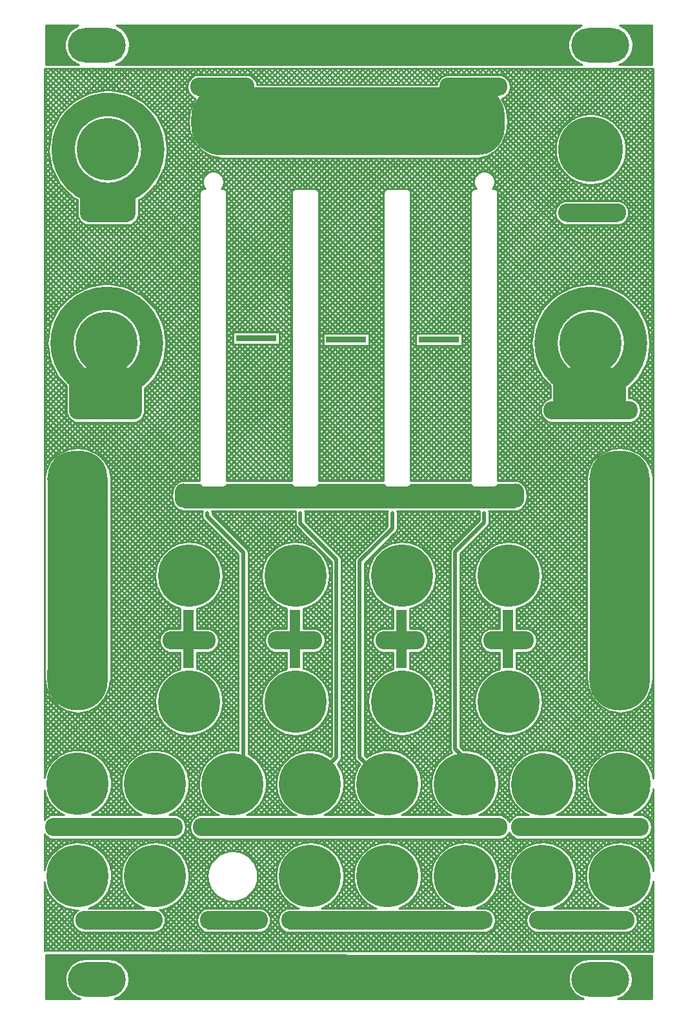
<source format=gtl>
G04 DipTrace 3.3.0.0*
G04 typhoon_panel.GTL*
%MOIN*%
G04 #@! TF.FileFunction,Copper,L1,Top*
G04 #@! TF.Part,Single*
%AMOUTLINE0*
4,1,20,
0.098425,0.0,
0.093608,-0.018249,
0.079628,-0.034712,
0.057853,-0.047777,
0.030415,-0.056165,
0.0,-0.059055,
-0.030415,-0.056165,
-0.057853,-0.047777,
-0.079628,-0.034712,
-0.093608,-0.018249,
-0.098425,0.0,
-0.093608,0.018249,
-0.079628,0.034712,
-0.057853,0.047777,
-0.030415,0.056165,
0.0,0.059055,
0.030415,0.056165,
0.057853,0.047777,
0.079628,0.034712,
0.093608,0.018249,
0.098425,0.0,
0*%
G04 #@! TA.AperFunction,Conductor*
%ADD15C,0.02*%
G04 #@! TA.AperFunction,CopperBalancing*
%ADD17C,0.01*%
G04 #@! TA.AperFunction,Nonconductor*
%ADD20C,0.12*%
%ADD21O,0.312499X0.35*%
%ADD22O,0.293751X0.35*%
%ADD23O,0.0875X0.093751*%
%ADD24O,0.087503X0.093751*%
%ADD25O,0.087501X0.125001*%
%ADD26O,0.087503X0.093752*%
%ADD27O,0.087504X0.093753*%
%ADD28O,0.087499X0.093752*%
%ADD29O,0.3125X0.2875*%
%ADD30O,0.318751X0.35*%
%ADD31O,0.3125X0.343751*%
G04 #@! TA.AperFunction,ComponentPad*
%ADD32O,0.098425X0.15748*%
%ADD33C,0.32*%
%ADD34O,0.299213X0.177165*%
%ADD35C,0.334646*%
%ADD56OUTLINE0*%
%FSLAX26Y26*%
G04*
G70*
G90*
G75*
G01*
G04 Top*
%LPD*%
X1738000Y2919000D2*
D15*
Y2862751D1*
X1924774Y2675976D1*
Y1655774D1*
X1788000Y1519000D1*
X2213000Y2919000D2*
Y2837749D1*
X2044656Y2669406D1*
Y1657727D1*
X2183383Y1519000D1*
X2188000D1*
X2588000D2*
Y1649929D1*
X2538000Y1699929D1*
Y2719000D1*
X2688000Y2869000D1*
Y2919000D1*
X1256751D2*
Y2900249D1*
X1443524Y2713476D1*
Y1574524D1*
X1388000Y1519000D1*
X421412Y5209138D2*
D17*
X415714Y5203440D1*
X449697Y5209138D2*
X415714Y5175156D1*
X477981Y5209138D2*
X415714Y5146871D1*
X506265Y5209138D2*
X415714Y5118587D1*
X534549Y5209138D2*
X415714Y5090303D1*
X562834Y5209138D2*
X415714Y5062019D1*
X591118Y5209138D2*
X415714Y5033734D1*
X619402Y5209138D2*
X415714Y5005450D1*
X647686Y5209138D2*
X415714Y4977166D1*
X675971Y5209138D2*
X415714Y4948881D1*
X704255Y5209138D2*
X415714Y4920597D1*
X732539Y5209138D2*
X568902Y5045501D1*
X492869Y4969468D2*
X415714Y4892313D1*
X760824Y5209138D2*
X627418Y5075733D1*
X462844Y4911159D2*
X415714Y4864029D1*
X789108Y5209138D2*
X670438Y5090469D1*
X447846Y4867876D2*
X415714Y4835744D1*
X817392Y5209138D2*
X704053Y5095799D1*
X442529Y4834275D2*
X415714Y4807460D1*
X845676Y5209138D2*
X737530Y5100992D1*
X437336Y4800798D2*
X415714Y4779176D1*
X873961Y5209138D2*
X764088Y5099266D1*
X438897Y4774074D2*
X415714Y4750892D1*
X902245Y5209138D2*
X788492Y5095385D1*
X442750Y4749643D2*
X415714Y4722607D1*
X930529Y5209138D2*
X812895Y5091504D1*
X446603Y4725212D2*
X415714Y4694323D1*
X958813Y5209138D2*
X836857Y5087182D1*
X450857Y4701181D2*
X415714Y4666039D1*
X987098Y5209138D2*
X856675Y5078716D1*
X459212Y4681253D2*
X415714Y4637754D1*
X1015382Y5209138D2*
X875389Y5069145D1*
X468741Y4662498D2*
X415714Y4609470D1*
X1043666Y5209138D2*
X894116Y5059588D1*
X478271Y4643743D2*
X415714Y4581186D1*
X1071951Y5209138D2*
X912829Y5050017D1*
X487800Y4624988D2*
X415714Y4552902D1*
X1100235Y5209138D2*
X929982Y5038886D1*
X498821Y4607724D2*
X415714Y4524617D1*
X1128519Y5209138D2*
X944263Y5024882D1*
X512756Y4593375D2*
X415714Y4496333D1*
X1156803Y5209138D2*
X958391Y5010726D1*
X526884Y4579219D2*
X415714Y4468049D1*
X1185088Y5209138D2*
X972505Y4996556D1*
X540999Y4565049D2*
X415714Y4439765D1*
X1213372Y5209138D2*
X986620Y4982386D1*
X555127Y4550894D2*
X415714Y4411480D1*
X1241656Y5209138D2*
X1211375Y5178857D1*
X1153889Y5121371D2*
X998497Y4965979D1*
X571410Y4538892D2*
X415714Y4383196D1*
X1269940Y5209138D2*
X1239659Y5178857D1*
X1156209Y5095407D2*
X1008040Y4947238D1*
X584392Y4523590D2*
X415714Y4354912D1*
X1298225Y5209138D2*
X1267943Y5178857D1*
X1165905Y5076818D2*
X1017570Y4928483D1*
X584392Y4495306D2*
X415714Y4326627D1*
X1326509Y5209138D2*
X1296228Y5178857D1*
X1180433Y5063063D2*
X1027099Y4909728D1*
X584392Y4467021D2*
X415714Y4298343D1*
X1354793Y5209138D2*
X1324512Y5178857D1*
X1190584Y5044929D2*
X1036117Y4890462D1*
X588577Y4442922D2*
X415714Y4270059D1*
X1383078Y5209138D2*
X1352796Y5178857D1*
X1167369Y4993429D2*
X1041006Y4867067D1*
X598893Y4424954D2*
X415714Y4241775D1*
X1411362Y5209138D2*
X1381080Y5178857D1*
X1255122Y5052898D2*
X1206375Y5004152D1*
X1162604Y4960380D2*
X1044873Y4842650D1*
X614002Y4411779D2*
X415714Y4213490D1*
X1439646Y5209138D2*
X1409365Y5178857D1*
X1283406Y5052898D2*
X1195617Y4965109D1*
X1160284Y4929776D2*
X1048726Y4818219D1*
X633406Y4402898D2*
X415714Y4185206D1*
X1467930Y5209138D2*
X1437649Y5178857D1*
X1311690Y5052898D2*
X1303879Y5045087D1*
X1211908Y4953116D2*
X1192454Y4933662D1*
X1163847Y4905055D2*
X1051599Y4792807D1*
X661690Y4402898D2*
X415714Y4156922D1*
X1496215Y5209138D2*
X1465933Y5178857D1*
X1207171Y4920094D2*
X1196017Y4908941D1*
X1167424Y4880347D2*
X1047180Y4760103D1*
X689975Y4402898D2*
X415714Y4128638D1*
X1524499Y5209138D2*
X1485917Y5170557D1*
X1209436Y4894075D2*
X1200589Y4885228D1*
X1175986Y4860626D2*
X1041876Y4726516D1*
X718259Y4402898D2*
X415714Y4100353D1*
X1552783Y5209138D2*
X1501302Y5157657D1*
X1215664Y4872019D2*
X1209552Y4865907D1*
X1184949Y4841305D2*
X1032347Y4688702D1*
X746543Y4402898D2*
X415714Y4072069D1*
X1581067Y5209138D2*
X1511895Y5139966D1*
X1224807Y4852878D2*
X1218515Y4846586D1*
X1194741Y4822812D2*
X1003124Y4631194D1*
X774828Y4402898D2*
X415714Y4043785D1*
X1609352Y5209138D2*
X1529076Y5128862D1*
X1236367Y4836153D2*
X1231442Y4831228D1*
X1208234Y4808021D2*
X904115Y4503901D1*
X803112Y4402898D2*
X415714Y4015500D1*
X1637636Y5209138D2*
X1557360Y5128862D1*
X1250150Y4821652D2*
X1244921Y4816423D1*
X1221714Y4793216D2*
X904115Y4475617D1*
X831396Y4402898D2*
X415714Y3987216D1*
X1665920Y5209138D2*
X1585644Y5128862D1*
X1266129Y4809347D2*
X1260767Y4803984D1*
X1236712Y4779930D2*
X898853Y4442071D1*
X859680Y4402898D2*
X415714Y3958932D1*
X1694204Y5209138D2*
X1613929Y5128862D1*
X1284442Y4799375D2*
X1278895Y4793829D1*
X1254845Y4769779D2*
X415714Y3930648D1*
X1722489Y5209138D2*
X1642213Y5128862D1*
X1305461Y4792111D2*
X1298824Y4785473D1*
X1272993Y4759642D2*
X415714Y3902363D1*
X1750773Y5209138D2*
X1670497Y5128862D1*
X1294883Y4753248D2*
X613524Y4071889D1*
X460110Y3918475D2*
X415714Y3874079D1*
X1779057Y5209138D2*
X1698781Y5128862D1*
X1318968Y4749049D2*
X659707Y4089788D1*
X442211Y3872292D2*
X415714Y3845795D1*
X1807342Y5209138D2*
X1727066Y5128862D1*
X1344850Y4746646D2*
X1278868Y4680664D1*
X1233411Y4635208D2*
X693309Y4095105D1*
X436894Y3838691D2*
X415714Y3817511D1*
X1835626Y5209138D2*
X1755350Y5128862D1*
X1373134Y4746646D2*
X1305426Y4678938D1*
X1235138Y4608650D2*
X726910Y4100422D1*
X431577Y3805089D2*
X415714Y3789226D1*
X1863910Y5209138D2*
X1783634Y5128862D1*
X1401418Y4746646D2*
X1323697Y4668925D1*
X1217391Y4562619D2*
X754559Y4099787D1*
X432212Y3777440D2*
X415714Y3760942D1*
X1892194Y5209138D2*
X1811918Y5128862D1*
X1429702Y4746646D2*
X1336527Y4653471D1*
X1217391Y4534335D2*
X778976Y4095920D1*
X436079Y3753023D2*
X415714Y3732658D1*
X1920479Y5209138D2*
X1840203Y5128862D1*
X1457987Y4746646D2*
X1343239Y4631899D1*
X1217391Y4506050D2*
X803394Y4092053D1*
X439946Y3728606D2*
X415714Y3704373D1*
X1948763Y5209138D2*
X1868487Y5128862D1*
X1486271Y4746646D2*
X1330506Y4590881D1*
X1217391Y4477766D2*
X827618Y4087993D1*
X444007Y3704382D2*
X415714Y3676089D1*
X1977047Y5209138D2*
X1896771Y5128862D1*
X1514555Y4746646D2*
X1352934Y4585025D1*
X1217391Y4449482D2*
X847933Y4080024D1*
X451975Y3684066D2*
X415714Y3647805D1*
X2005331Y5209138D2*
X1925056Y5128862D1*
X1542839Y4746646D2*
X1358790Y4562597D1*
X1217391Y4421197D2*
X866674Y4070481D1*
X461532Y3665339D2*
X415714Y3619521D1*
X2033616Y5209138D2*
X1953340Y5128862D1*
X1571124Y4746646D2*
X1358790Y4534312D1*
X1217391Y4392913D2*
X885401Y4060924D1*
X471075Y3646598D2*
X415714Y3591236D1*
X2061900Y5209138D2*
X1981624Y5128862D1*
X1599408Y4746646D2*
X1358790Y4506028D1*
X1217391Y4364629D2*
X904142Y4051381D1*
X480619Y3627857D2*
X415714Y3562952D1*
X2090184Y5209138D2*
X2009908Y5128862D1*
X1627692Y4746646D2*
X1358790Y4477744D1*
X1217391Y4336345D2*
X921723Y4040677D1*
X491322Y3610276D2*
X415714Y3534668D1*
X2118469Y5209138D2*
X2038193Y5128862D1*
X1655977Y4746646D2*
X1358790Y4449460D1*
X1217391Y4308060D2*
X936197Y4026867D1*
X505133Y3595802D2*
X415714Y3506384D1*
X2146753Y5209138D2*
X2066477Y5128862D1*
X1684261Y4746646D2*
X1358790Y4421175D1*
X1217391Y4279776D2*
X950339Y4012725D1*
X519275Y3581660D2*
X415714Y3478099D1*
X2175037Y5209138D2*
X2094761Y5128862D1*
X1712545Y4746646D2*
X1358790Y4392891D1*
X1217391Y4251492D2*
X964481Y3998582D1*
X528141Y3562242D2*
X415714Y3449815D1*
X2203321Y5209138D2*
X2123045Y5128862D1*
X1740829Y4746646D2*
X1358790Y4364607D1*
X1217391Y4223208D2*
X978623Y3984440D1*
X528141Y3533958D2*
X415714Y3421531D1*
X2231606Y5209138D2*
X2151330Y5128862D1*
X1769114Y4746646D2*
X1358790Y4336323D1*
X1217391Y4194923D2*
X990984Y3968517D1*
X528141Y3505674D2*
X415714Y3393246D1*
X2259890Y5209138D2*
X2179614Y5128862D1*
X1797398Y4746646D2*
X1358790Y4308038D1*
X1217391Y4166639D2*
X1000610Y3949858D1*
X528141Y3477389D2*
X415714Y3364962D1*
X2288174Y5209138D2*
X2207898Y5128862D1*
X1825682Y4746646D2*
X1358790Y4279754D1*
X1217391Y4138355D2*
X1010167Y3931131D1*
X528141Y3449105D2*
X415714Y3336678D1*
X2316458Y5209138D2*
X2236183Y5128862D1*
X1853966Y4746646D2*
X1358790Y4251470D1*
X1217391Y4110070D2*
X1019710Y3912390D1*
X532050Y3424729D2*
X415714Y3308394D1*
X2344743Y5209138D2*
X2264467Y5128862D1*
X1882251Y4746646D2*
X1726030Y4590425D1*
X1691650Y4556045D2*
X1358790Y4223185D1*
X1217391Y4081786D2*
X1028963Y3893359D1*
X542242Y3406637D2*
X415714Y3280109D1*
X2373027Y5209138D2*
X2292751Y5128862D1*
X1910535Y4746646D2*
X1754314Y4590425D1*
X1691650Y4527761D2*
X1358790Y4194901D1*
X1217391Y4053502D2*
X1034308Y3870419D1*
X557213Y3393324D2*
X415714Y3251825D1*
X2401311Y5209138D2*
X2321035Y5128862D1*
X1938819Y4746646D2*
X1782598Y4590425D1*
X1691650Y4499476D2*
X1358790Y4166617D1*
X1217391Y4025218D2*
X1038175Y3846002D1*
X576313Y3384140D2*
X415714Y3223541D1*
X2429596Y5209138D2*
X2349320Y5128862D1*
X1967104Y4746646D2*
X1810883Y4590425D1*
X1691650Y4471192D2*
X1358790Y4138333D1*
X1217391Y3996933D2*
X1042042Y3821585D1*
X604597Y3384140D2*
X415714Y3195257D1*
X2457880Y5209138D2*
X2377604Y5128862D1*
X1995388Y4746646D2*
X1829914Y4581172D1*
X1691650Y4442908D2*
X1358790Y4110048D1*
X1217391Y3968649D2*
X1045329Y3796587D1*
X632881Y3384140D2*
X415714Y3166972D1*
X2486164Y5209138D2*
X2405888Y5128862D1*
X2023672Y4746646D2*
X1833049Y4556023D1*
X1691650Y4414624D2*
X1358790Y4081764D1*
X1217391Y3940365D2*
X1041517Y3764491D1*
X661166Y3384140D2*
X512251Y3235225D1*
X428967Y3151941D2*
X415714Y3138688D1*
X2514448Y5209138D2*
X2479610Y5174299D1*
X2446721Y5141411D2*
X2434172Y5128862D1*
X2051956Y4746646D2*
X1833049Y4527739D1*
X1691650Y4386339D2*
X1358790Y4053480D1*
X1217391Y3912081D2*
X1036186Y3730876D1*
X689450Y3384140D2*
X554318Y3249008D1*
X476959Y3171649D2*
X474193Y3168883D1*
X418913Y3113602D2*
X415716Y3110406D1*
X2542733Y5209138D2*
X2512451Y5178857D1*
X2080241Y4746646D2*
X1833049Y4499454D1*
X1691650Y4358055D2*
X1358790Y4025196D1*
X1217391Y3883796D2*
X1028521Y3694927D1*
X717734Y3384140D2*
X587395Y3253800D1*
X549575Y3215981D2*
X452202Y3118607D1*
X2571017Y5209138D2*
X2540736Y5178857D1*
X2108525Y4746646D2*
X1833049Y4471170D1*
X1691650Y4329771D2*
X1358790Y3996911D1*
X1217391Y3855512D2*
X999781Y3637903D1*
X746018Y3384140D2*
X612433Y3250555D1*
X582693Y3220815D2*
X527884Y3166006D1*
X476627Y3114749D2*
X471993Y3110114D1*
X2599301Y5209138D2*
X2569020Y5178857D1*
X2136809Y4746646D2*
X1833049Y4442886D1*
X1691650Y4301486D2*
X1358790Y3968627D1*
X1217391Y3827228D2*
X935355Y3545192D1*
X774303Y3384140D2*
X637127Y3246964D1*
X608547Y3218384D2*
X559331Y3169168D1*
X2627585Y5209138D2*
X2597304Y5178857D1*
X2165093Y4746646D2*
X1833049Y4414601D1*
X1691650Y4273202D2*
X1358790Y3940343D1*
X1217391Y3798943D2*
X935355Y3516907D1*
X802587Y3384140D2*
X657332Y3238885D1*
X632771Y3214324D2*
X587616Y3169168D1*
X2655870Y5209138D2*
X2625588Y5178857D1*
X2193378Y4746646D2*
X1833049Y4386317D1*
X1691650Y4244918D2*
X1358790Y3912058D1*
X1217391Y3770659D2*
X935355Y3488623D1*
X830871Y3384140D2*
X676598Y3229866D1*
X652023Y3205291D2*
X615900Y3169168D1*
X2684154Y5209138D2*
X2653873Y5178857D1*
X2221662Y4746646D2*
X1833049Y4358033D1*
X1691650Y4216634D2*
X1358790Y3883774D1*
X1217391Y3742375D2*
X935355Y3460339D1*
X859156Y3384140D2*
X694303Y3219287D1*
X671082Y3196066D2*
X642720Y3167704D1*
X2712438Y5209138D2*
X2682157Y5178857D1*
X2249946Y4746646D2*
X1833049Y4329749D1*
X1691650Y4188349D2*
X1358790Y3855490D1*
X1217391Y3714091D2*
X932703Y3429403D1*
X887440Y3384140D2*
X709025Y3205725D1*
X685818Y3182518D2*
X663491Y3160191D1*
X2740723Y5209138D2*
X2710441Y5178857D1*
X2278230Y4746646D2*
X1833049Y4301464D1*
X1691650Y4160065D2*
X1358790Y3827206D1*
X1217391Y3685806D2*
X723761Y3192177D1*
X700554Y3168969D2*
X679829Y3148245D1*
X2769007Y5209138D2*
X2738726Y5178857D1*
X2306515Y4746646D2*
X1833049Y4273180D1*
X1691650Y4131781D2*
X1409917Y3850049D1*
X1390798Y3830929D2*
X1358790Y3798921D1*
X1217391Y3657522D2*
X734989Y3175121D1*
X710912Y3151043D2*
X692287Y3132418D1*
X2797291Y5209138D2*
X2767010Y5178857D1*
X2334799Y4746646D2*
X1833049Y4244896D1*
X1691650Y4103497D2*
X1438201Y3850049D1*
X1390798Y3802645D2*
X1358790Y3770637D1*
X1217391Y3629238D2*
X745071Y3156918D1*
X720994Y3132841D2*
X700435Y3112282D1*
X2825575Y5209138D2*
X2788817Y5172380D1*
X2669335Y5052898D2*
X2663830Y5047393D1*
X2363083Y4746646D2*
X2207318Y4590881D1*
X2167386Y4550949D2*
X1833049Y4216612D1*
X1691650Y4075212D2*
X1466486Y3850049D1*
X1404070Y3787633D2*
X1358790Y3742353D1*
X1217391Y3600954D2*
X753316Y3136879D1*
X2853860Y5209138D2*
X2805058Y5160337D1*
X2697619Y5052898D2*
X2685762Y5041040D1*
X2391368Y4746646D2*
X2235602Y4590881D1*
X2167386Y4522665D2*
X1833049Y4188327D1*
X1691650Y4046928D2*
X1494770Y3850049D1*
X1432354Y3787633D2*
X1358790Y3714069D1*
X1217391Y3572669D2*
X757473Y3112752D1*
X2882144Y5209138D2*
X2816466Y5143460D1*
X2725904Y5052898D2*
X2704806Y5031801D1*
X2419652Y4746646D2*
X2263887Y4590881D1*
X2167386Y4494380D2*
X1833049Y4160043D1*
X1691650Y4018644D2*
X1523054Y3850049D1*
X1460638Y3787633D2*
X1358790Y3685784D1*
X1217391Y3544385D2*
X760359Y3087354D1*
X2910428Y5209138D2*
X2822363Y5121073D1*
X2743471Y5042181D2*
X2721448Y5020158D1*
X2447936Y4746646D2*
X2291922Y4590632D1*
X2167386Y4466096D2*
X1833049Y4131759D1*
X1691650Y3990360D2*
X1551339Y3850049D1*
X1488923Y3787633D2*
X1358790Y3657500D1*
X1217391Y3516101D2*
X760359Y3059069D1*
X2938712Y5209138D2*
X2813938Y5084364D1*
X2790800Y5061226D2*
X2779605Y5050031D1*
X2754961Y5025387D2*
X2735853Y5006279D1*
X2476220Y4746646D2*
X2307515Y4577940D1*
X2167386Y4437812D2*
X1833049Y4103474D1*
X1691650Y3962075D2*
X1579623Y3850049D1*
X1517207Y3787633D2*
X1358790Y3629216D1*
X1217391Y3487817D2*
X760359Y3030785D1*
X2966997Y5209138D2*
X2788306Y5030447D1*
X2763427Y5005569D2*
X2748075Y4990217D1*
X2504505Y4746646D2*
X2308799Y4550941D1*
X2167386Y4409527D2*
X1833049Y4075190D1*
X1691650Y3933791D2*
X1607907Y3850049D1*
X1545491Y3787633D2*
X1358790Y3600931D1*
X1217391Y3459532D2*
X760359Y3002501D1*
X2995281Y5209138D2*
X2796772Y5010629D1*
X2771576Y4985433D2*
X2757950Y4971807D1*
X2532789Y4746646D2*
X2308799Y4522656D1*
X2167386Y4381243D2*
X1833049Y4046906D1*
X1691650Y3905507D2*
X1630336Y3844193D1*
X1573775Y3787633D2*
X1358790Y3572647D1*
X1217391Y3431248D2*
X760359Y2974217D1*
X3023565Y5209138D2*
X2803732Y4989305D1*
X2774890Y4960463D2*
X2765104Y4950677D1*
X2561073Y4746646D2*
X2308799Y4494372D1*
X2167386Y4352959D2*
X1833049Y4018622D1*
X1691650Y3877222D2*
X1630336Y3815909D1*
X1602060Y3787633D2*
X1358790Y3544363D1*
X1217391Y3402964D2*
X760359Y2945932D1*
X3051850Y5209138D2*
X2807047Y4964336D1*
X2777735Y4935024D2*
X2768681Y4925969D1*
X2589357Y4746646D2*
X2308799Y4466088D1*
X2167386Y4324675D2*
X1833049Y3990337D1*
X1691650Y3848938D2*
X1358790Y3516079D1*
X1217391Y3374679D2*
X760359Y2917648D1*
X3080134Y5209138D2*
X2810334Y4939338D1*
X2773399Y4902403D2*
X2766582Y4895586D1*
X2661408Y4790412D2*
X2654107Y4783112D1*
X2617642Y4746646D2*
X2308799Y4437803D1*
X2167386Y4296390D2*
X1833049Y3962053D1*
X1691650Y3820654D2*
X1358790Y3487794D1*
X1217391Y3346395D2*
X760359Y2889364D1*
X3108418Y5209138D2*
X2806315Y4907035D1*
X2760168Y4860888D2*
X2747330Y4848050D1*
X2708944Y4809664D2*
X2685458Y4786178D1*
X2645926Y4746646D2*
X2308799Y4409519D1*
X2167386Y4268106D2*
X1833049Y3933769D1*
X1691650Y3792370D2*
X1358790Y3459510D1*
X1217391Y3318111D2*
X760359Y2861080D1*
X3136702Y5209138D2*
X2798968Y4871404D1*
X2680273Y4752709D2*
X2308799Y4381235D1*
X2167386Y4239822D2*
X1833049Y3905485D1*
X1691650Y3764085D2*
X1358790Y3431226D1*
X1217391Y3289827D2*
X760359Y2832795D1*
X3164987Y5209138D2*
X2763875Y4808026D1*
X2733762Y4777913D2*
X2308799Y4352951D1*
X2167386Y4211538D2*
X1833049Y3877200D1*
X1691650Y3735801D2*
X1358790Y3402942D1*
X1217391Y3261542D2*
X760359Y2804511D1*
X3193271Y5209138D2*
X2308799Y4324666D1*
X2167386Y4183253D2*
X1833049Y3848916D1*
X1691650Y3707517D2*
X1358790Y3374657D1*
X1217391Y3233258D2*
X760359Y2776227D1*
X3221555Y5209138D2*
X2693744Y4681327D1*
X2632751Y4620334D2*
X2308799Y4296382D1*
X2167386Y4154969D2*
X1833049Y3820632D1*
X1691650Y3679233D2*
X1358790Y3346373D1*
X1217391Y3204974D2*
X760359Y2747943D1*
X3249839Y5209138D2*
X2715344Y4674643D1*
X2639435Y4598734D2*
X2629027Y4588326D1*
X2619948Y4579247D2*
X2308799Y4268098D1*
X2167386Y4126685D2*
X1883941Y3843240D1*
X1854381Y3813679D2*
X1833049Y3792348D1*
X1691650Y3650948D2*
X1358790Y3318089D1*
X1217391Y3176690D2*
X1124368Y3083666D1*
X1077116Y3036414D2*
X760359Y2719658D1*
X3278124Y5209138D2*
X2730812Y4661826D1*
X2617393Y4548408D2*
X2308799Y4239814D1*
X2167386Y4098400D2*
X1912225Y3843240D1*
X1854381Y3785395D2*
X1833049Y3764063D1*
X1691650Y3622664D2*
X1358790Y3289805D1*
X1217391Y3148405D2*
X1154088Y3085103D1*
X1072102Y3003117D2*
X760359Y2691374D1*
X3306408Y5209138D2*
X2740839Y4643569D1*
X2617393Y4520123D2*
X2308799Y4211529D1*
X2167386Y4070116D2*
X1940510Y3843240D1*
X1878094Y3780824D2*
X1833049Y3735779D1*
X1691650Y3594380D2*
X1358790Y3261520D1*
X1217391Y3120121D2*
X1182372Y3085103D1*
X1075887Y2978617D2*
X760359Y2663090D1*
X3334692Y5209138D2*
X2742606Y4617052D1*
X2617393Y4491839D2*
X2308799Y4183245D1*
X2167386Y4041832D2*
X1968794Y3843240D1*
X1906378Y3780824D2*
X1833049Y3707495D1*
X1691650Y3566095D2*
X1358790Y3233236D1*
X1217391Y3091837D2*
X1210657Y3085103D1*
X1084159Y2958605D2*
X760359Y2634805D1*
X3362987Y5209148D2*
X2744025Y4590187D1*
X2617389Y4463551D2*
X2308795Y4154957D1*
X2167396Y4013558D2*
X1997075Y3843236D1*
X1934659Y3780820D2*
X1833045Y3679207D1*
X1691646Y3537808D2*
X1358800Y3204962D1*
X1096475Y2942636D2*
X760356Y2606517D1*
X3391271Y5209148D2*
X2758126Y4576003D1*
X2617389Y4435267D2*
X2308795Y4126673D1*
X2167396Y3985274D2*
X2025359Y3843236D1*
X1962943Y3780820D2*
X1833045Y3650922D1*
X1691646Y3509523D2*
X1358800Y3176678D1*
X1113586Y2931463D2*
X760356Y2578233D1*
X3419555Y5209148D2*
X3177156Y4966749D1*
X3065242Y4854835D2*
X2758789Y4548382D1*
X2617389Y4406983D2*
X2308795Y4098388D1*
X2167396Y3956989D2*
X2053643Y3843236D1*
X1991227Y3780820D2*
X1833045Y3622638D1*
X1691646Y3481239D2*
X1358800Y3148393D1*
X1138293Y2927886D2*
X760356Y2549949D1*
X3447839Y5209148D2*
X3214514Y4975822D1*
X3056182Y4817491D2*
X2758789Y4520098D1*
X2617389Y4378698D2*
X2308795Y4070104D1*
X2167396Y3928705D2*
X2081927Y3843236D1*
X2019511Y3780820D2*
X1833045Y3594354D1*
X1691646Y3452955D2*
X1358800Y3120109D1*
X1166578Y2927886D2*
X760356Y2521665D1*
X3476124Y5209148D2*
X3244317Y4977342D1*
X3054649Y4787674D2*
X2758789Y4491813D1*
X2617389Y4350414D2*
X2308795Y4041820D1*
X2167396Y3900421D2*
X2093929Y3826953D1*
X2047796Y3780820D2*
X1833045Y3566070D1*
X1691646Y3424670D2*
X1358800Y3091825D1*
X1194862Y2927886D2*
X760356Y2493380D1*
X3504408Y5209148D2*
X3269991Y4974731D1*
X3057273Y4762014D2*
X2758789Y4463529D1*
X2617389Y4322130D2*
X2308795Y4013536D1*
X2167396Y3872136D2*
X2093929Y3798669D1*
X2076080Y3780820D2*
X1833045Y3537785D1*
X1691646Y3396386D2*
X1380372Y3085113D1*
X1223146Y2927886D2*
X760356Y2465096D1*
X3532692Y5209148D2*
X3292792Y4969249D1*
X3062756Y4739212D2*
X2758789Y4435245D1*
X2617389Y4293846D2*
X2308795Y3985251D1*
X2167396Y3843852D2*
X1833045Y3509501D1*
X1691646Y3368102D2*
X1408657Y3085113D1*
X1230645Y2907101D2*
X1058874Y2735330D1*
X1021662Y2698118D2*
X760356Y2436812D1*
X3560293Y5208465D2*
X3313329Y4961501D1*
X3070504Y4718676D2*
X2758789Y4406961D1*
X2617389Y4265561D2*
X2308795Y3956967D1*
X2167396Y3815568D2*
X1833045Y3481217D1*
X1691646Y3339818D2*
X1436941Y3085113D1*
X1235893Y2884065D2*
X1115056Y2763227D1*
X993778Y2641950D2*
X760356Y2408528D1*
X3560293Y5180180D2*
X3331960Y4951847D1*
X3080158Y4700045D2*
X2758789Y4378676D1*
X2617389Y4237277D2*
X2308795Y3928683D1*
X2167396Y3787284D2*
X1833045Y3452933D1*
X1691646Y3311533D2*
X1465225Y3085113D1*
X1307999Y2927886D2*
X1287219Y2907107D1*
X1249884Y2869771D2*
X1149651Y2769539D1*
X987453Y2607341D2*
X760356Y2380243D1*
X420345Y2040233D2*
X415695Y2035582D1*
X3560293Y5151896D2*
X3348878Y4940481D1*
X3091524Y4683127D2*
X2758789Y4350392D1*
X2617389Y4208993D2*
X2308795Y3900399D1*
X2167396Y3758999D2*
X1833045Y3424648D1*
X1691646Y3283249D2*
X1493510Y3085113D1*
X1336283Y2927886D2*
X1301362Y2892965D1*
X1264026Y2855629D2*
X1177922Y2769525D1*
X987467Y2579070D2*
X760356Y2351959D1*
X461294Y2052897D2*
X452516Y2044119D1*
X424060Y2015663D2*
X415710Y2007314D1*
X3560293Y5123612D2*
X3364194Y4927513D1*
X3104478Y4667797D2*
X2758789Y4322108D1*
X2617389Y4180708D2*
X2308795Y3872114D1*
X2167396Y3730715D2*
X1833045Y3396364D1*
X1691646Y3254965D2*
X1521794Y3085113D1*
X1364568Y2927886D2*
X1315504Y2878823D1*
X1278168Y2841487D2*
X1202449Y2765768D1*
X991223Y2554542D2*
X760356Y2323675D1*
X489578Y2052897D2*
X457501Y2020820D1*
X432830Y1996149D2*
X415710Y1979029D1*
X3560293Y5095328D2*
X3377963Y4912998D1*
X3118993Y4654028D2*
X2758789Y4293823D1*
X2617389Y4152424D2*
X2308795Y3843830D1*
X2167396Y3702431D2*
X1833045Y3368080D1*
X1691646Y3226681D2*
X1550078Y3085113D1*
X1392852Y2927886D2*
X1329646Y2864681D1*
X1292310Y2827345D2*
X1224284Y2759319D1*
X997687Y2532722D2*
X760356Y2295391D1*
X517862Y2052897D2*
X466354Y2001389D1*
X441683Y1976717D2*
X415710Y1950745D1*
X3560293Y5067043D2*
X3390172Y4896922D1*
X3135083Y4641833D2*
X2758789Y4265539D1*
X2617389Y4124140D2*
X2308795Y3815546D1*
X2167396Y3674147D2*
X1833045Y3339796D1*
X1691646Y3198396D2*
X1578362Y3085113D1*
X1421136Y2927886D2*
X1343788Y2850538D1*
X1306452Y2813203D2*
X1243937Y2750687D1*
X1006319Y2513069D2*
X760356Y2267106D1*
X546147Y2052897D2*
X475193Y1981943D1*
X451889Y1958639D2*
X415710Y1922461D1*
X3560293Y5038759D2*
X3400723Y4879189D1*
X3152802Y4631268D2*
X2758789Y4237255D1*
X2617389Y4095856D2*
X2364632Y3843098D1*
X2333898Y3812364D2*
X2308795Y3787262D1*
X2167396Y3645862D2*
X1833045Y3311511D1*
X1691646Y3170112D2*
X1606647Y3085113D1*
X1449420Y2927886D2*
X1357930Y2836396D1*
X1320594Y2799060D2*
X1261711Y2740177D1*
X1016828Y2495295D2*
X760356Y2238822D1*
X574431Y2052897D2*
X488451Y1966917D1*
X465230Y1943696D2*
X415710Y1894176D1*
X3560293Y5010475D2*
X3409493Y4859675D1*
X3172330Y4622512D2*
X2758789Y4208971D1*
X2617389Y4067571D2*
X2392916Y3843098D1*
X2333898Y3784080D2*
X2308795Y3758977D1*
X2167396Y3617578D2*
X1833045Y3283227D1*
X1691646Y3141828D2*
X1634931Y3085113D1*
X1477705Y2927886D2*
X1372072Y2822254D1*
X1334736Y2784918D2*
X1277773Y2727955D1*
X1029051Y2479233D2*
X760356Y2210538D1*
X602715Y2052897D2*
X501792Y1951974D1*
X478571Y1928753D2*
X415710Y1865892D1*
X3560293Y4982190D2*
X3416205Y4838102D1*
X3193902Y4615800D2*
X3106956Y4528854D1*
X3054663Y4476561D2*
X2758789Y4180686D1*
X2617389Y4039287D2*
X2421201Y3843098D1*
X2358785Y3780682D2*
X2308795Y3730693D1*
X2167396Y3589294D2*
X1833045Y3254943D1*
X1691646Y3113543D2*
X1663215Y3085113D1*
X1505989Y2927886D2*
X1386214Y2808112D1*
X1348879Y2770776D2*
X1292205Y2714103D1*
X1042903Y2464801D2*
X760356Y2182253D1*
X630999Y2052897D2*
X518103Y1940000D1*
X494108Y1916006D2*
X415710Y1837608D1*
X3560293Y4953906D2*
X3420403Y4814016D1*
X3217975Y4611588D2*
X3135240Y4528854D1*
X3055368Y4448981D2*
X2758789Y4152402D1*
X2617389Y4011003D2*
X2449485Y3843098D1*
X2387069Y3780682D2*
X2308795Y3702409D1*
X2167396Y3561009D2*
X1833045Y3226658D1*
X1534273Y2927886D2*
X1400357Y2793970D1*
X1363021Y2756634D2*
X1305008Y2698621D1*
X1058371Y2451984D2*
X760356Y2153969D1*
X659284Y2052897D2*
X536098Y1929711D1*
X512117Y1905730D2*
X415710Y1809324D1*
X3560293Y4925622D2*
X3421246Y4786575D1*
X3245416Y4610745D2*
X3163525Y4528854D1*
X3063944Y4429273D2*
X2758789Y4124118D1*
X2617389Y3982719D2*
X2477769Y3843098D1*
X2415353Y3780682D2*
X2308795Y3674124D1*
X2167396Y3532725D2*
X1833045Y3198374D1*
X1562557Y2927886D2*
X1414499Y2779828D1*
X1377163Y2742492D2*
X1316139Y2681468D1*
X1075524Y2440853D2*
X760356Y2125685D1*
X687568Y2052897D2*
X556911Y1922240D1*
X530126Y1895455D2*
X415710Y1781039D1*
X3560293Y4897338D2*
X3416799Y4753843D1*
X3278148Y4615192D2*
X3191809Y4528854D1*
X3077644Y4414689D2*
X2758789Y4095834D1*
X2617389Y3954434D2*
X2506053Y3843098D1*
X2443637Y3780682D2*
X2308795Y3645840D1*
X2167396Y3504441D2*
X1833045Y3170090D1*
X1590842Y2927886D2*
X1428641Y2765686D1*
X1391305Y2728350D2*
X1325475Y2662520D1*
X1094486Y2431531D2*
X760356Y2097401D1*
X715852Y2052897D2*
X580927Y1917972D1*
X552955Y1890000D2*
X415710Y1752755D1*
X3560293Y4869053D2*
X3399908Y4708669D1*
X3323336Y4632097D2*
X3220093Y4528854D1*
X3096579Y4405339D2*
X2758789Y4067549D1*
X2617389Y3926150D2*
X2534338Y3843098D1*
X2471922Y3780682D2*
X2308795Y3617556D1*
X2167396Y3476157D2*
X1833045Y3141806D1*
X1619126Y2927886D2*
X1442783Y2751543D1*
X1405447Y2714208D2*
X1332753Y2641514D1*
X1115492Y2424252D2*
X760356Y2069116D1*
X721763Y2030524D2*
X611960Y1920721D1*
X576972Y1885733D2*
X415710Y1724471D1*
X3560293Y4840769D2*
X3248377Y4528854D1*
X3122418Y4402895D2*
X2758789Y4039265D1*
X2617389Y3897866D2*
X2562622Y3843098D1*
X2500206Y3780682D2*
X2308795Y3589272D1*
X2167396Y3447872D2*
X1833045Y3113521D1*
X1647410Y2927886D2*
X1456925Y2737401D1*
X1417421Y2697897D2*
X1337546Y2618022D1*
X1115644Y2396120D2*
X754749Y2035225D1*
X701434Y1981910D2*
X659786Y1940263D1*
X606900Y1887376D2*
X415710Y1696187D1*
X3560293Y4812485D2*
X3276662Y4528854D1*
X3150703Y4402895D2*
X2758789Y4010981D1*
X2617389Y3869581D2*
X2573436Y3825628D1*
X2528490Y3780682D2*
X2308795Y3560987D1*
X2167396Y3419588D2*
X1833045Y3085237D1*
X1675695Y2927886D2*
X1468719Y2720911D1*
X1417421Y2669613D2*
X1339079Y2591270D1*
X1115644Y2367836D2*
X1070419Y2322611D1*
X1009661Y2261853D2*
X741325Y1993517D1*
X641855Y1894047D2*
X415710Y1667902D1*
X3560293Y4784201D2*
X3304946Y4528854D1*
X3178987Y4402895D2*
X2758789Y3982696D1*
X2617389Y3841297D2*
X2573436Y3797343D1*
X2556774Y3780682D2*
X2308795Y3532703D1*
X2167396Y3391304D2*
X1861205Y3085113D1*
X1703979Y2927886D2*
X1469631Y2693539D1*
X1417421Y2641329D2*
X1335529Y2559437D1*
X1115644Y2339552D2*
X1098704Y2322611D1*
X1013307Y2237214D2*
X415710Y1639618D1*
X3560293Y4755916D2*
X3333230Y4528854D1*
X3207271Y4402895D2*
X2758789Y3954412D1*
X2617389Y3813013D2*
X2308795Y3504419D1*
X2167396Y3363020D2*
X1889489Y3085113D1*
X1711892Y2907516D2*
X1469631Y2665254D1*
X1417421Y2613044D2*
X1320531Y2516154D1*
X1240838Y2436461D2*
X1204107Y2399730D1*
X1023499Y2219122D2*
X415710Y1611334D1*
X3560293Y4727632D2*
X3361514Y4528854D1*
X3235556Y4402895D2*
X2758789Y3926128D1*
X2617389Y3784729D2*
X2308795Y3476135D1*
X2167396Y3334735D2*
X1917774Y3085113D1*
X1711892Y2879231D2*
X1469631Y2636970D1*
X1417421Y2584760D2*
X1204107Y2371446D1*
X1038484Y2205823D2*
X510120Y1677459D1*
X430109Y1597448D2*
X415710Y1583049D1*
X3560293Y4699348D2*
X3389799Y4528854D1*
X3263840Y4402895D2*
X2758789Y3897844D1*
X2617389Y3756444D2*
X2308795Y3447850D1*
X2167396Y3306451D2*
X1946058Y3085113D1*
X1788832Y2927886D2*
X1764102Y2903157D1*
X1713660Y2852715D2*
X1469631Y2608686D1*
X1417421Y2556476D2*
X1204107Y2343162D1*
X1057584Y2196639D2*
X553320Y1692375D1*
X3560293Y4671064D2*
X3407974Y4518744D1*
X3292124Y4402895D2*
X2758789Y3869559D1*
X2617389Y3728160D2*
X2308795Y3419566D1*
X2167396Y3278167D2*
X1974342Y3085113D1*
X1817116Y2927886D2*
X1764102Y2874873D1*
X1726324Y2837095D2*
X1645551Y2756322D1*
X1550680Y2661451D2*
X1469631Y2580401D1*
X1417421Y2528192D2*
X1211841Y2322611D1*
X1085868Y2196639D2*
X585126Y1695897D1*
X3560293Y4642779D2*
X3422516Y4505003D1*
X3320408Y4402895D2*
X2758789Y3841275D1*
X2617389Y3699876D2*
X2308795Y3391282D1*
X2167396Y3249882D2*
X2002626Y3085113D1*
X1845400Y2927886D2*
X1777802Y2860289D1*
X1740467Y2822953D2*
X1685312Y2767799D1*
X1539204Y2621690D2*
X1469631Y2552117D1*
X1417421Y2499907D2*
X1240125Y2322611D1*
X1114152Y2196639D2*
X611863Y1694350D1*
X3560293Y4614495D2*
X3432253Y4486455D1*
X3348693Y4402895D2*
X2758789Y3812991D1*
X2617389Y3671592D2*
X2308795Y3362997D1*
X2167396Y3221598D2*
X2030911Y3085113D1*
X1873684Y2927886D2*
X1791945Y2846147D1*
X1754609Y2808811D2*
X1715889Y2770091D1*
X1536911Y2591113D2*
X1469631Y2523833D1*
X1417421Y2471623D2*
X1267001Y2321203D1*
X1115644Y2169846D2*
X635342Y1689544D1*
X418025Y1472227D2*
X415703Y1469905D1*
X3560293Y4586211D2*
X3434628Y4460546D1*
X3376977Y4402895D2*
X2758789Y3784707D1*
X2617389Y3643307D2*
X2308795Y3334713D1*
X2167396Y3193314D2*
X2059195Y3085113D1*
X1901969Y2927886D2*
X1806087Y2832004D1*
X1768751Y2794669D2*
X1741908Y2767826D1*
X1539176Y2565094D2*
X1469631Y2495549D1*
X1417421Y2443339D2*
X1287509Y2313427D1*
X1115644Y2141562D2*
X1060904Y2086822D1*
X1020171Y2046088D2*
X656334Y1682252D1*
X425317Y1451235D2*
X415710Y1441628D1*
X3560293Y4557926D2*
X2758789Y3756422D1*
X2617389Y3615023D2*
X2308795Y3306429D1*
X2167396Y3165030D2*
X2087479Y3085113D1*
X1930253Y2927886D2*
X1820229Y2817862D1*
X1782893Y2780527D2*
X1764848Y2762481D1*
X1544521Y2542154D2*
X1469631Y2467264D1*
X1417421Y2415055D2*
X1302494Y2300128D1*
X993557Y1991191D2*
X675296Y1672929D1*
X434639Y1432273D2*
X415710Y1413344D1*
X3560293Y4529642D2*
X3091129Y4060478D1*
X2971523Y3940872D2*
X2758789Y3728138D1*
X2617389Y3586739D2*
X2308795Y3278145D1*
X2167396Y3136745D2*
X2115764Y3085113D1*
X1958537Y2927886D2*
X1834371Y2803720D1*
X1797035Y2766384D2*
X1785426Y2754775D1*
X1552227Y2521576D2*
X1469631Y2438980D1*
X1417421Y2386770D2*
X1312686Y2282036D1*
X1227289Y2196639D2*
X1204107Y2173456D1*
X987412Y1956761D2*
X692435Y1661784D1*
X445784Y1415134D2*
X415710Y1385060D1*
X3560293Y4501358D2*
X3145888Y4086953D1*
X2945048Y3886113D2*
X2758789Y3699854D1*
X2617389Y3558454D2*
X2308795Y3249860D1*
X2167396Y3108461D2*
X2144048Y3085113D1*
X1986821Y2927886D2*
X1848513Y2789578D1*
X1811177Y2752242D2*
X1804015Y2745080D1*
X1561922Y2502987D2*
X1469631Y2410696D1*
X1417421Y2358486D2*
X1316346Y2257411D1*
X1255574Y2196639D2*
X1204107Y2145172D1*
X987508Y1928573D2*
X707903Y1648968D1*
X458601Y1399666D2*
X415710Y1356775D1*
X3560293Y4473074D2*
X3180263Y4093044D1*
X2938957Y3851738D2*
X2758789Y3671569D1*
X2617389Y3530170D2*
X2308795Y3221576D1*
X2015106Y2927886D2*
X1862655Y2775436D1*
X1825319Y2738100D2*
X1820823Y2733603D1*
X1573399Y2486180D2*
X1469631Y2382412D1*
X1417421Y2330202D2*
X1204107Y2116887D1*
X991320Y1904101D2*
X721755Y1634536D1*
X473033Y1385814D2*
X447323Y1360104D1*
X3560293Y4444789D2*
X3213864Y4098361D1*
X2933640Y3818137D2*
X2758789Y3643285D1*
X2617389Y3501886D2*
X2308795Y3193292D1*
X2043390Y2927886D2*
X1876797Y2761294D1*
X1839462Y2723958D2*
X1835973Y2720469D1*
X1586533Y2471029D2*
X1469631Y2354127D1*
X1417421Y2301917D2*
X1224671Y2109167D1*
X997825Y1882321D2*
X733964Y1618460D1*
X489109Y1373605D2*
X475607Y1360104D1*
X3560293Y4416505D2*
X3244897Y4101109D1*
X2930892Y3787104D2*
X2758789Y3615001D1*
X2617389Y3473602D2*
X2308795Y3165008D1*
X2071674Y2927886D2*
X1890939Y2747152D1*
X1853604Y2709816D2*
X1849507Y2705720D1*
X1601283Y2457495D2*
X1469631Y2325843D1*
X1417421Y2273633D2*
X1244282Y2100494D1*
X1006498Y1862710D2*
X744474Y1600686D1*
X506883Y1363095D2*
X503895Y1360107D1*
X3560293Y4388221D2*
X3269494Y4097422D1*
X2934579Y3762507D2*
X2758789Y3586717D1*
X2617389Y3445317D2*
X2308795Y3136723D1*
X2099959Y2927886D2*
X1905082Y2733009D1*
X1867746Y2695674D2*
X1861398Y2689326D1*
X1617676Y2445604D2*
X1469631Y2297559D1*
X1417421Y2245349D2*
X1262029Y2089957D1*
X1017036Y1844963D2*
X753091Y1581019D1*
X422776Y1250704D2*
X415710Y1243638D1*
X3560293Y4359937D2*
X3293911Y4093555D1*
X2938446Y3738090D2*
X2758789Y3558432D1*
X2617389Y3417033D2*
X2308795Y3108439D1*
X2128243Y2927886D2*
X1919224Y2718867D1*
X1881888Y2681532D2*
X1871549Y2671193D1*
X1635809Y2435453D2*
X1469631Y2269275D1*
X1417421Y2217065D2*
X1278063Y2077707D1*
X1029299Y1828943D2*
X759541Y1559185D1*
X439639Y1239282D2*
X415710Y1215354D1*
X3560293Y4331652D2*
X3318328Y4089688D1*
X2942313Y3713673D2*
X2758789Y3530148D1*
X2617389Y3388749D2*
X2313753Y3085113D1*
X2156527Y2927886D2*
X1933366Y2704725D1*
X1896030Y2667389D2*
X1879780Y2651140D1*
X1655862Y2427222D2*
X1469631Y2240990D1*
X1417421Y2188780D2*
X1292454Y2063813D1*
X1043179Y1814539D2*
X901487Y1672847D1*
X834721Y1606080D2*
X763284Y1534643D1*
X462785Y1234145D2*
X415710Y1187070D1*
X3560293Y4303368D2*
X3340564Y4083639D1*
X2948362Y3691437D2*
X2758789Y3501864D1*
X2617389Y3360465D2*
X2342038Y3085113D1*
X2184811Y2927886D2*
X1947038Y2690114D1*
X1898668Y2641743D2*
X1885760Y2628836D1*
X1665640Y2408715D2*
X1469631Y2212706D1*
X1417421Y2160496D2*
X1305242Y2048317D1*
X1058689Y1801764D2*
X948153Y1691229D1*
X816339Y1559414D2*
X763284Y1506359D1*
X491070Y1234145D2*
X415710Y1158785D1*
X3560293Y4275084D2*
X3359388Y4074178D1*
X2957823Y3672614D2*
X2758789Y3473580D1*
X2617389Y3332180D2*
X2370322Y3085113D1*
X2186897Y2901688D2*
X1950878Y2665669D1*
X1898668Y2613459D2*
X1888882Y2603672D1*
X1665640Y2380431D2*
X1607821Y2322611D1*
X1554506Y2269297D2*
X1469631Y2184422D1*
X1417421Y2132212D2*
X1316332Y2031123D1*
X1075869Y1790660D2*
X980968Y1695758D1*
X811795Y1526586D2*
X756931Y1471722D1*
X519354Y1234145D2*
X415710Y1130501D1*
X3560293Y4246799D2*
X3378129Y4064635D1*
X2967366Y3653872D2*
X2758789Y3445295D1*
X2617389Y3303896D2*
X2398606Y3085113D1*
X2241380Y2927886D2*
X2238542Y2925048D1*
X2186897Y2873403D2*
X1950878Y2637384D1*
X1898668Y2585174D2*
X1887929Y2574435D1*
X1665640Y2352147D2*
X1636105Y2322611D1*
X1555473Y2241979D2*
X1469631Y2156137D1*
X1417421Y2103928D2*
X1325627Y2012133D1*
X1094859Y1781365D2*
X1008299Y1694805D1*
X812762Y1499268D2*
X728771Y1415277D1*
X692291Y1378798D2*
X673597Y1360104D1*
X547638Y1234145D2*
X519456Y1205963D1*
X425787Y1112293D2*
X415710Y1102217D1*
X3560293Y4218515D2*
X3396870Y4055092D1*
X2976909Y3635131D2*
X2758789Y3417011D1*
X2617389Y3275612D2*
X2426891Y3085113D1*
X2269664Y2927886D2*
X2239107Y2897329D1*
X2020699Y2678921D2*
X1950878Y2609100D1*
X1898668Y2556890D2*
X1879642Y2537865D1*
X1769138Y2427360D2*
X1754103Y2412326D1*
X1564298Y2222520D2*
X1469631Y2127853D1*
X1417421Y2075643D2*
X1332864Y1991086D1*
X1115920Y1774142D2*
X1032164Y1690386D1*
X817181Y1475404D2*
X701881Y1360104D1*
X575922Y1234145D2*
X559480Y1217702D1*
X3560293Y4190231D2*
X3415335Y4045273D1*
X2986728Y3616666D2*
X2758789Y3388727D1*
X2617389Y3247327D2*
X2455175Y3085113D1*
X2297948Y2927886D2*
X2239107Y2869045D1*
X2018545Y2648483D2*
X1950878Y2580816D1*
X1898668Y2528606D2*
X1754103Y2384041D1*
X1578163Y2208101D2*
X1469631Y2099569D1*
X1417421Y2047359D2*
X1337615Y1967553D1*
X1139453Y1769391D2*
X1053488Y1683425D1*
X824142Y1454080D2*
X730166Y1360104D1*
X604207Y1234145D2*
X590167Y1220105D1*
X3560293Y4161947D2*
X3430706Y4032360D1*
X2999641Y3601295D2*
X2758789Y3360442D1*
X2617389Y3219043D2*
X2483459Y3085113D1*
X2326233Y2927886D2*
X2239107Y2840760D1*
X2018545Y2620198D2*
X1950878Y2552532D1*
X1898668Y2500322D2*
X1754103Y2355757D1*
X1596891Y2198544D2*
X1469631Y2071285D1*
X1417421Y2019075D2*
X1339065Y1940718D1*
X1166288Y1767941D2*
X1072712Y1674366D1*
X833202Y1434855D2*
X758450Y1360104D1*
X632491Y1234145D2*
X616241Y1217895D1*
X3560293Y4133662D2*
X3444848Y4018218D1*
X3013784Y3587153D2*
X2758789Y3332158D1*
X2617389Y3190759D2*
X2511743Y3085113D1*
X2354517Y2927886D2*
X2168921Y2742290D1*
X2114708Y2688078D2*
X2070768Y2644138D1*
X2018545Y2591914D2*
X1950878Y2524247D1*
X1898668Y2472037D2*
X1754103Y2327473D1*
X1623269Y2196639D2*
X1469631Y2043000D1*
X1417421Y1990790D2*
X1335377Y1908747D1*
X1198246Y1771615D2*
X1090100Y1663469D1*
X844098Y1417468D2*
X786734Y1360104D1*
X660775Y1234145D2*
X639222Y1212592D1*
X419157Y992527D2*
X415715Y989084D1*
X3560293Y4105378D2*
X3458990Y4004075D1*
X3027926Y3573011D2*
X2758789Y3303874D1*
X2617389Y3162475D2*
X2540028Y3085113D1*
X2382801Y2927886D2*
X2219316Y2764401D1*
X2092611Y2637696D2*
X2070768Y2615854D1*
X2018545Y2563630D2*
X1950878Y2495963D1*
X1898668Y2443753D2*
X1777526Y2322611D1*
X1651553Y2196639D2*
X1469631Y2014716D1*
X1417421Y1962506D2*
X1319992Y1865077D1*
X1241929Y1787014D2*
X1105802Y1650888D1*
X856680Y1401765D2*
X815019Y1360104D1*
X689060Y1234145D2*
X659842Y1204927D1*
X426822Y971908D2*
X415710Y960796D1*
X3560293Y4077094D2*
X3473132Y3989933D1*
X3028147Y3544948D2*
X2758789Y3275590D1*
X2617389Y3134190D2*
X2568312Y3085113D1*
X2411086Y2927886D2*
X2252973Y2769774D1*
X2087225Y2604026D2*
X2070768Y2587569D1*
X2018545Y2535346D2*
X1950878Y2467679D1*
X1898668Y2415469D2*
X1805810Y2322611D1*
X1665640Y2182441D2*
X1469631Y1986432D1*
X1417421Y1934222D2*
X1119875Y1636676D1*
X870891Y1387692D2*
X843303Y1360104D1*
X717344Y1234145D2*
X678459Y1195259D1*
X436490Y953291D2*
X415710Y932511D1*
X3560293Y4048810D2*
X3486639Y3975156D1*
X3028147Y3516663D2*
X3016938Y3505455D1*
X2984298Y3472814D2*
X2758789Y3247305D1*
X2617389Y3105906D2*
X2596596Y3085113D1*
X2439370Y2927886D2*
X2280760Y2769276D1*
X2087722Y2576239D2*
X2070768Y2559285D1*
X2018545Y2507061D2*
X1950878Y2439394D1*
X1898668Y2387185D2*
X1829358Y2317874D1*
X1665640Y2154157D2*
X1469631Y1958148D1*
X1417421Y1905938D2*
X1132333Y1620849D1*
X886718Y1375235D2*
X871587Y1360104D1*
X745628Y1234145D2*
X695294Y1183810D1*
X447939Y936456D2*
X415710Y904227D1*
X3560293Y4020525D2*
X3496914Y3957147D1*
X2979036Y3439268D2*
X2758789Y3219021D1*
X2467654Y2927886D2*
X2304956Y2765188D1*
X2091810Y2552043D2*
X2070768Y2531001D1*
X2018545Y2478777D2*
X1950878Y2411110D1*
X1898668Y2358900D2*
X1846414Y2306646D1*
X1665640Y2125873D2*
X1646477Y2106709D1*
X1550294Y2010526D2*
X1469631Y1929863D1*
X1417421Y1877653D2*
X1143091Y1603324D1*
X904244Y1364476D2*
X899874Y1360107D1*
X773912Y1234145D2*
X710472Y1170704D1*
X461045Y921278D2*
X415710Y875943D1*
X3560293Y3992241D2*
X3506458Y3938406D1*
X2985513Y3417461D2*
X2758789Y3190737D1*
X2495938Y2927886D2*
X2326528Y2758476D1*
X2098522Y2530470D2*
X2070768Y2502716D1*
X2018545Y2450493D2*
X1950878Y2382826D1*
X1898668Y2330616D2*
X1858622Y2290571D1*
X1764691Y2196639D2*
X1754103Y2186051D1*
X1539107Y1971055D2*
X1469631Y1901579D1*
X1417421Y1849369D2*
X1151985Y1583933D1*
X802197Y1234145D2*
X724034Y1155982D1*
X475767Y907716D2*
X415710Y847658D1*
X3560293Y3963957D2*
X3516001Y3919664D1*
X2997418Y3401082D2*
X2758789Y3162453D1*
X2524223Y2927886D2*
X2345960Y2749624D1*
X2107375Y2511039D2*
X2070768Y2474432D1*
X2018545Y2422208D2*
X1950878Y2354542D1*
X1898668Y2302332D2*
X1865473Y2269136D1*
X1792975Y2196639D2*
X1754103Y2157767D1*
X1536911Y1940575D2*
X1469631Y1873295D1*
X1417421Y1821085D2*
X1158780Y1562444D1*
X830481Y1234145D2*
X735952Y1139616D1*
X492133Y895797D2*
X415710Y819374D1*
X3560293Y3935672D2*
X3525544Y3900923D1*
X3014157Y3389536D2*
X2758789Y3134168D1*
X2552507Y2927886D2*
X2363541Y2738920D1*
X2118078Y2493458D2*
X2070768Y2446148D1*
X2018545Y2393924D2*
X1950878Y2326257D1*
X1898668Y2274047D2*
X1862172Y2237551D1*
X1824311Y2199691D2*
X1754103Y2129483D1*
X1539245Y1914625D2*
X1469631Y1845010D1*
X1417421Y1792801D2*
X1287786Y1663165D1*
X1243835Y1619214D2*
X1162951Y1538330D1*
X858765Y1234145D2*
X746145Y1121524D1*
X510225Y885605D2*
X415710Y791090D1*
X3560293Y3907388D2*
X3532781Y3879876D1*
X3037041Y3384136D2*
X2758789Y3105884D1*
X2580791Y2927886D2*
X2379423Y2726518D1*
X2130480Y2477575D2*
X2070768Y2417864D1*
X2018545Y2365640D2*
X1950878Y2297973D1*
X1898668Y2245763D2*
X1765262Y2112358D1*
X1544645Y1891740D2*
X1469631Y1816726D1*
X1417421Y1764516D2*
X1341551Y1688646D1*
X1218354Y1565449D2*
X1163586Y1510682D1*
X887049Y1234145D2*
X754403Y1101499D1*
X530251Y877346D2*
X415710Y762806D1*
X3560293Y3879104D2*
X3536675Y3855486D1*
X3065325Y3384136D2*
X2766302Y3085113D1*
X2609075Y2927886D2*
X2393676Y2712487D1*
X2144512Y2463323D2*
X2070768Y2389579D1*
X2018545Y2337356D2*
X1950878Y2269689D1*
X1898668Y2217479D2*
X1785799Y2104610D1*
X1552393Y1871204D2*
X1469631Y1788442D1*
X1417421Y1736232D2*
X1375829Y1694640D1*
X1212360Y1531171D2*
X1158435Y1477246D1*
X915334Y1234145D2*
X760425Y1079236D1*
X552513Y871324D2*
X415710Y734521D1*
X3560293Y3850820D2*
X3540542Y3831069D1*
X3093609Y3384136D2*
X2794586Y3085113D1*
X2637360Y2927886D2*
X2406313Y2696839D1*
X2160159Y2450686D2*
X2070768Y2361295D1*
X2018545Y2309071D2*
X1950878Y2241405D1*
X1898668Y2189195D2*
X1804347Y2094873D1*
X1562129Y1852656D2*
X1469631Y1760158D1*
X1417421Y1707948D2*
X1403920Y1694446D1*
X1212553Y1503080D2*
X1137456Y1427983D1*
X1079584Y1370111D2*
X1069577Y1360104D1*
X943618Y1234145D2*
X912080Y1202607D1*
X829141Y1119668D2*
X763601Y1054128D1*
X577621Y868148D2*
X415710Y706237D1*
X3560293Y3822535D2*
X3544409Y3806652D1*
X3121894Y3384136D2*
X2822870Y3085113D1*
X2662813Y2925055D2*
X2417251Y2679493D1*
X2177506Y2439748D2*
X2070768Y2333011D1*
X2018545Y2280787D2*
X1950878Y2213120D1*
X1898668Y2160910D2*
X1821126Y2083369D1*
X1573634Y1835876D2*
X1469631Y1731873D1*
X1216420Y1478663D2*
X1097861Y1360104D1*
X971902Y1234145D2*
X954562Y1216804D1*
X814944Y1077186D2*
X762745Y1024988D1*
X560316Y822559D2*
X415710Y677953D1*
X3560293Y3794251D2*
X3543581Y3777539D1*
X3150178Y3384136D2*
X2851155Y3085113D1*
X2661888Y2895846D2*
X2426366Y2660324D1*
X2196675Y2430633D2*
X2070768Y2304727D1*
X2018545Y2252503D2*
X1950878Y2184836D1*
X1898668Y2132626D2*
X1836249Y2070207D1*
X1586795Y1820753D2*
X1469631Y1703589D1*
X1222980Y1456939D2*
X1117610Y1351569D1*
X1000187Y1234145D2*
X986133Y1220091D1*
X811657Y1045615D2*
X754638Y988596D1*
X562208Y796167D2*
X426137Y660096D1*
X3560293Y3765967D2*
X3538250Y3743924D1*
X3178462Y3384136D2*
X2873583Y3079257D1*
X2722213Y2927886D2*
X2714111Y2919785D1*
X2511890Y2717564D2*
X2433409Y2639083D1*
X2215637Y2421311D2*
X2070768Y2276442D1*
X2018545Y2224219D2*
X1950878Y2156552D1*
X1898668Y2104342D2*
X1849742Y2055416D1*
X1601573Y1807247D2*
X1469645Y1675319D1*
X1231681Y1437355D2*
X1132885Y1338559D1*
X1028471Y1234145D2*
X1012746Y1218420D1*
X813328Y1019002D2*
X673183Y878857D1*
X571669Y777343D2*
X454366Y660040D1*
X3560293Y3737683D2*
X3532919Y3710308D1*
X3206746Y3384136D2*
X2889410Y3066800D1*
X2750497Y2927886D2*
X2714111Y2891501D1*
X2511890Y2689279D2*
X2437898Y2615287D1*
X2215637Y2393026D2*
X2070768Y2248158D1*
X2018545Y2195934D2*
X1950878Y2128267D1*
X1898668Y2076058D2*
X1861606Y2038995D1*
X1618007Y1795397D2*
X1487350Y1664740D1*
X1242260Y1419650D2*
X1143354Y1320743D1*
X1056755Y1234145D2*
X1036114Y1213503D1*
X818245Y995634D2*
X701467Y878857D1*
X586018Y763408D2*
X482595Y659985D1*
X3560293Y3709398D2*
X3511181Y3660286D1*
X3235031Y3384136D2*
X2900804Y3049909D1*
X2875304Y3024409D2*
X2866609Y3015714D1*
X2778781Y2927886D2*
X2712923Y2862029D1*
X2511890Y2660995D2*
X2438989Y2588094D1*
X2215637Y2364742D2*
X2173506Y2322611D1*
X2109391Y2258497D2*
X2070768Y2219874D1*
X2018545Y2167650D2*
X1950878Y2099983D1*
X1898668Y2047773D2*
X1871729Y2020834D1*
X1636168Y1785274D2*
X1503357Y1652462D1*
X1254538Y1403643D2*
X1207974Y1357079D1*
X1170058Y1319163D2*
X1147828Y1296934D1*
X1085039Y1234145D2*
X1057037Y1206142D1*
X825606Y974711D2*
X729751Y878857D1*
X603792Y752898D2*
X510824Y659930D1*
X3560293Y3681114D2*
X3435360Y3556181D1*
X3263315Y3384136D2*
X2908041Y3028862D1*
X2877182Y2998003D2*
X2866609Y2987430D1*
X2807065Y2927886D2*
X2564113Y2684935D1*
X2511890Y2632711D2*
X2434666Y2555487D1*
X2215637Y2336458D2*
X2201790Y2322611D1*
X2114308Y2235129D2*
X2070768Y2191589D1*
X2018545Y2139366D2*
X1950878Y2071699D1*
X1898668Y2019489D2*
X1879919Y2000740D1*
X1656263Y1777084D2*
X1517720Y1638541D1*
X1268459Y1389280D2*
X1239283Y1360104D1*
X1166785Y1287606D2*
X1075916Y1196737D1*
X835011Y955832D2*
X758036Y878857D1*
X632077Y752898D2*
X539054Y659875D1*
X3560293Y3652830D2*
X3435360Y3527897D1*
X3291599Y3384136D2*
X2909933Y3002470D1*
X2835350Y2927886D2*
X2564113Y2656650D1*
X2511890Y2604427D2*
X2417085Y2509622D1*
X2347377Y2439914D2*
X2304114Y2396650D1*
X2124997Y2217534D2*
X2070768Y2163305D1*
X2018545Y2111081D2*
X1950878Y2043415D1*
X1898668Y1991205D2*
X1885843Y1978380D1*
X1678622Y1771159D2*
X1530467Y1623004D1*
X1283996Y1376533D2*
X1267567Y1360104D1*
X1173635Y1266172D2*
X1093000Y1185537D1*
X846211Y938748D2*
X786320Y878857D1*
X660361Y752898D2*
X567283Y659819D1*
X3560293Y3624545D2*
X3445856Y3510109D1*
X3319884Y3384136D2*
X2901149Y2965402D1*
X2867197Y2931450D2*
X2564113Y2628366D1*
X2511890Y2576142D2*
X2304114Y2368366D1*
X2140479Y2204732D2*
X2070768Y2135021D1*
X2018545Y2082797D2*
X1950878Y2015130D1*
X1898668Y1962920D2*
X1888909Y1953162D1*
X1703841Y1768093D2*
X1541529Y1605782D1*
X1301218Y1365471D2*
X1295851Y1360104D1*
X1185844Y1250096D2*
X1108413Y1172665D1*
X859083Y923335D2*
X814604Y878857D1*
X688645Y752898D2*
X595512Y659764D1*
X3560293Y3596261D2*
X3466310Y3502278D1*
X3348168Y3384136D2*
X2564113Y2600082D1*
X2511890Y2547858D2*
X2304114Y2340082D1*
X2160670Y2196639D2*
X2070768Y2106737D1*
X2018545Y2054513D2*
X1950878Y1986846D1*
X1898668Y1934636D2*
X1887860Y1923828D1*
X1733175Y1769143D2*
X1550782Y1586751D1*
X1202900Y1238868D2*
X1122209Y1158178D1*
X873570Y909539D2*
X842888Y878857D1*
X716930Y752898D2*
X623727Y659695D1*
X3560293Y3567977D2*
X3481902Y3489586D1*
X3376452Y3384136D2*
X2750723Y2758407D1*
X2648588Y2656272D2*
X2564113Y2571797D1*
X2511890Y2519574D2*
X2314927Y2322611D1*
X2188955Y2196639D2*
X2070768Y2078452D1*
X2018545Y2026229D2*
X1950878Y1958562D1*
X1898668Y1906352D2*
X1879352Y1887036D1*
X1769966Y1777650D2*
X1557978Y1565662D1*
X1226461Y1234145D2*
X1134363Y1142047D1*
X889701Y897385D2*
X871173Y878857D1*
X745214Y752898D2*
X651956Y659640D1*
X3560293Y3539693D2*
X3492716Y3472116D1*
X3404736Y3384136D2*
X2788951Y2768351D1*
X2638644Y2618044D2*
X2564113Y2543513D1*
X2511890Y2491289D2*
X2343212Y2322611D1*
X2215637Y2195037D2*
X2070768Y2050168D1*
X2018545Y1997944D2*
X1950878Y1930278D1*
X1898668Y1878068D2*
X1562673Y1542073D1*
X1254745Y1234145D2*
X1144804Y1124203D1*
X907545Y886944D2*
X899457Y878857D1*
X773498Y752898D2*
X680185Y659585D1*
X3560293Y3511408D2*
X3497812Y3448927D1*
X3433021Y3384136D2*
X2818920Y2770036D1*
X2636973Y2588089D2*
X2564113Y2515229D1*
X2511890Y2463005D2*
X2364591Y2315706D1*
X2215637Y2166752D2*
X2070768Y2021884D1*
X2018545Y1969660D2*
X1950878Y1901993D1*
X1898668Y1849783D2*
X1735832Y1686947D1*
X1620051Y1571167D2*
X1564055Y1515170D1*
X1283029Y1234145D2*
X1153353Y1104468D1*
X801782Y752898D2*
X708414Y659529D1*
X3560293Y3483124D2*
X3312514Y3235345D1*
X3228788Y3151619D2*
X2844539Y2767370D1*
X2639625Y2562456D2*
X2564113Y2486945D1*
X2511890Y2434721D2*
X2380625Y2303456D1*
X2215637Y2138468D2*
X2170399Y2093230D1*
X2113769Y2036600D2*
X2070768Y1993600D1*
X2018545Y1941376D2*
X1950878Y1873709D1*
X1898668Y1821499D2*
X1771422Y1694253D1*
X1612745Y1535577D2*
X1560243Y1483074D1*
X1311314Y1234145D2*
X1159719Y1082550D1*
X830067Y752898D2*
X736643Y659474D1*
X3560293Y3454840D2*
X3354485Y3249032D1*
X3278741Y3173288D2*
X3274010Y3168557D1*
X3218886Y3113433D2*
X2867203Y2761750D1*
X2645246Y2539793D2*
X2564113Y2458660D1*
X2511890Y2406437D2*
X2391853Y2286400D1*
X2092418Y1986965D2*
X2070768Y1965315D1*
X2018545Y1913092D2*
X1950878Y1845425D1*
X1898668Y1793215D2*
X1800190Y1694736D1*
X1612262Y1506809D2*
X1544416Y1438963D1*
X1468037Y1362584D2*
X1465565Y1360112D1*
X1339598Y1234145D2*
X1163365Y1057912D1*
X858351Y752898D2*
X764872Y659419D1*
X3560293Y3426556D2*
X3387548Y3253810D1*
X3349742Y3216005D2*
X3252175Y3118438D1*
X3215641Y3081903D2*
X2887546Y2753808D1*
X2653187Y2519449D2*
X2564113Y2430376D1*
X2511890Y2378152D2*
X2397515Y2263778D1*
X2330376Y2196639D2*
X2304114Y2170376D1*
X2087184Y1953446D2*
X2070768Y1937031D1*
X2018545Y1884807D2*
X1950878Y1817140D1*
X1898668Y1764931D2*
X1825035Y1691298D1*
X1615701Y1481964D2*
X1493841Y1360104D1*
X1367882Y1234145D2*
X1163186Y1029448D1*
X886635Y752898D2*
X793101Y659364D1*
X3560293Y3398271D2*
X3412559Y3250537D1*
X3382860Y3220839D2*
X3328093Y3166071D1*
X3276559Y3114538D2*
X3272119Y3110098D1*
X3215641Y3053619D2*
X2905928Y2743906D1*
X2663089Y2501067D2*
X2564113Y2402092D1*
X2511890Y2349868D2*
X2387834Y2225812D1*
X2368424Y2206403D2*
X2304114Y2142092D1*
X2087778Y1925756D2*
X2070768Y1908747D1*
X2018545Y1856523D2*
X1950878Y1788856D1*
X1898668Y1736646D2*
X1847118Y1685097D1*
X1621902Y1459880D2*
X1522125Y1360104D1*
X1396166Y1234145D2*
X1311430Y1149408D1*
X1282587Y1120566D2*
X1156515Y994494D1*
X1037254Y875233D2*
X1023104Y861082D1*
X914919Y752898D2*
X821330Y659308D1*
X3560293Y3369987D2*
X3437252Y3246946D1*
X3408672Y3218366D2*
X3359470Y3169165D1*
X3215641Y3025335D2*
X2922556Y2732250D1*
X2674745Y2484439D2*
X2564113Y2373808D1*
X2511890Y2321584D2*
X2305384Y2115078D1*
X2091921Y1901615D2*
X2070768Y1880462D1*
X2018545Y1828239D2*
X1950878Y1760572D1*
X1898668Y1708362D2*
X1866978Y1676672D1*
X1630326Y1440021D2*
X1550410Y1360104D1*
X1424451Y1234145D2*
X1362474Y1172168D1*
X1259827Y1069521D2*
X1125344Y935039D1*
X1096723Y906417D2*
X1034760Y844454D1*
X943204Y752898D2*
X849559Y659253D1*
X3560293Y3341703D2*
X3457430Y3238839D1*
X3432855Y3214265D2*
X3387755Y3169165D1*
X3215641Y2997050D2*
X2937527Y2718936D1*
X2688059Y2469469D2*
X2564113Y2345523D1*
X2511890Y2293300D2*
X2326915Y2108325D1*
X2098674Y1880084D2*
X2070768Y1852178D1*
X2018545Y1799954D2*
X1950878Y1732288D1*
X1898668Y1680078D2*
X1884946Y1666355D1*
X1640643Y1422053D2*
X1578694Y1360104D1*
X1452735Y1234145D2*
X1393341Y1174751D1*
X1257245Y1038655D2*
X1040920Y822330D1*
X971488Y752898D2*
X877788Y659198D1*
X3560293Y3313418D2*
X3476695Y3229821D1*
X3452121Y3205246D2*
X3416039Y3169165D1*
X3215641Y2968766D2*
X2950881Y2704007D1*
X2702988Y2456114D2*
X2564113Y2317239D1*
X2511890Y2265015D2*
X2346319Y2099445D1*
X2107568Y1860694D2*
X2070768Y1823894D1*
X2018545Y1771670D2*
X1950878Y1704003D1*
X1652700Y1405825D2*
X1606978Y1360104D1*
X1481019Y1234145D2*
X1418297Y1171422D1*
X1260573Y1013699D2*
X1034001Y787126D1*
X1006346Y759472D2*
X906017Y659143D1*
X3560293Y3285134D2*
X3494373Y3219214D1*
X3471166Y3196007D2*
X3442846Y3167687D1*
X3215641Y2940482D2*
X2962593Y2687434D1*
X2719561Y2444402D2*
X2564113Y2288955D1*
X2511890Y2236731D2*
X2363859Y2088700D1*
X2118299Y1843140D2*
X2070768Y1795610D1*
X2018545Y1743386D2*
X1950878Y1675719D1*
X1666386Y1391227D2*
X1635262Y1360104D1*
X1509303Y1234145D2*
X1439620Y1164462D1*
X1267534Y992375D2*
X934246Y659087D1*
X3560293Y3256850D2*
X3509109Y3205666D1*
X3485888Y3182445D2*
X3463589Y3160146D1*
X3215641Y2912198D2*
X2972550Y2669107D1*
X2737901Y2434459D2*
X2564113Y2260670D1*
X2511890Y2208447D2*
X2379713Y2076270D1*
X2130729Y1827286D2*
X2070768Y1767325D1*
X2018545Y1715102D2*
X1947798Y1644355D1*
X1681688Y1378245D2*
X1663547Y1360104D1*
X1537588Y1234145D2*
X1458182Y1154739D1*
X1277256Y973813D2*
X962475Y659032D1*
X3560293Y3228566D2*
X3523831Y3192104D1*
X3500624Y3168897D2*
X3479900Y3148172D1*
X3215641Y2883913D2*
X2980547Y2648820D1*
X2758176Y2426448D2*
X2564113Y2232386D1*
X2511890Y2180162D2*
X2393938Y2062211D1*
X2144788Y1813061D2*
X2070768Y1739041D1*
X2018545Y1686817D2*
X1940064Y1608337D1*
X1698662Y1366934D2*
X1691831Y1360104D1*
X1565872Y1234145D2*
X1474382Y1142655D1*
X1289341Y957614D2*
X990704Y658977D1*
X3560293Y3200281D2*
X3535032Y3175020D1*
X3510968Y3150957D2*
X3492329Y3132318D1*
X3215641Y2855629D2*
X2986251Y2626239D1*
X2765647Y2405636D2*
X2564113Y2204102D1*
X2511890Y2151878D2*
X2406534Y2046522D1*
X2160477Y1800465D2*
X2070768Y1710757D1*
X2018545Y1658533D2*
X1949593Y1589582D1*
X1594156Y1234145D2*
X1488386Y1128374D1*
X1303635Y943623D2*
X1018919Y658908D1*
X3560293Y3171997D2*
X3545114Y3156818D1*
X3521036Y3132740D2*
X3500464Y3112168D1*
X3215641Y2827345D2*
X2988999Y2600703D1*
X2765647Y2377351D2*
X2707814Y2319518D1*
X2670146Y2281851D2*
X2564113Y2175818D1*
X2511890Y2123594D2*
X2417444Y2029148D1*
X2177851Y1789555D2*
X2070768Y1682473D1*
X2026665Y1638370D2*
X1957093Y1568797D1*
X1622441Y1234145D2*
X1500166Y1111871D1*
X1320125Y931829D2*
X1267153Y878857D1*
X1203148Y814853D2*
X1047148Y658853D1*
X3560293Y3143713D2*
X3553345Y3136765D1*
X3215641Y2799060D2*
X2987480Y2570900D1*
X2765647Y2349067D2*
X2739191Y2322611D1*
X2666763Y2250183D2*
X2564113Y2147533D1*
X2511890Y2095310D2*
X2426518Y2009938D1*
X2197061Y1780481D2*
X2078143Y1661563D1*
X2040807Y1624227D2*
X1962189Y1545609D1*
X1650725Y1234145D2*
X1509558Y1092978D1*
X1339018Y922438D2*
X1295437Y878857D1*
X1208023Y791443D2*
X1075377Y658797D1*
X3560293Y3115429D2*
X3557502Y3112637D1*
X3215641Y2770776D2*
X2977909Y2533045D1*
X2873950Y2429086D2*
X2854110Y2409246D1*
X2673599Y2228735D2*
X2564113Y2119249D1*
X2511890Y2067025D2*
X2433520Y1988655D1*
X2218358Y1773493D2*
X2129781Y1684917D1*
X2022094Y1577230D2*
X1964108Y1519244D1*
X1679009Y1234145D2*
X1516104Y1071240D1*
X1360756Y915891D2*
X1323721Y878857D1*
X1218699Y773835D2*
X1103606Y658742D1*
X3215641Y2742492D2*
X2854110Y2380961D1*
X2685794Y2212645D2*
X2564113Y2090965D1*
X2511890Y2038741D2*
X2437953Y1964804D1*
X2242195Y1769046D2*
X2166891Y1693742D1*
X2013255Y1540107D2*
X1961236Y1488087D1*
X1707293Y1234145D2*
X1518838Y1045690D1*
X1386319Y913171D2*
X1352005Y878857D1*
X1234167Y761019D2*
X1131835Y658687D1*
X3215641Y2714208D2*
X2854110Y2352677D1*
X2702836Y2201403D2*
X2564113Y2062681D1*
X2511890Y2010457D2*
X2438961Y1937528D1*
X2269471Y1768038D2*
X2196376Y1694944D1*
X2012054Y1510621D2*
X1948240Y1446807D1*
X1735578Y1234145D2*
X1693364Y1191931D1*
X1640063Y1138630D2*
X1515082Y1013649D1*
X1418360Y916927D2*
X1380290Y878857D1*
X1254331Y752898D2*
X1160065Y658632D1*
X3215641Y2685923D2*
X2854110Y2324393D1*
X2726356Y2196639D2*
X2564113Y2034396D1*
X2511890Y1982173D2*
X2434500Y1904783D1*
X2302216Y1772499D2*
X2221691Y1691974D1*
X2015023Y1485306D2*
X1889821Y1360104D1*
X1763862Y1234145D2*
X1744035Y1214318D1*
X1617676Y1087959D2*
X1408574Y878857D1*
X1282615Y752898D2*
X1188294Y658576D1*
X3215641Y2657639D2*
X2880613Y2322611D1*
X2754640Y2196639D2*
X2564113Y2006112D1*
X2511890Y1953888D2*
X2416408Y1858407D1*
X2348592Y1790591D2*
X2244120Y1686119D1*
X2020879Y1462877D2*
X1918105Y1360104D1*
X1792146Y1234145D2*
X1777761Y1219760D1*
X1612234Y1054233D2*
X1436858Y878857D1*
X1310899Y752898D2*
X1216523Y658521D1*
X3215641Y2629355D2*
X2908897Y2322611D1*
X2765647Y2179361D2*
X2564113Y1977828D1*
X2511890Y1925604D2*
X2264284Y1677998D1*
X2029013Y1442727D2*
X1946389Y1360104D1*
X1820430Y1234145D2*
X1805576Y1219290D1*
X1612704Y1026418D2*
X1465142Y878857D1*
X1339184Y752898D2*
X1244752Y658466D1*
X3215641Y2601071D2*
X2929157Y2314587D1*
X2765647Y2151077D2*
X2564113Y1949543D1*
X2511890Y1897320D2*
X2282500Y1667930D1*
X2039067Y1424497D2*
X1974674Y1360104D1*
X1848715Y1234145D2*
X1829800Y1215230D1*
X1616778Y1002208D2*
X1493427Y878857D1*
X1367468Y752898D2*
X1272981Y658411D1*
X3215641Y2572786D2*
X2944667Y2301812D1*
X2765647Y2122793D2*
X2751593Y2108739D1*
X2648256Y2005402D2*
X2564113Y1921259D1*
X2511890Y1869035D2*
X2298976Y1656122D1*
X2050889Y1408035D2*
X2002958Y1360104D1*
X1876999Y1234145D2*
X1851386Y1208531D1*
X1623476Y980622D2*
X1521711Y878857D1*
X1395752Y752898D2*
X1301210Y658355D1*
X3215641Y2544502D2*
X2955384Y2284245D1*
X2867777Y2196639D2*
X2854110Y2182972D1*
X2638561Y1967423D2*
X2564113Y1892975D1*
X2511890Y1840751D2*
X2313795Y1642656D1*
X2064341Y1393202D2*
X2031242Y1360104D1*
X1905283Y1234145D2*
X1870831Y1199693D1*
X1632301Y961163D2*
X1546253Y875114D1*
X1424036Y752898D2*
X1329439Y658300D1*
X3215641Y2516218D2*
X2960342Y2260919D1*
X2896061Y2196639D2*
X2854110Y2154687D1*
X2636987Y1937564D2*
X2564113Y1864691D1*
X2511890Y1812467D2*
X2327012Y1627589D1*
X2079408Y1379986D2*
X2059526Y1360104D1*
X1933568Y1234145D2*
X1888426Y1189003D1*
X1642991Y943568D2*
X1563792Y864369D1*
X1452321Y752898D2*
X1357668Y658245D1*
X3215641Y2487933D2*
X2854110Y2126403D1*
X2639708Y1912001D2*
X2564113Y1836406D1*
X2511890Y1784183D2*
X2338557Y1610850D1*
X2096147Y1368440D2*
X2087811Y1360104D1*
X1961852Y1234145D2*
X1904322Y1176615D1*
X1655393Y927686D2*
X1576456Y848749D1*
X1480605Y752898D2*
X1385883Y658176D1*
X3215641Y2459649D2*
X2867617Y2111626D1*
X2645384Y1889392D2*
X2564113Y1808122D1*
X2511890Y1755898D2*
X2348349Y1592358D1*
X1990136Y1234145D2*
X1918588Y1162597D1*
X1669411Y913419D2*
X1583859Y827868D1*
X1508889Y752898D2*
X1414112Y658121D1*
X3215641Y2431365D2*
X2887919Y2103643D1*
X2653366Y1869091D2*
X2564113Y1779838D1*
X2511890Y1727614D2*
X2356166Y1571890D1*
X2018420Y1234145D2*
X1931225Y1146950D1*
X1685044Y900769D2*
X1663132Y878857D1*
X1659386Y875111D2*
X1655826Y871551D1*
X1630036Y845761D2*
X1582796Y798520D1*
X1539425Y755149D2*
X1442341Y658065D1*
X3215641Y2403081D2*
X2906259Y2093699D1*
X2663296Y1850736D2*
X2564113Y1751554D1*
X2511890Y1699330D2*
X2361635Y1549075D1*
X2046705Y1234145D2*
X1942177Y1129617D1*
X1702377Y889817D2*
X1691417Y878857D1*
X1622496Y809936D2*
X1470570Y658010D1*
X3215641Y2374796D2*
X2922860Y2082016D1*
X2674994Y1834150D2*
X2564113Y1723269D1*
X2424551Y1583707D2*
X2364066Y1523222D1*
X2074989Y1234145D2*
X1951306Y1110462D1*
X1628545Y787701D2*
X1498799Y657955D1*
X3215641Y2346512D2*
X2937803Y2068674D1*
X2688335Y1819207D2*
X2572193Y1703064D1*
X2413903Y1544775D2*
X2362049Y1492921D1*
X2103273Y1234145D2*
X1958363Y1089235D1*
X1640104Y770976D2*
X1527028Y657900D1*
X3215641Y2318228D2*
X2951130Y2053717D1*
X2703292Y1805879D2*
X2592481Y1695068D1*
X2411928Y1514515D2*
X2351277Y1453864D1*
X2131557Y1234145D2*
X2078875Y1181463D1*
X2050530Y1153118D2*
X1962879Y1065467D1*
X1656484Y759071D2*
X1555257Y657844D1*
X3215641Y2289944D2*
X2962800Y2037103D1*
X2719892Y1794195D2*
X2618293Y1692596D1*
X2414400Y1488703D2*
X2285801Y1360104D1*
X2159842Y1234145D2*
X2138454Y1212758D1*
X2019249Y1093552D2*
X1963984Y1038287D1*
X1678595Y752898D2*
X1583486Y657789D1*
X3215641Y2261659D2*
X2972716Y2018735D1*
X2738261Y1784279D2*
X2641080Y1687099D1*
X2419897Y1465916D2*
X2314085Y1360104D1*
X2188126Y1234145D2*
X2173423Y1219442D1*
X2012565Y1058583D2*
X1959730Y1005749D1*
X1706879Y752898D2*
X1611715Y657734D1*
X3215641Y2233375D2*
X2980685Y1998419D1*
X2758590Y1776324D2*
X2661534Y1679268D1*
X2427727Y1445462D2*
X2342369Y1360104D1*
X2216410Y1234145D2*
X2201873Y1219608D1*
X2012385Y1030120D2*
X1942329Y960064D1*
X1871930Y889665D2*
X1861122Y878857D1*
X1735163Y752898D2*
X1639944Y657679D1*
X3215641Y2205091D2*
X2986334Y1975784D1*
X2781212Y1770662D2*
X2680013Y1669463D1*
X2437533Y1426983D2*
X2370653Y1360104D1*
X2244695Y1234145D2*
X2226525Y1215975D1*
X2016017Y1005468D2*
X1889406Y878857D1*
X1763448Y752898D2*
X1668173Y657623D1*
X3215641Y2176806D2*
X2989027Y1950193D1*
X2806817Y1767983D2*
X2696724Y1657890D1*
X2449106Y1410272D2*
X2398938Y1360104D1*
X2272979Y1234145D2*
X2248457Y1209623D1*
X2022384Y983550D2*
X1917691Y878857D1*
X1791732Y752898D2*
X1696402Y657568D1*
X3215641Y2148522D2*
X2987397Y1920279D1*
X2836717Y1769599D2*
X2711791Y1644673D1*
X2462323Y1395205D2*
X2427222Y1360104D1*
X2301263Y1234145D2*
X2268192Y1201074D1*
X2030933Y963815D2*
X1945975Y878857D1*
X1820016Y752898D2*
X1724631Y657513D1*
X3215641Y2120238D2*
X2977578Y1882175D1*
X2874821Y1779418D2*
X2725229Y1629826D1*
X2477170Y1381767D2*
X2455506Y1360104D1*
X2329547Y1234145D2*
X2286035Y1190633D1*
X2041374Y945971D2*
X1974259Y878857D1*
X1848300Y752898D2*
X1752860Y657458D1*
X3215641Y2091954D2*
X2737023Y1613336D1*
X2493660Y1369973D2*
X2483791Y1360104D1*
X2357832Y1234145D2*
X2302166Y1178479D1*
X2053527Y929840D2*
X2002544Y878857D1*
X1876585Y752898D2*
X1781076Y657389D1*
X3215641Y2063669D2*
X2747077Y1595106D1*
X2386116Y1234145D2*
X2316654Y1164683D1*
X2067310Y915339D2*
X2030828Y878857D1*
X1904869Y752898D2*
X1809305Y657333D1*
X3220046Y2039791D2*
X2755184Y1574929D1*
X2414400Y1234145D2*
X2329525Y1149270D1*
X2082723Y902467D2*
X2059112Y878857D1*
X1933153Y752898D2*
X1837534Y657278D1*
X3261437Y2052897D2*
X3252217Y2043677D1*
X3223637Y2015097D2*
X2761012Y1552473D1*
X2442684Y1234145D2*
X2340726Y1132186D1*
X2099807Y891267D2*
X2087396Y878857D1*
X1961437Y752898D2*
X1865763Y657223D1*
X3289721Y2052897D2*
X3256912Y2020088D1*
X3232296Y1995472D2*
X2916065Y1679241D1*
X2828002Y1591178D2*
X2763954Y1527130D1*
X2470969Y1234145D2*
X2350131Y1113307D1*
X2118686Y881862D2*
X2115682Y878858D1*
X1989722Y752898D2*
X1893992Y657168D1*
X3318005Y2052897D2*
X3265862Y2000753D1*
X3241246Y1976137D2*
X2957345Y1692237D1*
X2815020Y1549912D2*
X2762711Y1497603D1*
X2499253Y1234145D2*
X2357506Y1092397D1*
X2018006Y752898D2*
X1922221Y657112D1*
X3346290Y2052897D2*
X3274811Y1981419D1*
X3251369Y1957976D2*
X2988502Y1695109D1*
X2812148Y1518755D2*
X2753762Y1460369D1*
X2527537Y1234145D2*
X2362408Y1069016D1*
X2046290Y752898D2*
X1950450Y657057D1*
X3374574Y2052897D2*
X3288055Y1966379D1*
X3264834Y1943157D2*
X3014866Y1693190D1*
X2814067Y1492391D2*
X2681780Y1360104D1*
X2555821Y1234145D2*
X2532556Y1210879D1*
X2421126Y1099449D2*
X2364093Y1042417D1*
X2074575Y752898D2*
X1978679Y657002D1*
X3402858Y2052897D2*
X3301521Y1951560D1*
X3278300Y1928339D2*
X3038055Y1688094D1*
X2819150Y1469189D2*
X2710065Y1360104D1*
X2584106Y1234145D2*
X2568947Y1218986D1*
X2413005Y1063044D2*
X2360806Y1010845D1*
X2102859Y752898D2*
X2006908Y656947D1*
X3431142Y2052897D2*
X3317900Y1939655D1*
X3293850Y1915605D2*
X3058840Y1680594D1*
X2826663Y1448417D2*
X2738349Y1360104D1*
X2612390Y1234145D2*
X2598101Y1219856D1*
X2412149Y1033904D2*
X2346637Y968391D1*
X2263615Y885370D2*
X2257102Y878857D1*
X2131143Y752898D2*
X2035137Y656892D1*
X3459427Y2052897D2*
X3336020Y1929490D1*
X3311984Y1905454D2*
X3077594Y1671065D1*
X2836192Y1429663D2*
X2766633Y1360104D1*
X2640674Y1234145D2*
X2623209Y1216680D1*
X2415325Y1008796D2*
X2285386Y878857D1*
X2159427Y752898D2*
X2063366Y656836D1*
X3487711Y2052897D2*
X3356943Y1922129D1*
X3330103Y1895290D2*
X3094568Y1659754D1*
X2847503Y1412689D2*
X2788578Y1353765D1*
X2668959Y1234145D2*
X2645486Y1210672D1*
X2421333Y986519D2*
X2313671Y878857D1*
X2187712Y752898D2*
X2091595Y656781D1*
X3515995Y2052897D2*
X3381029Y1917931D1*
X3352988Y1889890D2*
X3109870Y1646772D1*
X2860485Y1397387D2*
X2804875Y1341777D1*
X2697243Y1234145D2*
X2665498Y1202400D1*
X2429592Y966494D2*
X2341955Y878857D1*
X2215996Y752898D2*
X2119824Y656726D1*
X3522127Y2030745D2*
X3412034Y1920652D1*
X3377074Y1885691D2*
X3123556Y1632174D1*
X2875083Y1383701D2*
X2851486Y1360104D1*
X2725527Y1234145D2*
X2683603Y1192221D1*
X2439784Y948402D2*
X2370239Y878857D1*
X2244280Y752898D2*
X2148053Y656671D1*
X3560293Y2040626D2*
X3555140Y2035474D1*
X3502488Y1982822D2*
X3459059Y1939393D1*
X3407015Y1887348D2*
X3135599Y1615933D1*
X2891311Y1371644D2*
X2879770Y1360104D1*
X2753811Y1234145D2*
X2699969Y1180302D1*
X2451703Y932036D2*
X2398523Y878857D1*
X2272564Y752898D2*
X2176268Y656601D1*
X3560293Y2012342D2*
X3542724Y1994773D1*
X3441832Y1893881D2*
X3145930Y1597979D1*
X2789968Y1242017D2*
X2714691Y1166740D1*
X2465251Y917300D2*
X2426808Y878857D1*
X2300849Y752898D2*
X2204497Y656546D1*
X3560293Y1984058D2*
X3154340Y1578105D1*
X2828016Y1251781D2*
X2727798Y1151562D1*
X2480429Y904194D2*
X2455092Y878857D1*
X2329133Y752898D2*
X2232726Y656491D1*
X3560293Y1955773D2*
X3160555Y1556036D1*
X2844534Y1240014D2*
X2739247Y1134727D1*
X2497278Y892759D2*
X2483376Y878857D1*
X2357417Y752898D2*
X2260955Y656436D1*
X3560293Y1927489D2*
X3310401Y1677597D1*
X3229962Y1597158D2*
X3163980Y1531177D1*
X2866948Y1234145D2*
X2748914Y1116110D1*
X2515895Y883091D2*
X2511665Y878861D1*
X2385702Y752898D2*
X2289184Y656381D1*
X3560293Y1899205D2*
X3353490Y1692402D1*
X3215157Y1554069D2*
X3163497Y1502409D1*
X2895233Y1234145D2*
X2756593Y1095505D1*
X2413986Y752898D2*
X2317413Y656325D1*
X3560293Y1870921D2*
X3385269Y1695897D1*
X3211677Y1522305D2*
X3156191Y1466819D1*
X2923517Y1234145D2*
X2761882Y1072510D1*
X2442270Y752898D2*
X2345642Y656270D1*
X3560293Y1842636D2*
X3411992Y1694336D1*
X3213224Y1495567D2*
X3077760Y1360104D1*
X2951801Y1234145D2*
X2926271Y1208614D1*
X2823376Y1105719D2*
X2764092Y1046436D1*
X2470554Y752898D2*
X2373871Y656215D1*
X3560293Y1814352D2*
X3435457Y1689516D1*
X3218057Y1472117D2*
X3106044Y1360104D1*
X2980086Y1234145D2*
X2964347Y1218406D1*
X2813598Y1067657D2*
X2761703Y1015762D1*
X2498839Y752898D2*
X2402100Y656160D1*
X3560293Y1786068D2*
X3456435Y1682210D1*
X3225349Y1451124D2*
X3134329Y1360104D1*
X3008370Y1234145D2*
X2994247Y1220022D1*
X2811982Y1037757D2*
X2749991Y975766D1*
X2656239Y882014D2*
X2653084Y878859D1*
X2527123Y752898D2*
X2430329Y656104D1*
X3560293Y1757784D2*
X3475383Y1672874D1*
X3234699Y1432190D2*
X3162613Y1360104D1*
X3036654Y1234145D2*
X3019838Y1217329D1*
X2814675Y1012166D2*
X2681366Y878857D1*
X2555407Y752898D2*
X2458558Y656049D1*
X3560293Y1729499D2*
X3492523Y1661729D1*
X3245844Y1415051D2*
X3190897Y1360104D1*
X3064938Y1234145D2*
X3042460Y1211666D1*
X2820337Y989544D2*
X2706695Y875901D1*
X2583691Y752898D2*
X2486787Y655994D1*
X3560293Y1701215D2*
X3507977Y1648899D1*
X3258675Y1399597D2*
X3219182Y1360104D1*
X3093223Y1234145D2*
X3062776Y1203698D1*
X2828306Y969228D2*
X2724884Y865806D1*
X2611976Y752898D2*
X2515016Y655939D1*
X3560293Y1672931D2*
X3521815Y1634453D1*
X3273107Y1385745D2*
X3247466Y1360104D1*
X3121507Y1234145D2*
X3081144Y1193782D1*
X2838222Y950860D2*
X2738045Y850683D1*
X2640260Y752898D2*
X2543245Y655883D1*
X3560293Y1644646D2*
X3534024Y1618377D1*
X3289182Y1373536D2*
X3275750Y1360104D1*
X3149791Y1234145D2*
X3097744Y1182098D1*
X2849906Y934260D2*
X2745986Y830340D1*
X2668544Y752898D2*
X2571461Y655814D1*
X3560293Y1616362D2*
X3544520Y1600589D1*
X3306984Y1363054D2*
X3304034Y1360103D1*
X3178075Y1234145D2*
X3112701Y1168771D1*
X2863233Y919303D2*
X2745862Y801931D1*
X2696829Y752898D2*
X2599690Y655759D1*
X3560293Y1588078D2*
X3553138Y1580923D1*
X3206360Y1234145D2*
X3126042Y1153827D1*
X2878177Y905962D2*
X2627919Y655704D1*
X3234644Y1234145D2*
X3137726Y1137227D1*
X2894777Y894278D2*
X2656148Y655649D1*
X3262928Y1234145D2*
X3147656Y1118873D1*
X2913131Y884348D2*
X2684377Y655593D1*
X3291213Y1234145D2*
X3155639Y1098571D1*
X2933433Y876365D2*
X2712606Y655538D1*
X3560293Y1474941D2*
X3556866Y1471514D1*
X3319497Y1234145D2*
X3161301Y1075949D1*
X2903395Y818043D2*
X2740835Y655483D1*
X3560293Y1446657D2*
X3528334Y1414697D1*
X3492862Y1379226D2*
X3473740Y1360104D1*
X3347781Y1234145D2*
X3319709Y1206073D1*
X3225681Y1112045D2*
X3164022Y1050385D1*
X2907068Y793432D2*
X2769064Y655428D1*
X3560293Y1418372D2*
X3502024Y1360104D1*
X3376065Y1234145D2*
X3359650Y1217729D1*
X3214025Y1072104D2*
X3162433Y1020513D1*
X2917275Y775354D2*
X2797293Y655372D1*
X3560293Y1390088D2*
X3522506Y1352301D1*
X3404350Y1234145D2*
X3390296Y1220091D1*
X3211649Y1041444D2*
X3152711Y982506D1*
X2932259Y762054D2*
X2825522Y655317D1*
X3560293Y1361804D2*
X3538125Y1339636D1*
X3432634Y1234145D2*
X3416357Y1217867D1*
X3213873Y1015384D2*
X3077346Y878857D1*
X2951387Y752898D2*
X2853751Y655262D1*
X3560293Y1333520D2*
X3548939Y1322166D1*
X3460918Y1234145D2*
X3439338Y1212564D1*
X3219190Y992416D2*
X3105630Y878857D1*
X2979671Y752898D2*
X2881980Y655207D1*
X3560293Y1305235D2*
X3554063Y1299005D1*
X3489202Y1234145D2*
X3459943Y1204885D1*
X3226869Y971811D2*
X3133914Y878857D1*
X3007956Y752898D2*
X2910209Y655151D1*
X3560293Y1276951D2*
X3478546Y1195204D1*
X3236550Y953208D2*
X3162199Y878857D1*
X3036240Y752898D2*
X2938438Y655096D1*
X3560293Y1248667D2*
X3495381Y1183755D1*
X3247999Y936373D2*
X3190483Y878857D1*
X3064524Y752898D2*
X2966653Y655027D1*
X3560293Y1220382D2*
X3510545Y1170635D1*
X3261105Y921195D2*
X3218767Y878857D1*
X3092808Y752898D2*
X2994882Y654972D1*
X3560293Y1192098D2*
X3524108Y1155913D1*
X3275841Y907646D2*
X3247052Y878857D1*
X3121093Y752898D2*
X3023111Y654917D1*
X3560293Y1163814D2*
X3536012Y1139533D1*
X3292221Y895742D2*
X3275336Y878857D1*
X3149377Y752898D2*
X3051340Y654861D1*
X3560293Y1135530D2*
X3546191Y1121428D1*
X3310327Y885563D2*
X3303620Y878857D1*
X3177661Y752898D2*
X3079569Y654806D1*
X3560293Y1107245D2*
X3554450Y1101402D1*
X3205945Y752898D2*
X3107798Y654751D1*
X3234230Y752898D2*
X3136027Y654696D1*
X3262514Y752898D2*
X3164256Y654640D1*
X3290798Y752898D2*
X3192486Y654585D1*
X3560293Y994108D2*
X3554560Y988375D1*
X3443365Y877180D2*
X3440852Y874667D1*
X3319082Y752898D2*
X3220715Y654530D1*
X3560293Y965824D2*
X3458162Y863693D1*
X3347367Y752898D2*
X3248944Y654475D1*
X3560293Y937540D2*
X3470633Y847879D1*
X3375651Y752898D2*
X3277173Y654419D1*
X3560293Y909255D2*
X3477773Y826735D1*
X3403935Y752898D2*
X3305402Y654364D1*
X3560293Y880971D2*
X3475977Y796656D1*
X3432220Y752898D2*
X3333631Y654309D1*
X3560293Y852687D2*
X3361846Y654240D1*
X3560293Y824403D2*
X3390075Y654185D1*
X3560293Y796118D2*
X3418304Y654129D1*
X3560293Y767834D2*
X3446533Y654074D1*
X3560293Y739550D2*
X3474762Y654019D1*
X3560293Y711266D2*
X3502991Y653964D1*
X3560293Y682981D2*
X3531220Y653908D1*
X3554588Y5209138D2*
X3560293Y5203433D1*
X3526303Y5209138D2*
X3560300Y5175142D1*
X3498019Y5209138D2*
X3560293Y5146864D1*
X3469735Y5209138D2*
X3560293Y5118580D1*
X3441451Y5209138D2*
X3560300Y5090289D1*
X3413166Y5209138D2*
X3560293Y5062012D1*
X3384882Y5209138D2*
X3560300Y5033720D1*
X3356598Y5209138D2*
X3560293Y5005443D1*
X3328314Y5209138D2*
X3560293Y4977159D1*
X3300029Y5209138D2*
X3560300Y4948868D1*
X3271745Y5209138D2*
X3560293Y4920590D1*
X3243461Y5209138D2*
X3560293Y4892306D1*
X3215176Y5209138D2*
X3560300Y4864015D1*
X3186892Y5209138D2*
X3560293Y4835737D1*
X3158608Y5209138D2*
X3560293Y4807453D1*
X3130324Y5209138D2*
X3560300Y4779162D1*
X3102039Y5209138D2*
X3560293Y4750885D1*
X3073755Y5209138D2*
X3331802Y4951091D1*
X3395088Y4887805D2*
X3560293Y4722600D1*
X3045471Y5209138D2*
X3282981Y4971628D1*
X3415625Y4838984D2*
X3560293Y4694316D1*
X3017187Y5209138D2*
X3249283Y4977041D1*
X3421038Y4805286D2*
X3560293Y4666032D1*
X2988902Y5209138D2*
X3221317Y4976724D1*
X3420735Y4777306D2*
X3560293Y4637748D1*
X2960618Y5209138D2*
X3196858Y4972898D1*
X3416895Y4752861D2*
X3560293Y4609463D1*
X2932334Y5209138D2*
X3174996Y4966476D1*
X3410487Y4730985D2*
X3560293Y4581179D1*
X2904049Y5209138D2*
X3155219Y4957969D1*
X3401966Y4711222D2*
X3560300Y4552888D1*
X2875765Y5209138D2*
X3137279Y4947625D1*
X3391622Y4693282D2*
X3560300Y4524604D1*
X2847481Y5209138D2*
X3120982Y4935637D1*
X3379634Y4676985D2*
X3560300Y4496319D1*
X2819197Y5209138D2*
X3106274Y4922061D1*
X3366072Y4662263D2*
X3560300Y4468035D1*
X2790912Y5209138D2*
X3093098Y4906952D1*
X3350949Y4649101D2*
X3560300Y4439751D1*
X2762628Y5209138D2*
X3081525Y4890241D1*
X3334238Y4637528D2*
X3560300Y4411466D1*
X2734344Y5209138D2*
X2764625Y5178857D1*
X2822111Y5121371D2*
X3071650Y4871832D1*
X3315843Y4627639D2*
X3560300Y4383182D1*
X2706060Y5209138D2*
X2736341Y5178857D1*
X2819791Y5095407D2*
X3063640Y4851558D1*
X3295555Y4619643D2*
X3386340Y4528857D1*
X3433012Y4482185D2*
X3560300Y4354898D1*
X2677775Y5209138D2*
X2708057Y5178857D1*
X2810095Y5076818D2*
X3057826Y4829088D1*
X3273085Y4613829D2*
X3358056Y4528857D1*
X3433744Y4453169D2*
X3560300Y4326614D1*
X2649491Y5209138D2*
X2679772Y5178857D1*
X2795567Y5063063D2*
X3054801Y4803828D1*
X3247825Y4610804D2*
X3329772Y4528857D1*
X3426190Y4432439D2*
X3560300Y4298329D1*
X2621207Y5209138D2*
X2651488Y5178857D1*
X2777447Y5052898D2*
X3055671Y4774674D1*
X3218671Y4611674D2*
X3301488Y4528857D1*
X3413387Y4416958D2*
X3560300Y4270045D1*
X2592922Y5209138D2*
X2623204Y5178857D1*
X2799724Y5002337D2*
X3063364Y4738697D1*
X3182694Y4619367D2*
X3273203Y4528857D1*
X3395682Y4406379D2*
X3560300Y4241761D1*
X2564638Y5209138D2*
X2594920Y5178857D1*
X2720878Y5052898D2*
X2760910Y5012866D1*
X2806477Y4967299D2*
X3103291Y4670486D1*
X3114497Y4659280D2*
X3244919Y4528857D1*
X3370878Y4402898D2*
X3560300Y4213477D1*
X2536354Y5209138D2*
X2566635Y5178857D1*
X2692594Y5052898D2*
X2773561Y4971931D1*
X2810247Y4935245D2*
X3216635Y4528857D1*
X3342594Y4402898D2*
X3560300Y4185192D1*
X2508070Y5209138D2*
X2538351Y5178857D1*
X2664310Y5052898D2*
X2672121Y5045087D1*
X2764092Y4953116D2*
X2777897Y4939311D1*
X2806933Y4910275D2*
X3188351Y4528857D1*
X3314310Y4402898D2*
X3560300Y4156908D1*
X2479785Y5209138D2*
X2510067Y5178857D1*
X2768829Y4920094D2*
X2774776Y4914148D1*
X2803618Y4885305D2*
X3160066Y4528857D1*
X3286025Y4402898D2*
X3560300Y4128624D1*
X2451501Y5209138D2*
X2484213Y5176426D1*
X2766564Y4894075D2*
X2771462Y4889177D1*
X2796478Y4864161D2*
X3131782Y4528857D1*
X3257741Y4402898D2*
X3560300Y4100339D1*
X2423217Y5209138D2*
X2465237Y5167118D1*
X2760336Y4872019D2*
X2763134Y4869221D1*
X2787998Y4844357D2*
X3103498Y4528857D1*
X3229457Y4402898D2*
X3560300Y4072055D1*
X2394933Y5209138D2*
X2451509Y5152561D1*
X2751193Y4852878D2*
X2754654Y4849417D1*
X2779187Y4824884D2*
X3083624Y4520447D1*
X3201172Y4402898D2*
X3560300Y4043771D1*
X2366648Y5209138D2*
X2442892Y5132895D1*
X2739633Y4836153D2*
X2743008Y4832778D1*
X2766288Y4809499D2*
X3068294Y4507492D1*
X3172888Y4402898D2*
X3560300Y4015487D1*
X2338364Y5209138D2*
X2418640Y5128862D1*
X2725850Y4821652D2*
X2730112Y4817390D1*
X2753389Y4794113D2*
X3057757Y4489745D1*
X3144604Y4402898D2*
X3560300Y3987202D1*
X2310080Y5209138D2*
X2390356Y5128862D1*
X2709871Y4809347D2*
X2715153Y4804065D1*
X2738984Y4780234D2*
X3053144Y4466074D1*
X3116320Y4402898D2*
X3560300Y3958918D1*
X2281796Y5209138D2*
X2362071Y5128862D1*
X2691558Y4799375D2*
X2697560Y4793373D1*
X2721389Y4769544D2*
X3560300Y3930634D1*
X2253511Y5209138D2*
X2333787Y5128862D1*
X2670539Y4792111D2*
X2677673Y4784976D1*
X2703795Y4758855D2*
X3560300Y3902350D1*
X2225227Y5209138D2*
X2305503Y5128862D1*
X2681656Y4752709D2*
X3362476Y4071889D1*
X3515890Y3918475D2*
X3560300Y3874065D1*
X2196943Y5209138D2*
X2277219Y5128862D1*
X2657860Y4748221D2*
X3316293Y4089788D1*
X3533789Y3872292D2*
X3560300Y3845781D1*
X2168658Y5209138D2*
X2248934Y5128862D1*
X2631150Y4746646D2*
X2697132Y4680664D1*
X2742589Y4635208D2*
X3282691Y4095105D1*
X3539106Y3838691D2*
X3560300Y3817497D1*
X2140374Y5209138D2*
X2220650Y5128862D1*
X2602866Y4746646D2*
X2670574Y4678938D1*
X2740862Y4608650D2*
X3249090Y4100422D1*
X3544437Y3805075D2*
X3560300Y3789212D1*
X2112090Y5209138D2*
X2192366Y5128862D1*
X2574582Y4746646D2*
X2652303Y4668925D1*
X2758789Y4562439D2*
X3221441Y4099787D1*
X3543788Y3777440D2*
X3560300Y3760928D1*
X2083806Y5209138D2*
X2164082Y5128862D1*
X2546298Y4746646D2*
X2639473Y4653471D1*
X2758789Y4534155D2*
X3197024Y4095920D1*
X3539921Y3753023D2*
X3560300Y3732644D1*
X2055521Y5209138D2*
X2135797Y5128862D1*
X2518013Y4746646D2*
X2632761Y4631899D1*
X2758789Y4505871D2*
X3172606Y4092053D1*
X3536054Y3728606D2*
X3560300Y3704360D1*
X2027237Y5209138D2*
X2107513Y5128862D1*
X2489729Y4746646D2*
X2645494Y4590881D1*
X2758789Y4477586D2*
X3148382Y4087993D1*
X3531993Y3704382D2*
X3560300Y3676075D1*
X1998953Y5209138D2*
X2079229Y5128862D1*
X2461445Y4746646D2*
X2623162Y4584929D1*
X2758789Y4449302D2*
X3128067Y4080024D1*
X3524025Y3684066D2*
X3560300Y3647791D1*
X1970669Y5209138D2*
X2050944Y5128862D1*
X2433161Y4746646D2*
X2617389Y4562417D1*
X2758789Y4421018D2*
X3109340Y4070467D1*
X3514482Y3665325D2*
X3560300Y3619507D1*
X1942384Y5209138D2*
X2022660Y5128862D1*
X2404876Y4746646D2*
X2617389Y4534133D1*
X2758789Y4392734D2*
X3090599Y4060924D1*
X3504925Y3646598D2*
X3560300Y3591223D1*
X1914100Y5209138D2*
X1994376Y5128862D1*
X2376592Y4746646D2*
X2617389Y4505849D1*
X2758789Y4364449D2*
X3071858Y4051381D1*
X3495381Y3627857D2*
X3560300Y3562938D1*
X1885816Y5209138D2*
X1966092Y5128862D1*
X2348308Y4746646D2*
X2617389Y4477564D1*
X2758789Y4336165D2*
X3054277Y4040677D1*
X3484678Y3610276D2*
X3560300Y3534654D1*
X1857531Y5209138D2*
X1937807Y5128862D1*
X2320023Y4746646D2*
X2617389Y4449280D1*
X2758789Y4307881D2*
X3039803Y4026867D1*
X3470867Y3595802D2*
X3560300Y3506370D1*
X1829247Y5209138D2*
X1909523Y5128862D1*
X2291739Y4746646D2*
X2617389Y4420996D1*
X2758789Y4279597D2*
X3025661Y4012725D1*
X3456725Y3581660D2*
X3560300Y3478086D1*
X1800963Y5209138D2*
X1881239Y5128862D1*
X2263455Y4746646D2*
X2617389Y4392712D1*
X2758789Y4251312D2*
X3011519Y3998582D1*
X3442583Y3567518D2*
X3560300Y3449801D1*
X1772679Y5209138D2*
X1852955Y5128862D1*
X2235171Y4746646D2*
X2617389Y4364427D1*
X2758789Y4223028D2*
X2997377Y3984440D1*
X3435360Y3546457D2*
X3560300Y3421517D1*
X1744394Y5209138D2*
X1824670Y5128862D1*
X2206886Y4746646D2*
X2617389Y4336143D1*
X2758789Y4194744D2*
X2985016Y3968517D1*
X3435360Y3518172D2*
X3443420Y3510112D1*
X3496445Y3457088D2*
X3560300Y3393233D1*
X1716110Y5209138D2*
X1796386Y5128862D1*
X2178602Y4746646D2*
X2617389Y4307859D1*
X2758789Y4166459D2*
X2975390Y3949858D1*
X3495547Y3429701D2*
X3560300Y3364948D1*
X1687826Y5209138D2*
X1768102Y5128862D1*
X2150318Y4746646D2*
X2617389Y4279574D1*
X2758789Y4138175D2*
X2965833Y3931131D1*
X3486805Y3410159D2*
X3560300Y3336664D1*
X1659542Y5209138D2*
X1739817Y5128862D1*
X2122034Y4746646D2*
X2277799Y4590881D1*
X2308795Y4559884D2*
X2617389Y4251290D1*
X2758789Y4109891D2*
X2956290Y3912390D1*
X3472980Y3395699D2*
X3560300Y3308380D1*
X1631257Y5209138D2*
X1711533Y5128862D1*
X2093749Y4746646D2*
X2249514Y4590881D1*
X2308795Y4531600D2*
X2617389Y4223006D1*
X2758789Y4081607D2*
X2947037Y3893359D1*
X3454101Y3386294D2*
X3560300Y3280096D1*
X1602973Y5209138D2*
X1683249Y5128862D1*
X2065465Y4746646D2*
X2221230Y4590881D1*
X2308795Y4503316D2*
X2617389Y4194722D1*
X2758789Y4053322D2*
X2941692Y3870419D1*
X3427971Y3384140D2*
X3560300Y3251811D1*
X1574689Y5209138D2*
X1654965Y5128862D1*
X2037181Y4746646D2*
X2192946Y4590881D1*
X2308795Y4475031D2*
X2617389Y4166437D1*
X2758789Y4025038D2*
X2937825Y3846002D1*
X3399687Y3384140D2*
X3560300Y3223527D1*
X1546404Y5209138D2*
X1626680Y5128862D1*
X2008896Y4746646D2*
X2171954Y4583589D1*
X2308795Y4446747D2*
X2617389Y4138153D1*
X2758789Y3996754D2*
X2933958Y3821585D1*
X3371403Y3384140D2*
X3560300Y3195243D1*
X1518120Y5209138D2*
X1598396Y5128862D1*
X1980612Y4746646D2*
X2167396Y4559862D1*
X2308795Y4418463D2*
X2617389Y4109869D1*
X2758789Y3968470D2*
X2930671Y3796587D1*
X3343119Y3384140D2*
X3560300Y3166959D1*
X1489836Y5209138D2*
X1570112Y5128862D1*
X1952328Y4746646D2*
X2167396Y4531578D1*
X2308795Y4390179D2*
X2617389Y4081585D1*
X2758789Y3940185D2*
X2934497Y3764478D1*
X3314834Y3384140D2*
X3463749Y3235225D1*
X3547033Y3151941D2*
X3560300Y3138674D1*
X1461552Y5209138D2*
X1541828Y5128862D1*
X1924044Y4746646D2*
X2167396Y4503294D1*
X2308795Y4361894D2*
X2617389Y4053300D1*
X2758789Y3911901D2*
X2939814Y3730876D1*
X3286550Y3384140D2*
X3421682Y3249008D1*
X3499027Y3171662D2*
X3501827Y3168863D1*
X3557087Y3113602D2*
X3560300Y3110390D1*
X1433267Y5209138D2*
X1463549Y5178857D1*
X1895759Y4746646D2*
X2167396Y4475009D1*
X2308795Y4333610D2*
X2617389Y4025016D1*
X2758789Y3883617D2*
X2947479Y3694927D1*
X3258266Y3384140D2*
X3388605Y3253800D1*
X3426425Y3215981D2*
X3523798Y3118607D1*
X1404983Y5209138D2*
X1435264Y5178857D1*
X1867475Y4746646D2*
X2167396Y4446725D1*
X2308795Y4305326D2*
X2617389Y3996732D1*
X2758789Y3855332D2*
X2976232Y3637889D1*
X3229982Y3384140D2*
X3363567Y3250555D1*
X3393307Y3220815D2*
X3448116Y3166006D1*
X3499373Y3114749D2*
X3504007Y3110114D1*
X1376699Y5209138D2*
X1406980Y5178857D1*
X1839191Y4746646D2*
X2167396Y4418441D1*
X2308795Y4277042D2*
X2617389Y3968447D1*
X2758789Y3827048D2*
X3028147Y3557690D1*
X3201697Y3384140D2*
X3338873Y3246964D1*
X3367453Y3218384D2*
X3416669Y3169168D1*
X1348415Y5209138D2*
X1378696Y5178857D1*
X1810907Y4746646D2*
X2167396Y4390157D1*
X2308795Y4248757D2*
X2617389Y3940163D1*
X2758789Y3798764D2*
X3028147Y3529406D1*
X3173413Y3384140D2*
X3318668Y3238885D1*
X3343229Y3214324D2*
X3388384Y3169168D1*
X1320130Y5209138D2*
X1350412Y5178857D1*
X1782622Y4746646D2*
X2167396Y4361872D1*
X2308795Y4220473D2*
X2617389Y3911879D1*
X2758789Y3770480D2*
X3021600Y3507668D1*
X3145129Y3384140D2*
X3299402Y3229866D1*
X3323977Y3205291D2*
X3360100Y3169168D1*
X1291846Y5209138D2*
X1322127Y5178857D1*
X1754338Y4746646D2*
X2167396Y4333588D1*
X2308795Y4192189D2*
X2617389Y3883595D1*
X2758789Y3742195D2*
X3002666Y3498318D1*
X3116844Y3384140D2*
X3281711Y3219273D1*
X3304918Y3196066D2*
X3333280Y3167704D1*
X1263562Y5209138D2*
X1293843Y5178857D1*
X1726054Y4746646D2*
X2167396Y4305304D1*
X2308795Y4163905D2*
X2617389Y3855310D1*
X2758789Y3713911D2*
X2988966Y3483734D1*
X3088560Y3384140D2*
X3266975Y3205725D1*
X3290182Y3182518D2*
X3312509Y3160191D1*
X1235277Y5209138D2*
X1265559Y5178857D1*
X1697770Y4746646D2*
X2167396Y4277019D1*
X2308795Y4135620D2*
X2617389Y3827026D1*
X2758789Y3685627D2*
X2980376Y3464040D1*
X3060276Y3384140D2*
X3252239Y3192177D1*
X3275460Y3168956D2*
X3296171Y3148245D1*
X1206993Y5209138D2*
X1237274Y5178857D1*
X1669485Y4746646D2*
X2167396Y4248735D1*
X2308795Y4107336D2*
X2617389Y3798742D1*
X2758789Y3657343D2*
X2979657Y3436474D1*
X3031992Y3384140D2*
X3241011Y3175121D1*
X3265088Y3151043D2*
X3283713Y3132418D1*
X1178709Y5209138D2*
X1208990Y5178857D1*
X1641201Y4746646D2*
X1797422Y4590425D1*
X1833045Y4554802D2*
X2167396Y4220451D1*
X2308795Y4079052D2*
X2544745Y3843102D1*
X2573436Y3814411D2*
X2617389Y3770458D1*
X2758789Y3629058D2*
X3230943Y3156904D1*
X3255006Y3132841D2*
X3275565Y3112282D1*
X1150425Y5209138D2*
X1187183Y5172380D1*
X1306665Y5052898D2*
X1312170Y5047393D1*
X1612917Y4746646D2*
X1769138Y4590425D1*
X1833045Y4526518D2*
X2167396Y4192167D1*
X2308795Y4050767D2*
X2516461Y3843102D1*
X2573436Y3786127D2*
X2617389Y3742173D1*
X2758789Y3600774D2*
X3222684Y3136879D1*
X1122140Y5209138D2*
X1170942Y5160337D1*
X1278381Y5052898D2*
X1290238Y5041040D1*
X1584632Y4746646D2*
X1740853Y4590425D1*
X1833045Y4498233D2*
X2167396Y4163882D1*
X2308795Y4022483D2*
X2488177Y3843102D1*
X2550593Y3780686D2*
X2617389Y3713889D1*
X2758789Y3572490D2*
X3218527Y3112752D1*
X1093856Y5209138D2*
X1159534Y5143460D1*
X1250096Y5052898D2*
X1271194Y5031801D1*
X1556348Y4746646D2*
X1712569Y4590425D1*
X1833045Y4469949D2*
X2167396Y4135598D1*
X2308795Y3994199D2*
X2459893Y3843102D1*
X2522308Y3780686D2*
X2617389Y3685605D1*
X2758789Y3544206D2*
X3215641Y3087354D1*
X1065572Y5209138D2*
X1153637Y5121073D1*
X1230969Y5043741D2*
X1254552Y5020158D1*
X1528064Y4746646D2*
X1694311Y4580399D1*
X1833045Y4441665D2*
X2167396Y4107314D1*
X2308795Y3965915D2*
X2431608Y3843102D1*
X2494024Y3780686D2*
X2617389Y3657320D1*
X2758789Y3515921D2*
X3215641Y3059069D1*
X1037288Y5209138D2*
X1162062Y5084364D1*
X1185214Y5061212D2*
X1190650Y5055776D1*
X1218207Y5028218D2*
X1240147Y5006279D1*
X1499780Y4746646D2*
X1691646Y4554780D1*
X1833045Y4413381D2*
X2167396Y4079030D1*
X2308795Y3937630D2*
X2403324Y3843102D1*
X2465740Y3780686D2*
X2617389Y3629036D1*
X2758789Y3487637D2*
X3215641Y3030785D1*
X1009003Y5209138D2*
X1184628Y5033513D1*
X1209231Y5008911D2*
X1227925Y4990217D1*
X1471495Y4746646D2*
X1691646Y4526496D1*
X1833045Y4385096D2*
X2167396Y4050745D1*
X2308795Y3909346D2*
X2375040Y3843102D1*
X2437456Y3780686D2*
X2617389Y3600752D1*
X2758789Y3459353D2*
X3215641Y3002501D1*
X980719Y5209138D2*
X1175665Y5014192D1*
X1200267Y4989590D2*
X1218050Y4971807D1*
X1443211Y4746646D2*
X1691646Y4498211D1*
X1833045Y4356812D2*
X2167396Y4022461D1*
X2308795Y3881062D2*
X2346755Y3843102D1*
X2409171Y3780686D2*
X2617389Y3572468D1*
X2758789Y3431068D2*
X3215641Y2974217D1*
X952435Y5209138D2*
X1167282Y4994291D1*
X1195903Y4965670D2*
X1210896Y4950677D1*
X1414927Y4746646D2*
X1691646Y4469927D1*
X1833045Y4328528D2*
X2167396Y3994177D1*
X2308795Y3852778D2*
X2333898Y3827675D1*
X2380887Y3780686D2*
X2617389Y3544183D1*
X2758789Y3402784D2*
X3215641Y2945932D1*
X924150Y5209138D2*
X1163719Y4969570D1*
X1192326Y4940962D2*
X1207319Y4925969D1*
X1386643Y4746646D2*
X1691646Y4441643D1*
X1833045Y4300244D2*
X2167396Y3965893D1*
X2308795Y3824493D2*
X2333898Y3799391D1*
X2352603Y3780686D2*
X2617389Y3515899D1*
X2758789Y3374500D2*
X3215641Y2917648D1*
X895866Y5209138D2*
X1160156Y4944849D1*
X1195779Y4909225D2*
X1209418Y4895586D1*
X1314592Y4790412D2*
X1321893Y4783112D1*
X1358358Y4746646D2*
X1691646Y4413359D1*
X1833045Y4271959D2*
X2167396Y3937608D1*
X2308795Y3796209D2*
X2617389Y3487615D1*
X2758789Y3346216D2*
X3215641Y2889364D1*
X867582Y5209138D2*
X1162766Y4913954D1*
X1207242Y4869478D2*
X1228670Y4848050D1*
X1267056Y4809664D2*
X1289755Y4786965D1*
X1330074Y4746646D2*
X1691646Y4385074D1*
X1833045Y4243675D2*
X2167396Y3909324D1*
X2308795Y3767925D2*
X2617389Y3459331D1*
X2758789Y3317931D2*
X3215641Y2861080D1*
X839298Y5209138D2*
X1167613Y4880822D1*
X1294953Y4753482D2*
X1691646Y4356790D1*
X1833045Y4215391D2*
X2167396Y3881040D1*
X2308795Y3739640D2*
X2617389Y3431046D1*
X2758789Y3289647D2*
X3215641Y2832795D1*
X811013Y5209138D2*
X1191464Y4828687D1*
X1242873Y4777278D2*
X1691646Y4328506D1*
X1833045Y4187106D2*
X2167396Y3852755D1*
X2308795Y3711356D2*
X2617389Y3402762D1*
X2758789Y3261363D2*
X3215641Y2804511D1*
X782729Y5209138D2*
X1691646Y4300221D1*
X1833045Y4158822D2*
X2167396Y3824471D1*
X2308795Y3683072D2*
X2617389Y3374478D1*
X2758789Y3233079D2*
X3215641Y2776227D1*
X754445Y5209138D2*
X915900Y5047683D1*
X997872Y4965711D2*
X1282256Y4681327D1*
X1343249Y4620334D2*
X1691646Y4271937D1*
X1833045Y4130538D2*
X2167396Y3796187D1*
X2308795Y3654788D2*
X2617389Y3346194D1*
X2758789Y3204794D2*
X3215641Y2747943D1*
X726161Y5209138D2*
X857978Y5077321D1*
X1027220Y4908079D2*
X1260656Y4674643D1*
X1336565Y4598734D2*
X1346752Y4588547D1*
X1356466Y4578833D2*
X1691646Y4243653D1*
X1833045Y4102254D2*
X2167396Y3767903D1*
X2308795Y3626503D2*
X2617389Y3317909D1*
X2758789Y3176510D2*
X2850196Y3085103D1*
X2908068Y3027230D2*
X3215641Y2719658D1*
X697876Y5209138D2*
X816256Y5090759D1*
X1040947Y4866067D2*
X1245188Y4661826D1*
X1358800Y4548214D2*
X1691646Y4215369D1*
X1833045Y4073969D2*
X2063775Y3843240D1*
X2093929Y3813086D2*
X2167396Y3739618D1*
X2308795Y3598219D2*
X2617389Y3289625D1*
X2758789Y3148226D2*
X2821912Y3085103D1*
X2866609Y3040406D2*
X2872031Y3034984D1*
X2909532Y2997482D2*
X3215641Y2691374D1*
X669592Y5209138D2*
X782641Y5096089D1*
X1046251Y4832479D2*
X1235161Y4643569D1*
X1358800Y4519930D2*
X1691646Y4187084D1*
X1833045Y4045685D2*
X2035490Y3843240D1*
X2093929Y3784801D2*
X2167396Y3711334D1*
X2308795Y3569935D2*
X2617389Y3261341D1*
X2758789Y3119941D2*
X2793628Y3085103D1*
X2866609Y3012121D2*
X2877403Y3001327D1*
X2904726Y2974004D2*
X3215641Y2663090D1*
X641308Y5209138D2*
X749316Y5101130D1*
X1051333Y4799113D2*
X1233394Y4617052D1*
X1358800Y4491646D2*
X1691646Y4158800D1*
X1833045Y4017401D2*
X2007206Y3843240D1*
X2069622Y3780824D2*
X2167396Y3683050D1*
X2308795Y3541651D2*
X2617389Y3233056D1*
X2758789Y3091657D2*
X2765343Y3085103D1*
X2866609Y2983837D2*
X2871768Y2978678D1*
X2895514Y2954931D2*
X3215641Y2634805D1*
X613013Y5209148D2*
X723107Y5099055D1*
X1049403Y4772758D2*
X1232016Y4590145D1*
X1358790Y4463372D2*
X1691650Y4130512D1*
X1833049Y3989113D2*
X1978925Y3843236D1*
X2041341Y3780820D2*
X2167386Y3654776D1*
X2308799Y3513363D2*
X2617393Y3204768D1*
X2882163Y2939998D2*
X3215644Y2606517D1*
X584729Y5209148D2*
X698703Y5095174D1*
X1045550Y4748327D2*
X1218012Y4575865D1*
X1358790Y4435087D2*
X1691650Y4102228D1*
X1833049Y3960829D2*
X1950641Y3843236D1*
X2013057Y3780820D2*
X2167386Y3626491D1*
X2308799Y3485078D2*
X2617393Y3176484D1*
X2863574Y2930303D2*
X3215644Y2578233D1*
X556445Y5209148D2*
X674286Y5091307D1*
X1041683Y4723910D2*
X1217391Y4548202D1*
X1358790Y4406803D2*
X1691650Y4073944D1*
X1833049Y3932544D2*
X1922357Y3843236D1*
X1984773Y3780820D2*
X2167386Y3598207D1*
X2308799Y3456794D2*
X2617393Y3148200D1*
X2837707Y2927886D2*
X3215644Y2549949D1*
X528161Y5209148D2*
X650462Y5086846D1*
X1037305Y4700004D2*
X1217391Y4519918D1*
X1358790Y4378519D2*
X1691650Y4045659D1*
X1833049Y3904260D2*
X1894073Y3843236D1*
X1956489Y3780820D2*
X2167386Y3569923D1*
X2308799Y3428510D2*
X2617393Y3119916D1*
X2809422Y2927886D2*
X3215644Y2521665D1*
X499876Y5209148D2*
X630824Y5078201D1*
X1028770Y4680255D2*
X1217391Y4491634D1*
X1358790Y4350235D2*
X1691650Y4017375D1*
X1833049Y3875976D2*
X1865788Y3843236D1*
X1928204Y3780820D2*
X2167386Y3541639D1*
X2308799Y3400226D2*
X2617393Y3091631D1*
X2781138Y2927886D2*
X3215644Y2493380D1*
X471592Y5209148D2*
X612110Y5068630D1*
X1019241Y4661500D2*
X1217391Y4463350D1*
X1358790Y4321950D2*
X1691650Y3989091D1*
X1833049Y3847692D2*
X1854381Y3826360D1*
X1899920Y3780820D2*
X2167386Y3513354D1*
X2308799Y3371941D2*
X2595628Y3085113D1*
X2752854Y2927886D2*
X3215644Y2465096D1*
X443308Y5209148D2*
X593383Y5059073D1*
X1009711Y4642745D2*
X1217391Y4435065D1*
X1358790Y4293666D2*
X1691650Y3960807D1*
X1833049Y3819407D2*
X1854381Y3798075D1*
X1871636Y3780820D2*
X2167386Y3485070D1*
X2308799Y3343657D2*
X2567343Y3085113D1*
X2724570Y2927886D2*
X2917126Y2735330D1*
X2954338Y2698118D2*
X3215644Y2436812D1*
X415714Y5208458D2*
X574669Y5049502D1*
X1000182Y4623990D2*
X1217391Y4406781D1*
X1358790Y4265382D2*
X1691650Y3932522D1*
X1833049Y3791123D2*
X2167386Y3456786D1*
X2308799Y3315373D2*
X2539059Y3085113D1*
X2714101Y2910071D2*
X2860944Y2763227D1*
X2982222Y2641950D2*
X3215644Y2408528D1*
X415714Y5180173D2*
X557710Y5038178D1*
X988981Y4606906D2*
X1217391Y4378497D1*
X1358790Y4237097D2*
X1691650Y3904238D1*
X1833049Y3762839D2*
X2167386Y3428501D1*
X2308799Y3287088D2*
X2510775Y3085113D1*
X2714101Y2881786D2*
X2826349Y2769539D1*
X2988547Y2607341D2*
X3215644Y2380243D1*
X3555986Y2039901D2*
X3560286Y2035602D1*
X415714Y5151889D2*
X543471Y5024132D1*
X974991Y4592612D2*
X1217391Y4350212D1*
X1358790Y4208813D2*
X1691650Y3875954D1*
X1833049Y3734554D2*
X2167386Y3400217D1*
X2308799Y3258804D2*
X2482490Y3085113D1*
X2639717Y2927886D2*
X2661891Y2905712D1*
X2711173Y2856430D2*
X2798078Y2769525D1*
X2988533Y2579070D2*
X3215644Y2351959D1*
X3514706Y2052897D2*
X3523802Y2043801D1*
X3552395Y2015208D2*
X3560290Y2007314D1*
X415714Y5123605D2*
X529357Y5009962D1*
X960863Y4578456D2*
X1217391Y4321928D1*
X1358790Y4180529D2*
X1691650Y3847669D1*
X1833049Y3706270D2*
X2167386Y3371933D1*
X2308799Y3230520D2*
X2454206Y3085113D1*
X2611432Y2927886D2*
X2660496Y2878823D1*
X2697832Y2841487D2*
X2773551Y2765768D1*
X2984777Y2554542D2*
X3215644Y2323675D1*
X3486422Y2052897D2*
X3519134Y2020185D1*
X3543750Y1995569D2*
X3560290Y1979029D1*
X415714Y5095321D2*
X515228Y4995806D1*
X946748Y4564286D2*
X1217391Y4293644D1*
X1358790Y4152245D2*
X1691650Y3819385D1*
X1833049Y3677986D2*
X2167386Y3343649D1*
X2308799Y3202236D2*
X2425922Y3085113D1*
X2583148Y2927886D2*
X2646354Y2864681D1*
X2683690Y2827345D2*
X2751716Y2759319D1*
X2978313Y2532722D2*
X3215644Y2295391D1*
X3458138Y2052897D2*
X3510185Y2000850D1*
X3534801Y1976234D2*
X3560290Y1950745D1*
X415714Y5067036D2*
X501141Y4981609D1*
X932592Y4550158D2*
X1217391Y4265360D1*
X1358790Y4123960D2*
X1691650Y3791101D1*
X1833049Y3649702D2*
X2167386Y3315364D1*
X2308799Y3173951D2*
X2397638Y3085113D1*
X2554864Y2927886D2*
X2632212Y2850538D1*
X2669548Y2813203D2*
X2732063Y2750687D1*
X2969681Y2513069D2*
X3215644Y2267106D1*
X3429853Y2052897D2*
X3501235Y1981515D1*
X3524705Y1958045D2*
X3560290Y1922461D1*
X415714Y5038752D2*
X489471Y4964995D1*
X916103Y4538364D2*
X1217391Y4237075D1*
X1358790Y4095676D2*
X1604421Y3850045D1*
X1630336Y3824131D2*
X1691650Y3762817D1*
X1833049Y3621417D2*
X2167386Y3287080D1*
X2308799Y3145667D2*
X2369353Y3085113D1*
X2526580Y2927886D2*
X2618070Y2836396D1*
X2655406Y2799060D2*
X2714289Y2740177D1*
X2959172Y2495295D2*
X3215644Y2238822D1*
X3401569Y2052897D2*
X3488018Y1966448D1*
X3511240Y1943226D2*
X3560290Y1894176D1*
X415714Y5010468D2*
X479942Y4946240D1*
X904115Y4522067D2*
X1217391Y4208791D1*
X1358790Y4067392D2*
X1576137Y3850045D1*
X1630336Y3795846D2*
X1691650Y3734532D1*
X1833049Y3593133D2*
X2167386Y3258796D1*
X2308799Y3117383D2*
X2341069Y3085113D1*
X2498295Y2927886D2*
X2603928Y2822254D1*
X2641264Y2784918D2*
X2698227Y2727955D1*
X2946949Y2479233D2*
X3215644Y2210538D1*
X3373285Y2052897D2*
X3474553Y1951629D1*
X3497774Y1928408D2*
X3560290Y1865892D1*
X415714Y4982184D2*
X470413Y4927485D1*
X904115Y4493783D2*
X1217391Y4180507D1*
X1358790Y4039108D2*
X1547853Y3850045D1*
X1610255Y3787643D2*
X1691650Y3706248D1*
X1833049Y3564849D2*
X2167386Y3230512D1*
X2308799Y3089099D2*
X2312800Y3085098D1*
X2470011Y2927886D2*
X2589786Y2808112D1*
X2627121Y2770776D2*
X2683795Y2714103D1*
X2933097Y2464801D2*
X3215644Y2182253D1*
X3345001Y2052897D2*
X3458201Y1939696D1*
X3482237Y1915660D2*
X3560290Y1837608D1*
X415714Y4953899D2*
X460883Y4908730D1*
X904115Y4465498D2*
X1217391Y4152223D1*
X1358790Y4010823D2*
X1519568Y3850045D1*
X1581971Y3787643D2*
X1691650Y3677964D1*
X1833049Y3536565D2*
X2167386Y3202227D1*
X2441727Y2927886D2*
X2575643Y2793970D1*
X2612979Y2756634D2*
X2670992Y2698621D1*
X2917629Y2451984D2*
X3215644Y2153969D1*
X3316716Y2052897D2*
X3440068Y1929546D1*
X3464118Y1905496D2*
X3560290Y1809324D1*
X415714Y4925615D2*
X452003Y4889326D1*
X899433Y4441896D2*
X1217391Y4123938D1*
X1358790Y3982539D2*
X1491284Y3850045D1*
X1553686Y3787643D2*
X1691650Y3649680D1*
X1833049Y3508280D2*
X2167386Y3173943D1*
X2413443Y2927886D2*
X2561501Y2779828D1*
X2598837Y2742492D2*
X2659861Y2681468D1*
X2900476Y2440853D2*
X3215644Y2125685D1*
X3288432Y2052897D2*
X3419186Y1922143D1*
X3445984Y1895345D2*
X3560290Y1781039D1*
X415714Y4897331D2*
X447280Y4865765D1*
X888868Y4424177D2*
X1217391Y4095654D1*
X1358790Y3954255D2*
X1463000Y3850045D1*
X1525402Y3787643D2*
X1691650Y3621395D1*
X1833049Y3479996D2*
X2167386Y3145659D1*
X2385158Y2927886D2*
X2547359Y2765686D1*
X2584695Y2728350D2*
X2650525Y2662520D1*
X2881514Y2431531D2*
X3215644Y2097401D1*
X3260148Y2052897D2*
X3395100Y1917945D1*
X3423141Y1889903D2*
X3560290Y1752755D1*
X415714Y4869047D2*
X443427Y4841334D1*
X873510Y4411250D2*
X1217391Y4067370D1*
X1358790Y3925970D2*
X1434716Y3850045D1*
X1497118Y3787643D2*
X1691650Y3593111D1*
X1833049Y3451712D2*
X2167386Y3117375D1*
X2356874Y2927886D2*
X2533217Y2751543D1*
X2570553Y2714208D2*
X2643247Y2641514D1*
X2860508Y2424252D2*
X3215644Y2069116D1*
X3253850Y2030910D2*
X3364137Y1920624D1*
X3399056Y1885705D2*
X3560290Y1724471D1*
X415714Y4840762D2*
X439573Y4816903D1*
X853582Y4402895D2*
X1217391Y4039085D1*
X1358790Y3897686D2*
X1406431Y3850045D1*
X1468834Y3787643D2*
X1691650Y3564827D1*
X1833049Y3423427D2*
X2167386Y3089090D1*
X2328590Y2927886D2*
X2519075Y2737401D1*
X2564103Y2692373D2*
X2638454Y2618022D1*
X2854114Y2402363D2*
X3220837Y2035639D1*
X3273392Y1983084D2*
X3317263Y1939213D1*
X3369155Y1887321D2*
X3560290Y1696187D1*
X415714Y4812478D2*
X436949Y4791243D1*
X825297Y4402895D2*
X1217391Y4010801D1*
X1358790Y3869402D2*
X1390798Y3837394D1*
X1440549Y3787643D2*
X1691650Y3536542D1*
X1833049Y3395143D2*
X2143079Y3085113D1*
X2300305Y2927886D2*
X2511893Y2716299D1*
X2564103Y2664089D2*
X2636921Y2591270D1*
X2854114Y2374078D2*
X2905581Y2322611D1*
X2959006Y2269186D2*
X3233156Y1995036D1*
X3334422Y1893770D2*
X3560290Y1667902D1*
X415714Y4784194D2*
X441603Y4758304D1*
X797013Y4402895D2*
X1217391Y3982517D1*
X1358790Y3841118D2*
X1390798Y3809110D1*
X1412265Y3787643D2*
X1691650Y3508258D1*
X1833049Y3366859D2*
X2114795Y3085113D1*
X2272021Y2927886D2*
X2511893Y2688014D1*
X2564103Y2635804D2*
X2640471Y2559437D1*
X2854114Y2345794D2*
X2877296Y2322611D1*
X2958011Y2241896D2*
X3560290Y1639618D1*
X415714Y4755909D2*
X446907Y4724717D1*
X768729Y4402895D2*
X1217391Y3954233D1*
X1358790Y3812833D2*
X1691650Y3479974D1*
X1833049Y3338575D2*
X2086511Y3085113D1*
X2243737Y2927886D2*
X2511893Y2659730D1*
X2564103Y2607520D2*
X2655469Y2516154D1*
X2735162Y2436461D2*
X2765637Y2405986D1*
X2949159Y2222465D2*
X3560290Y1611334D1*
X415714Y4727625D2*
X457721Y4685619D1*
X740444Y4402895D2*
X1217391Y3925948D1*
X1358790Y3784549D2*
X1691650Y3451690D1*
X1833049Y3310290D2*
X2058226Y3085113D1*
X2239110Y2904229D2*
X2511893Y2631446D1*
X2564103Y2579236D2*
X2765637Y2377702D1*
X2935279Y2208060D2*
X3466391Y1676948D1*
X3544882Y1598457D2*
X3560290Y1583049D1*
X415714Y4699341D2*
X486944Y4628111D1*
X579716Y4535339D2*
X584392Y4530663D1*
X712160Y4402895D2*
X1217391Y3897664D1*
X1358790Y3756265D2*
X1691650Y3423405D1*
X1833049Y3282006D2*
X2029942Y3085113D1*
X2239110Y2875945D2*
X2511893Y2603161D1*
X2564103Y2550952D2*
X2765637Y2349418D1*
X2916110Y2198945D2*
X3422818Y1692237D1*
X415714Y4671057D2*
X584392Y4502378D1*
X683876Y4402895D2*
X1217391Y3869380D1*
X1358790Y3727981D2*
X1691650Y3395121D1*
X1833049Y3253722D2*
X2001658Y3085113D1*
X2158884Y2927886D2*
X2186887Y2899884D1*
X2239110Y2847660D2*
X2330449Y2756322D1*
X2425320Y2661451D2*
X2511893Y2574877D1*
X2564103Y2522667D2*
X2764159Y2322611D1*
X2890132Y2196639D2*
X3390888Y1695883D1*
X415714Y4642772D2*
X584392Y4474094D1*
X655592Y4402895D2*
X1217391Y3841096D1*
X1358790Y3699696D2*
X1691650Y3366837D1*
X1833049Y3225438D2*
X1973374Y3085113D1*
X2130600Y2927886D2*
X2186887Y2871600D1*
X2235119Y2823367D2*
X2290688Y2767799D1*
X2436796Y2621690D2*
X2511893Y2546593D1*
X2564103Y2494383D2*
X2735875Y2322611D1*
X2861848Y2196639D2*
X3364068Y1694419D1*
X415714Y4614488D2*
X591021Y4439181D1*
X627307Y4402895D2*
X1217391Y3812811D1*
X1358790Y3671412D2*
X1691650Y3338553D1*
X1833049Y3197153D2*
X1945089Y3085113D1*
X2102316Y2927886D2*
X2184055Y2846147D1*
X2221391Y2808811D2*
X2260111Y2770091D1*
X2439089Y2591113D2*
X2511893Y2518309D1*
X2564103Y2466099D2*
X2709400Y2320802D1*
X2854114Y2176088D2*
X3340548Y1689654D1*
X3557588Y1472614D2*
X3560297Y1469905D1*
X415714Y4586204D2*
X1217391Y3784527D1*
X1358790Y3643128D2*
X1691650Y3310268D1*
X1833049Y3168869D2*
X1916805Y3085113D1*
X2074031Y2927886D2*
X2169913Y2832004D1*
X2207249Y2794669D2*
X2234092Y2767826D1*
X2436824Y2565094D2*
X2511893Y2490024D1*
X2564103Y2437815D2*
X2690728Y2311190D1*
X2854114Y2147804D2*
X2915096Y2086822D1*
X2955829Y2046088D2*
X3319514Y1682404D1*
X3550338Y1451580D2*
X3560290Y1441628D1*
X415714Y4557920D2*
X1217391Y3756243D1*
X1358790Y3614843D2*
X1691650Y3281984D1*
X1833049Y3140585D2*
X1888521Y3085113D1*
X2045747Y2927886D2*
X2155771Y2817862D1*
X2193107Y2780527D2*
X2211152Y2762481D1*
X2431479Y2542154D2*
X2511893Y2461740D1*
X2564103Y2409530D2*
X2676834Y2296799D1*
X2854114Y2119520D2*
X2860199Y2113435D1*
X2982443Y1991191D2*
X3300525Y1673109D1*
X3541043Y1432590D2*
X3560290Y1413344D1*
X415714Y4529635D2*
X884871Y4060478D1*
X1004477Y3940872D2*
X1217391Y3727958D1*
X1358790Y3586559D2*
X1691650Y3253700D1*
X1833049Y3112300D2*
X1860236Y3085113D1*
X2017463Y2927886D2*
X2141629Y2803720D1*
X2178965Y2766384D2*
X2190574Y2754775D1*
X2423773Y2521576D2*
X2511893Y2433456D1*
X2564103Y2381246D2*
X2667995Y2277354D1*
X2748711Y2196639D2*
X2765637Y2179712D1*
X2988588Y1956761D2*
X3283358Y1661991D1*
X3529926Y1415424D2*
X3560290Y1385060D1*
X415714Y4501351D2*
X830112Y4086953D1*
X1030952Y3886113D2*
X1217391Y3699674D1*
X1358790Y3558275D2*
X1691650Y3225415D1*
X1989179Y2927886D2*
X2127487Y2789578D1*
X2164823Y2752242D2*
X2171985Y2745080D1*
X2414078Y2502987D2*
X2511893Y2405172D1*
X2564103Y2352962D2*
X2666987Y2250078D1*
X2720426Y2196639D2*
X2765637Y2151428D1*
X2988492Y1928573D2*
X3267862Y1649203D1*
X3517137Y1399928D2*
X3560290Y1356775D1*
X415714Y4473067D2*
X795737Y4093044D1*
X1037043Y3851738D2*
X1217391Y3671390D1*
X1358790Y3529991D2*
X1691650Y3197131D1*
X1960894Y2927886D2*
X2113345Y2775436D1*
X2150681Y2738100D2*
X2155177Y2733603D1*
X2402601Y2486180D2*
X2511893Y2376887D1*
X2564103Y2324677D2*
X2765637Y2123144D1*
X2984680Y1904101D2*
X3253983Y1634798D1*
X3502732Y1386048D2*
X3560290Y1328491D1*
X415714Y4444782D2*
X762136Y4098361D1*
X1042360Y3818137D2*
X1217391Y3643106D1*
X1358790Y3501706D2*
X1691650Y3168847D1*
X1932610Y2927886D2*
X2099203Y2761294D1*
X2136538Y2723958D2*
X2140027Y2720469D1*
X2389467Y2471029D2*
X2511893Y2348603D1*
X2564103Y2296393D2*
X2751329Y2109167D1*
X2978175Y1882321D2*
X3241733Y1618764D1*
X3486698Y1373798D2*
X3500393Y1360104D1*
X3552575Y1307921D2*
X3560290Y1300207D1*
X415714Y4416498D2*
X731103Y4101109D1*
X1045108Y3787104D2*
X1217391Y3614821D1*
X1358790Y3473422D2*
X1691650Y3140563D1*
X1904326Y2927886D2*
X2085061Y2747152D1*
X2122396Y2709816D2*
X2126493Y2705720D1*
X2374717Y2457495D2*
X2511893Y2320319D1*
X2564103Y2268109D2*
X2731718Y2100494D1*
X2969502Y1862710D2*
X3231195Y1601017D1*
X3468938Y1363275D2*
X3472109Y1360103D1*
X3551898Y1280314D2*
X3560290Y1271922D1*
X415714Y4388214D2*
X706506Y4097422D1*
X1041421Y3762507D2*
X1217391Y3586537D1*
X1358790Y3445138D2*
X1691650Y3112278D1*
X1876041Y2927886D2*
X2070918Y2733009D1*
X2108254Y2695674D2*
X2114602Y2689326D1*
X2358324Y2445604D2*
X2511893Y2292035D1*
X2564103Y2239825D2*
X2713971Y2089957D1*
X2958964Y1844963D2*
X3222536Y1581392D1*
X3543336Y1260592D2*
X3560290Y1243638D1*
X415714Y4359930D2*
X682089Y4093555D1*
X1037554Y3738090D2*
X1217391Y3558253D1*
X1358790Y3416854D2*
X1690531Y3085113D1*
X1847757Y2927886D2*
X2056776Y2718867D1*
X2094112Y2681532D2*
X2104451Y2671193D1*
X2340191Y2435453D2*
X2511893Y2263750D1*
X2564103Y2211540D2*
X2697937Y2077707D1*
X2946701Y1828943D2*
X3216045Y1559599D1*
X3529663Y1245981D2*
X3560290Y1215354D1*
X415714Y4331645D2*
X657672Y4089688D1*
X1033687Y3713673D2*
X1217391Y3529969D1*
X1358790Y3388569D2*
X1662247Y3085113D1*
X1819473Y2927886D2*
X2042634Y2704725D1*
X2079970Y2667389D2*
X2096220Y2651140D1*
X2320138Y2427222D2*
X2511893Y2235466D1*
X2564103Y2183256D2*
X2683546Y2063813D1*
X2932821Y1814539D2*
X3076460Y1670899D1*
X3140147Y1607213D2*
X3212247Y1535113D1*
X3510756Y1236603D2*
X3560290Y1187070D1*
X415714Y4303361D2*
X635436Y4083639D1*
X1027638Y3691437D2*
X1217391Y3501684D1*
X1358790Y3360285D2*
X1633962Y3085113D1*
X1791189Y2927886D2*
X2028492Y2690583D1*
X2070758Y2648317D2*
X2090240Y2628836D1*
X2304103Y2414972D2*
X2511893Y2207182D1*
X2564103Y2154972D2*
X2670758Y2048317D1*
X2917311Y1801764D2*
X3028924Y1690151D1*
X3159413Y1559662D2*
X3212178Y1506897D1*
X3484930Y1234145D2*
X3560290Y1158785D1*
X415714Y4275077D2*
X616612Y4074178D1*
X1018177Y3672614D2*
X1217391Y3473400D1*
X1358790Y3332001D2*
X1605678Y3085113D1*
X1762904Y2927886D2*
X2018631Y2672160D1*
X2070758Y2620033D2*
X2087118Y2603672D1*
X2304103Y2386687D2*
X2511893Y2178897D1*
X2564103Y2126688D2*
X2659668Y2031123D1*
X2900131Y1790660D2*
X2995889Y1694902D1*
X3164163Y1526627D2*
X3218365Y1472426D1*
X3456646Y1234145D2*
X3560290Y1130501D1*
X415714Y4246793D2*
X597871Y4064635D1*
X1008634Y3653872D2*
X1217391Y3445116D1*
X1358790Y3303716D2*
X1577394Y3085113D1*
X1764106Y2898401D2*
X2018548Y2643958D1*
X2070758Y2591748D2*
X2088071Y2574435D1*
X2304103Y2358403D2*
X2339895Y2322611D1*
X2397063Y2265443D2*
X2511893Y2150613D1*
X2564103Y2098403D2*
X2650373Y2012133D1*
X2881141Y1781365D2*
X2968447Y1694060D1*
X3163307Y1499199D2*
X3245310Y1417197D1*
X3285131Y1377375D2*
X3302403Y1360104D1*
X3428362Y1234145D2*
X3456917Y1205590D1*
X3549330Y1113177D2*
X3560290Y1102217D1*
X415714Y4218508D2*
X579130Y4055092D1*
X999091Y3635131D2*
X1217391Y3416831D1*
X1358790Y3275432D2*
X1549109Y3085113D1*
X1706336Y2927886D2*
X1712020Y2922202D1*
X1948741Y2685481D2*
X2018548Y2615674D1*
X2070758Y2563464D2*
X2096358Y2537865D1*
X2206862Y2427360D2*
X2215640Y2418582D1*
X2304103Y2330119D2*
X2311611Y2322611D1*
X2394853Y2239369D2*
X2511893Y2122329D1*
X2564103Y2070119D2*
X2643136Y1991086D1*
X2860080Y1774142D2*
X2944485Y1689737D1*
X3158984Y1475238D2*
X3274119Y1360104D1*
X3400078Y1234145D2*
X3416631Y1217591D1*
X415714Y4190224D2*
X560665Y4045273D1*
X989272Y3616666D2*
X1217391Y3388547D1*
X1358790Y3247148D2*
X1520825Y3085113D1*
X1678052Y2927886D2*
X1711896Y2894042D1*
X1950881Y2655057D2*
X2018548Y2587390D1*
X2070758Y2535180D2*
X2215640Y2390297D1*
X2385227Y2220711D2*
X2511893Y2094045D1*
X2564103Y2041835D2*
X2638385Y1967553D1*
X2836547Y1769391D2*
X2923093Y1682845D1*
X3152093Y1453845D2*
X3245834Y1360104D1*
X3371793Y1234145D2*
X3385833Y1220105D1*
X415714Y4161940D2*
X545294Y4032360D1*
X976359Y3601295D2*
X1217391Y3360263D1*
X1358790Y3218864D2*
X1492541Y3085113D1*
X1649767Y2927886D2*
X1711896Y2865758D1*
X1950881Y2626772D2*
X2018548Y2559105D1*
X2070758Y2506896D2*
X2215640Y2362013D1*
X2370754Y2206900D2*
X2511893Y2065760D1*
X2564103Y2013550D2*
X2636935Y1940718D1*
X2809712Y1767941D2*
X2903813Y1673841D1*
X3143088Y1434565D2*
X3217550Y1360104D1*
X3343509Y1234145D2*
X3359690Y1217964D1*
X415714Y4133655D2*
X531152Y4018218D1*
X962216Y3587153D2*
X1217391Y3331979D1*
X1358790Y3190579D2*
X1464257Y3085113D1*
X1621483Y2927886D2*
X1807079Y2742290D1*
X1861292Y2688078D2*
X1898672Y2650698D1*
X1950881Y2598488D2*
X2018548Y2530821D1*
X2070758Y2478611D2*
X2215640Y2333729D1*
X2352731Y2196639D2*
X2511893Y2037476D1*
X2564103Y1985266D2*
X2640623Y1908747D1*
X2777754Y1771615D2*
X2886384Y1662986D1*
X3132247Y1417122D2*
X3189266Y1360104D1*
X3315225Y1234145D2*
X3336653Y1212716D1*
X3556470Y992900D2*
X3560288Y989081D1*
X415714Y4105371D2*
X517010Y4004075D1*
X948074Y3573011D2*
X1217391Y3303694D1*
X1358790Y3162295D2*
X1435972Y3085113D1*
X1593199Y2927886D2*
X1756684Y2764401D1*
X1883389Y2637696D2*
X1898672Y2622414D1*
X1950881Y2570204D2*
X2018548Y2502537D1*
X2070758Y2450327D2*
X2198474Y2322611D1*
X2324447Y2196639D2*
X2511893Y2009192D1*
X2564103Y1956982D2*
X2656008Y1865077D1*
X2734071Y1787014D2*
X2870626Y1650459D1*
X3119707Y1401378D2*
X3160981Y1360104D1*
X3286940Y1234145D2*
X3316006Y1205079D1*
X3548832Y972253D2*
X3560290Y960796D1*
X415714Y4077087D2*
X502868Y3989933D1*
X935355Y3557446D2*
X1217391Y3275410D1*
X1358790Y3134011D2*
X1407688Y3085113D1*
X1564914Y2927886D2*
X1723027Y2769774D1*
X1888775Y2604026D2*
X1898672Y2594129D1*
X1950881Y2541919D2*
X2018548Y2474253D1*
X2070758Y2422043D2*
X2170190Y2322611D1*
X2304103Y2188697D2*
X2511893Y1980908D1*
X2564103Y1928698D2*
X2856497Y1636303D1*
X3105551Y1387250D2*
X3132697Y1360104D1*
X3258656Y1234145D2*
X3297362Y1195439D1*
X3539192Y953608D2*
X3560290Y932511D1*
X415714Y4048803D2*
X489361Y3975156D1*
X935355Y3529162D2*
X1217391Y3247126D1*
X1358790Y3105727D2*
X1379404Y3085113D1*
X1536630Y2927886D2*
X1695240Y2769276D1*
X1888278Y2576239D2*
X1898672Y2565845D1*
X1950881Y2513635D2*
X2018548Y2445968D1*
X2070758Y2393758D2*
X2146642Y2317874D1*
X2304103Y2160413D2*
X2511893Y1952623D1*
X2564103Y1900413D2*
X2843999Y1620518D1*
X3089765Y1374751D2*
X3104413Y1360104D1*
X3230372Y1234145D2*
X3280485Y1184031D1*
X3527785Y936732D2*
X3560290Y904227D1*
X415714Y4020518D2*
X479086Y3957147D1*
X935355Y3500878D2*
X1217391Y3218842D1*
X1508346Y2927886D2*
X1671044Y2765188D1*
X1884190Y2552043D2*
X1898672Y2537561D1*
X1950881Y2485351D2*
X2018548Y2417684D1*
X2070758Y2365474D2*
X2129586Y2306646D1*
X2304103Y2132129D2*
X2329523Y2106709D1*
X2425706Y2010526D2*
X2511893Y1924339D1*
X2564103Y1872129D2*
X2833199Y1603034D1*
X3072281Y1363951D2*
X3076117Y1360115D1*
X3202088Y1234145D2*
X3265280Y1170953D1*
X3514706Y921526D2*
X3560290Y875943D1*
X415714Y3992234D2*
X469542Y3938406D1*
X935355Y3472593D2*
X1217391Y3190557D1*
X1480062Y2927886D2*
X1649472Y2758476D1*
X1877478Y2530470D2*
X1898672Y2509276D1*
X1950881Y2457067D2*
X2018548Y2389400D1*
X2070758Y2337190D2*
X2117378Y2290571D1*
X2211309Y2196639D2*
X2215640Y2192308D1*
X2436893Y1971055D2*
X2511893Y1896055D1*
X2564103Y1843845D2*
X2824236Y1583712D1*
X3173803Y1234145D2*
X3251690Y1156258D1*
X3500012Y907937D2*
X3560290Y847658D1*
X415714Y3963950D2*
X459999Y3919664D1*
X935355Y3444309D2*
X1217391Y3162273D1*
X1451777Y2927886D2*
X1630040Y2749624D1*
X1868625Y2511039D2*
X1898672Y2480992D1*
X1950881Y2428782D2*
X2018548Y2361116D1*
X2070758Y2308906D2*
X2110527Y2269136D1*
X2183025Y2196639D2*
X2215640Y2164023D1*
X2439089Y1940575D2*
X2511893Y1867770D1*
X2564103Y1815561D2*
X2817386Y1562278D1*
X3145519Y1234145D2*
X3239744Y1139920D1*
X3483674Y895990D2*
X3560290Y819374D1*
X415714Y3935666D2*
X450456Y3900923D1*
X929899Y3421480D2*
X1217391Y3133989D1*
X1423493Y2927886D2*
X1612459Y2738920D1*
X1857922Y2493458D2*
X1898672Y2452708D1*
X1950881Y2400498D2*
X2018548Y2332831D1*
X2070758Y2280621D2*
X2113828Y2237551D1*
X2151689Y2199691D2*
X2215640Y2135739D1*
X2436755Y1914625D2*
X2511893Y1839486D1*
X2564103Y1787276D2*
X2688214Y1663165D1*
X2732165Y1619214D2*
X2813132Y1538248D1*
X3117235Y1234145D2*
X3229524Y1121856D1*
X3465609Y885770D2*
X3560290Y791090D1*
X415714Y3907381D2*
X443219Y3879876D1*
X918934Y3404162D2*
X1217391Y3105704D1*
X1395209Y2927886D2*
X1596577Y2726518D1*
X1845520Y2477575D2*
X1898672Y2424424D1*
X1950881Y2372214D2*
X2018548Y2304547D1*
X2070758Y2252337D2*
X2210738Y2112358D1*
X2431355Y1891740D2*
X2511893Y1811202D1*
X2564103Y1758992D2*
X2634449Y1688646D1*
X2757646Y1565449D2*
X2812372Y1510723D1*
X3088951Y1234145D2*
X3221224Y1101872D1*
X3445625Y877470D2*
X3560290Y762806D1*
X415714Y3879097D2*
X439325Y3855486D1*
X903176Y3391635D2*
X1209698Y3085113D1*
X1366925Y2927886D2*
X1582324Y2712487D1*
X1831488Y2463323D2*
X1898672Y2396139D1*
X1950881Y2343930D2*
X2018548Y2276263D1*
X2070758Y2224053D2*
X2190201Y2104610D1*
X2423607Y1871204D2*
X2511893Y1782918D1*
X2564103Y1730708D2*
X2600171Y1694640D1*
X2763640Y1531171D2*
X2817289Y1477522D1*
X3060666Y1234145D2*
X3215161Y1079650D1*
X3479102Y815709D2*
X3560290Y734521D1*
X415714Y3850813D2*
X435458Y3831069D1*
X882391Y3384136D2*
X1181414Y3085113D1*
X1338640Y2927886D2*
X1569687Y2696839D1*
X1815841Y2450686D2*
X1898672Y2367855D1*
X1950881Y2315645D2*
X2018548Y2247978D1*
X2070758Y2195769D2*
X2171653Y2094873D1*
X2413871Y1852656D2*
X2511893Y1754633D1*
X2763447Y1503080D2*
X2837245Y1429281D1*
X2898529Y1367998D2*
X2906423Y1360104D1*
X3032382Y1234145D2*
X3064155Y1202372D1*
X3146362Y1120165D2*
X3211915Y1054611D1*
X3474503Y792023D2*
X3560290Y706237D1*
X415714Y3822528D2*
X431591Y3806652D1*
X854106Y3384136D2*
X1153130Y3085113D1*
X1310356Y2927886D2*
X1558749Y2679493D1*
X1798494Y2439748D2*
X1898672Y2339571D1*
X1950881Y2287361D2*
X2018548Y2219694D1*
X2070758Y2167484D2*
X2154874Y2083369D1*
X2402366Y1835876D2*
X2511893Y1726349D1*
X2759580Y1478663D2*
X2878139Y1360104D1*
X3004098Y1234145D2*
X3021507Y1216735D1*
X3160738Y1077504D2*
X3212689Y1025554D1*
X3463966Y774277D2*
X3560290Y677953D1*
X415714Y3794244D2*
X432419Y3777539D1*
X825822Y3384136D2*
X1125674Y3084284D1*
X1282072Y2927886D2*
X1549634Y2660324D1*
X1779325Y2430633D2*
X1898672Y2311287D1*
X1950881Y2259077D2*
X2018548Y2191410D1*
X2070758Y2139200D2*
X2139751Y2070207D1*
X2389205Y1820753D2*
X2512045Y1697913D1*
X2753020Y1456939D2*
X2849855Y1360104D1*
X2975813Y1234145D2*
X2989867Y1220091D1*
X3164094Y1045864D2*
X3220602Y989356D1*
X3448636Y761322D2*
X3556105Y653853D1*
X415714Y3765960D2*
X437750Y3743924D1*
X797538Y3384136D2*
X1105055Y3076619D1*
X1469635Y2712039D2*
X1542591Y2639083D1*
X1758071Y2423603D2*
X1898672Y2283002D1*
X1950881Y2230792D2*
X2018548Y2163126D1*
X2070758Y2110916D2*
X2126258Y2055416D1*
X2374427Y1807247D2*
X2506355Y1675319D1*
X2744319Y1437355D2*
X2833599Y1348075D1*
X2947529Y1234145D2*
X2963226Y1218448D1*
X3162451Y1019223D2*
X3302817Y878857D1*
X3428776Y752898D2*
X3527766Y653908D1*
X415714Y3737676D2*
X443081Y3710308D1*
X769254Y3384136D2*
X1090277Y3063112D1*
X1225503Y2927886D2*
X1230799Y2922591D1*
X1469635Y2683755D2*
X1538102Y2615287D1*
X1754107Y2399283D2*
X1898672Y2254718D1*
X1950881Y2202508D2*
X2018548Y2134841D1*
X2070758Y2082631D2*
X2114394Y2038995D1*
X2357993Y1795397D2*
X2488650Y1664740D1*
X2733740Y1419650D2*
X2819996Y1333394D1*
X2919245Y1234145D2*
X2939831Y1213559D1*
X3157562Y995828D2*
X3274533Y878857D1*
X3400492Y752898D2*
X3499426Y653964D1*
X415714Y3709391D2*
X464819Y3660286D1*
X740969Y3384136D2*
X1079781Y3045324D1*
X1197219Y2927886D2*
X1231837Y2893269D1*
X1469635Y2655471D2*
X1537011Y2588094D1*
X1754107Y2370998D2*
X1802494Y2322611D1*
X1866609Y2258497D2*
X1898672Y2226434D1*
X1950881Y2174224D2*
X2018548Y2106557D1*
X2070758Y2054347D2*
X2104271Y2020834D1*
X2339832Y1785274D2*
X2472643Y1652462D1*
X2721462Y1403643D2*
X2765002Y1360104D1*
X2890961Y1234145D2*
X2918894Y1206211D1*
X3150215Y974891D2*
X3246249Y878857D1*
X3372208Y752898D2*
X3471086Y654019D1*
X415714Y3681107D2*
X528141Y3568680D1*
X712685Y3384136D2*
X1073580Y3023241D1*
X1168935Y2927886D2*
X1417411Y2679410D1*
X1469635Y2627187D2*
X1541334Y2555487D1*
X1754107Y2342714D2*
X1774210Y2322611D1*
X1861692Y2235129D2*
X1898672Y2198150D1*
X1950881Y2145940D2*
X2018548Y2078273D1*
X2070758Y2026063D2*
X2096081Y2000740D1*
X2319737Y1777084D2*
X2458280Y1638541D1*
X2707541Y1389280D2*
X2736717Y1360104D1*
X2862676Y1234145D2*
X2899987Y1196834D1*
X3140837Y955984D2*
X3217964Y878857D1*
X3343923Y752898D2*
X3442733Y654088D1*
X415714Y3652823D2*
X528141Y3540396D1*
X684401Y3384136D2*
X1073111Y2995426D1*
X1140650Y2927886D2*
X1417411Y2651126D1*
X1469635Y2598902D2*
X1558915Y2509622D1*
X1628623Y2439914D2*
X1665644Y2402893D1*
X1851003Y2217534D2*
X1898672Y2169865D1*
X1950881Y2117655D2*
X2018548Y2049989D1*
X2070758Y1997779D2*
X2090157Y1978380D1*
X2297378Y1771159D2*
X2445533Y1623004D1*
X2692004Y1376533D2*
X2708433Y1360104D1*
X2810279Y1258258D2*
X2882890Y1185647D1*
X3129651Y938886D2*
X3189680Y878857D1*
X3315639Y752898D2*
X3414394Y654143D1*
X415714Y3624539D2*
X528141Y3512111D1*
X656116Y3384136D2*
X1417411Y2622842D1*
X1469635Y2570618D2*
X1665644Y2374609D1*
X1835521Y2204732D2*
X1898672Y2141581D1*
X1950881Y2089371D2*
X2018548Y2021704D1*
X2070758Y1969494D2*
X2087091Y1953162D1*
X2272159Y1768093D2*
X2434471Y1605782D1*
X2674782Y1365471D2*
X2680149Y1360104D1*
X2795819Y1244434D2*
X2867463Y1172789D1*
X3116793Y923460D2*
X3161396Y878857D1*
X3287355Y752898D2*
X3386054Y654198D1*
X415714Y3596254D2*
X528141Y3483827D1*
X627832Y3384136D2*
X1417411Y2594557D1*
X1469635Y2542334D2*
X1665644Y2346324D1*
X1815330Y2196639D2*
X1898672Y2113297D1*
X1950881Y2061087D2*
X2018548Y1993420D1*
X2070758Y1941210D2*
X2088140Y1923828D1*
X2242825Y1769143D2*
X2425218Y1586751D1*
X2777824Y1234145D2*
X2853652Y1158316D1*
X3102319Y909649D2*
X3133112Y878857D1*
X3259070Y752898D2*
X3357715Y654254D1*
X415714Y3567970D2*
X528141Y3455543D1*
X599548Y3384136D2*
X1225277Y2758407D1*
X1327412Y2656272D2*
X1417411Y2566273D1*
X1469635Y2514049D2*
X1661073Y2322611D1*
X1787045Y2196639D2*
X1898672Y2085012D1*
X1950881Y2032803D2*
X2018548Y1965136D1*
X2070758Y1912926D2*
X2096648Y1887036D1*
X2206034Y1777650D2*
X2418022Y1565662D1*
X2749539Y1234145D2*
X2841485Y1142199D1*
X3086202Y897482D2*
X3104827Y878857D1*
X3230786Y752898D2*
X3329375Y654309D1*
X415714Y3539686D2*
X534591Y3420809D1*
X571264Y3384136D2*
X1187049Y2768351D1*
X1337356Y2618044D2*
X1417411Y2537989D1*
X1469635Y2485765D2*
X1632788Y2322611D1*
X1758761Y2196639D2*
X1898672Y2056728D1*
X1950881Y2004518D2*
X2018548Y1936851D1*
X2070758Y1884642D2*
X2413327Y1542073D1*
X2721255Y1234145D2*
X2831031Y1124369D1*
X3068373Y887027D2*
X3076543Y878857D1*
X3202502Y752898D2*
X3301036Y654364D1*
X415714Y3511401D2*
X1157080Y2770036D1*
X1339027Y2588089D2*
X1417411Y2509705D1*
X1469635Y2457481D2*
X1604504Y2322611D1*
X1754107Y2173009D2*
X1898672Y2028444D1*
X1950881Y1976234D2*
X2018548Y1908567D1*
X2070758Y1856357D2*
X2240168Y1686947D1*
X2355949Y1571167D2*
X2411945Y1515170D1*
X2692971Y1234145D2*
X2822454Y1104661D1*
X3174218Y752898D2*
X3272696Y654419D1*
X415714Y3483117D2*
X663486Y3235345D1*
X747212Y3151619D2*
X1131461Y2767370D1*
X1336375Y2562456D2*
X1417411Y2481420D1*
X1469635Y2429197D2*
X1584285Y2314546D1*
X1754107Y2144724D2*
X1805601Y2093230D1*
X1862231Y2036600D2*
X1898672Y2000160D1*
X1950881Y1947950D2*
X2018548Y1880283D1*
X2070758Y1828073D2*
X2204578Y1694253D1*
X2363255Y1535577D2*
X2415757Y1483074D1*
X2664686Y1234145D2*
X2816074Y1082758D1*
X3145933Y752898D2*
X3244357Y654475D1*
X415714Y3454833D2*
X621515Y3249032D1*
X697245Y3173302D2*
X701990Y3168557D1*
X757114Y3113433D2*
X1108797Y2761750D1*
X1330754Y2539793D2*
X1417411Y2453136D1*
X1469635Y2400912D2*
X1568790Y2301757D1*
X1883582Y1986965D2*
X1898672Y1971875D1*
X1950881Y1919665D2*
X2018548Y1851999D1*
X2070758Y1799789D2*
X2175810Y1694736D1*
X2363738Y1506809D2*
X2431584Y1438963D1*
X2507963Y1362584D2*
X2510435Y1360112D1*
X2636402Y1234145D2*
X2672567Y1197980D1*
X2741985Y1128562D2*
X2812414Y1058133D1*
X3117649Y752898D2*
X3216017Y654530D1*
X415714Y3426549D2*
X588452Y3253810D1*
X626258Y3216005D2*
X723839Y3118424D1*
X760359Y3081903D2*
X1088454Y2753808D1*
X1322813Y2519449D2*
X1417411Y2424852D1*
X1469635Y2372628D2*
X1558086Y2284176D1*
X1645624Y2196639D2*
X1665644Y2176619D1*
X1888816Y1953446D2*
X1898672Y1943591D1*
X1950881Y1891381D2*
X2018548Y1823714D1*
X2070758Y1771504D2*
X2150965Y1691298D1*
X2360299Y1481964D2*
X2482159Y1360104D1*
X2608118Y1234145D2*
X2626619Y1215644D1*
X2759635Y1082628D2*
X2812538Y1029725D1*
X3089365Y752898D2*
X3187678Y654585D1*
X415714Y3398264D2*
X563441Y3250537D1*
X593140Y3220839D2*
X647907Y3166071D1*
X699441Y3114538D2*
X703881Y3110098D1*
X760359Y3053619D2*
X1070072Y2743906D1*
X1312911Y2501067D2*
X1417411Y2396568D1*
X1469635Y2344344D2*
X1553156Y2260822D1*
X1617340Y2196639D2*
X1665644Y2148334D1*
X1888222Y1925756D2*
X1898672Y1915307D1*
X1950881Y1863097D2*
X2018548Y1795430D1*
X2070758Y1743220D2*
X2128882Y1685097D1*
X2354098Y1459880D2*
X2453875Y1360104D1*
X2579834Y1234145D2*
X2593998Y1219981D1*
X2763985Y1049993D2*
X2819126Y994853D1*
X3061081Y752898D2*
X3159338Y654640D1*
X415714Y3369980D2*
X538748Y3246946D1*
X567328Y3218366D2*
X616530Y3169165D1*
X760359Y3025335D2*
X1053444Y2732250D1*
X1301255Y2484439D2*
X1417411Y2368283D1*
X1469635Y2316060D2*
X1665644Y2120050D1*
X1884079Y1901615D2*
X1898672Y1887023D1*
X1950881Y1834813D2*
X2018548Y1767146D1*
X2070758Y1714936D2*
X2109022Y1676672D1*
X2345674Y1440021D2*
X2425590Y1360104D1*
X2551549Y1234145D2*
X2566791Y1218903D1*
X2762908Y1022786D2*
X2849440Y936254D1*
X2880244Y905451D2*
X2923079Y862615D1*
X3032796Y752898D2*
X3130985Y654709D1*
X415714Y3341696D2*
X518570Y3238839D1*
X543145Y3214265D2*
X588245Y3169165D1*
X760359Y2997050D2*
X1038473Y2718936D1*
X1287941Y2469469D2*
X1417411Y2339999D1*
X1469635Y2287775D2*
X1649085Y2108325D1*
X1877326Y1880084D2*
X1898672Y1858738D1*
X1950881Y1806528D2*
X2018548Y1738862D1*
X2070758Y1686652D2*
X2091054Y1666355D1*
X2335357Y1422053D2*
X2397306Y1360104D1*
X2523265Y1234145D2*
X2542995Y1214415D1*
X2758420Y998990D2*
X2910953Y846457D1*
X3004512Y752898D2*
X3102645Y654765D1*
X415714Y3313412D2*
X499305Y3229821D1*
X523879Y3205246D2*
X559961Y3169165D1*
X760359Y2968766D2*
X1025119Y2704007D1*
X1273012Y2456114D2*
X1417411Y2311715D1*
X1469635Y2259491D2*
X1629681Y2099445D1*
X1868432Y1860694D2*
X1898672Y1830454D1*
X1950881Y1778244D2*
X2018548Y1710577D1*
X2323300Y1405825D2*
X2369022Y1360104D1*
X2494981Y1234145D2*
X2521727Y1207399D1*
X2751390Y977736D2*
X2904213Y824912D1*
X2976228Y752898D2*
X3074306Y654820D1*
X415714Y3285127D2*
X481627Y3219214D1*
X504848Y3195993D2*
X533154Y3167687D1*
X760359Y2940482D2*
X1013407Y2687434D1*
X1256439Y2444402D2*
X1417411Y2283430D1*
X1469635Y2231207D2*
X1612141Y2088700D1*
X1857701Y1843140D2*
X1898672Y1802170D1*
X1950881Y1749960D2*
X2018548Y1682293D1*
X2309614Y1391227D2*
X2340738Y1360104D1*
X2466697Y1234145D2*
X2502557Y1198284D1*
X2742289Y958553D2*
X2908067Y792775D1*
X2944615Y756226D2*
X3045966Y654875D1*
X415714Y3256843D2*
X466905Y3205652D1*
X490112Y3182445D2*
X512411Y3160146D1*
X760359Y2912198D2*
X1003450Y2669107D1*
X1238099Y2434459D2*
X1417411Y2255146D1*
X1469635Y2202922D2*
X1596287Y2076270D1*
X1845271Y1827286D2*
X1898672Y1773885D1*
X1950881Y1721676D2*
X2019032Y1653525D1*
X2294312Y1378245D2*
X2312453Y1360104D1*
X2438412Y1234145D2*
X2485211Y1187346D1*
X2731337Y941220D2*
X3017627Y654930D1*
X415714Y3228559D2*
X452169Y3192104D1*
X475376Y3168897D2*
X496100Y3148172D1*
X760359Y2883913D2*
X995453Y2648820D1*
X1217824Y2426448D2*
X1417411Y2226862D1*
X1469635Y2174638D2*
X1582062Y2062211D1*
X1831212Y1813061D2*
X1898672Y1745601D1*
X1950881Y1693391D2*
X2035936Y1608337D1*
X2277338Y1366934D2*
X2284169Y1360104D1*
X2410128Y1234145D2*
X2469550Y1174723D1*
X2718714Y925559D2*
X2989287Y654986D1*
X415714Y3200274D2*
X440968Y3175020D1*
X465046Y3150943D2*
X483671Y3132318D1*
X760359Y2855629D2*
X989749Y2626239D1*
X1204110Y2411878D2*
X1417411Y2198578D1*
X1469635Y2146354D2*
X1569466Y2046522D1*
X1815523Y1800465D2*
X1898672Y1717317D1*
X1950881Y1665107D2*
X2026407Y1589582D1*
X2381844Y1234145D2*
X2455518Y1160470D1*
X2704475Y911513D2*
X2960948Y655041D1*
X415714Y3171990D2*
X430886Y3156818D1*
X454964Y3132740D2*
X475536Y3112168D1*
X760359Y2827345D2*
X987001Y2600703D1*
X1204110Y2383594D2*
X1266681Y2321023D1*
X1314693Y2273012D2*
X1417411Y2170293D1*
X1469635Y2118070D2*
X1558556Y2029148D1*
X1798149Y1789555D2*
X1898672Y1689033D1*
X1946655Y1641049D2*
X2018907Y1568797D1*
X2353559Y1234145D2*
X2443116Y1144588D1*
X2688593Y899111D2*
X2718833Y868872D1*
X2737634Y850070D2*
X2932608Y655096D1*
X415714Y3143706D2*
X422655Y3136765D1*
X760359Y2799060D2*
X988520Y2570900D1*
X1204110Y2355310D2*
X1236809Y2322611D1*
X1314679Y2244741D2*
X1417411Y2142009D1*
X1469635Y2089785D2*
X1549482Y2009938D1*
X1778939Y1780481D2*
X1895537Y1663883D1*
X1932872Y1626548D2*
X2013811Y1545609D1*
X2325275Y1234145D2*
X2432399Y1127021D1*
X2671012Y888408D2*
X2680563Y878857D1*
X2747537Y811883D2*
X2904269Y655151D1*
X415714Y3115422D2*
X418508Y3112628D1*
X760359Y2770776D2*
X998091Y2533045D1*
X1102050Y2429086D2*
X1115648Y2415488D1*
X1204110Y2327025D2*
X1208524Y2322611D1*
X1306641Y2224495D2*
X1417411Y2113725D1*
X1469635Y2061501D2*
X1542480Y1988655D1*
X1757642Y1773493D2*
X1846219Y1684917D1*
X1953906Y1577230D2*
X2011892Y1519244D1*
X2296991Y1234145D2*
X2423546Y1107589D1*
X2741916Y789220D2*
X2875929Y655207D1*
X760359Y2742492D2*
X1115648Y2387204D1*
X1293383Y2209469D2*
X1417411Y2085441D1*
X1469635Y2033217D2*
X1538047Y1964804D1*
X1733805Y1769046D2*
X1809109Y1693742D1*
X1962745Y1540107D2*
X2014764Y1488087D1*
X2268707Y1234145D2*
X2416834Y1086017D1*
X2730715Y772136D2*
X2847590Y655262D1*
X760359Y2714208D2*
X1115648Y2358920D1*
X1275070Y2199497D2*
X1417411Y2057156D1*
X1469635Y2004933D2*
X1537039Y1937528D1*
X1706529Y1768038D2*
X1779624Y1694944D1*
X1963946Y1510621D2*
X2027760Y1446807D1*
X2240422Y1234145D2*
X2282636Y1191931D1*
X2335937Y1138630D2*
X2412733Y1061834D1*
X2714709Y759858D2*
X2819236Y655331D1*
X760359Y2685923D2*
X1115648Y2330635D1*
X1249644Y2196639D2*
X1417411Y2028872D1*
X1469635Y1976648D2*
X1541500Y1904783D1*
X1673784Y1772499D2*
X1754309Y1691974D1*
X1960977Y1485306D2*
X2086179Y1360104D1*
X2212138Y1234145D2*
X2231965Y1214318D1*
X2358324Y1087959D2*
X2412222Y1034061D1*
X2693385Y752898D2*
X2790897Y655386D1*
X760359Y2657639D2*
X1095387Y2322611D1*
X1221360Y2196639D2*
X1417411Y2000588D1*
X1469635Y1948364D2*
X1559592Y1858407D1*
X1627408Y1790591D2*
X1731880Y1686119D1*
X1955121Y1462877D2*
X2057895Y1360104D1*
X2183854Y1234145D2*
X2198239Y1219760D1*
X2363766Y1054233D2*
X2417580Y1000418D1*
X2665101Y752898D2*
X2762557Y655441D1*
X760359Y2629355D2*
X1067103Y2322611D1*
X1204110Y2185604D2*
X1417411Y1972303D1*
X1469635Y1920080D2*
X1711716Y1677998D1*
X1946987Y1442727D2*
X2029611Y1360104D1*
X2155570Y1234145D2*
X2170424Y1219290D1*
X2363296Y1026418D2*
X2439567Y950147D1*
X2494152Y895562D2*
X2510858Y878857D1*
X2636816Y752898D2*
X2734218Y655497D1*
X760359Y2601071D2*
X1044647Y2316783D1*
X1204110Y2157320D2*
X1417411Y1944019D1*
X1469635Y1891795D2*
X1693500Y1667930D1*
X1936933Y1424497D2*
X2001326Y1360104D1*
X2127285Y1234145D2*
X2146200Y1215230D1*
X2359222Y1002208D2*
X2482573Y878857D1*
X2608532Y752898D2*
X2705878Y655552D1*
X760359Y2572786D2*
X1028102Y2305044D1*
X1204110Y2129035D2*
X1224407Y2108739D1*
X1327744Y2005402D2*
X1417411Y1915735D1*
X1469635Y1863511D2*
X1677024Y1656122D1*
X1925111Y1408035D2*
X1973042Y1360104D1*
X2099001Y1234145D2*
X2124614Y1208531D1*
X2352524Y980622D2*
X2454289Y878857D1*
X2580248Y752898D2*
X2677539Y655607D1*
X760359Y2544502D2*
X1016376Y2288485D1*
X1108223Y2196639D2*
X1115648Y2189214D1*
X1337439Y1967423D2*
X1417411Y1887451D1*
X1469635Y1835227D2*
X1662205Y1642656D1*
X1911659Y1393202D2*
X1944758Y1360104D1*
X2070717Y1234145D2*
X2105169Y1199693D1*
X2343699Y961163D2*
X2426005Y878857D1*
X2551964Y752898D2*
X2649199Y655662D1*
X760359Y2516218D2*
X1010134Y2266443D1*
X1079939Y2196639D2*
X1115648Y2160930D1*
X1339013Y1937564D2*
X1417411Y1859166D1*
X1469635Y1806943D2*
X1648988Y1627589D1*
X1896592Y1379986D2*
X1916474Y1360104D1*
X2042432Y1234145D2*
X2087574Y1189003D1*
X2333009Y943568D2*
X2397720Y878857D1*
X2523679Y752898D2*
X2620860Y655718D1*
X760359Y2487933D2*
X1016625Y2231668D1*
X1045564Y2202729D2*
X1115648Y2132645D1*
X1336292Y1912001D2*
X1417411Y1830882D1*
X1469635Y1778658D2*
X1637443Y1610850D1*
X1879853Y1368440D2*
X1888189Y1360104D1*
X2014148Y1234145D2*
X2071678Y1176615D1*
X2320607Y927686D2*
X2369436Y878857D1*
X2495395Y752898D2*
X2592520Y655773D1*
X760359Y2459649D2*
X1108383Y2111626D1*
X1330616Y1889392D2*
X1417411Y1802598D1*
X1469635Y1750374D2*
X1627651Y1592358D1*
X1985864Y1234145D2*
X2057412Y1162597D1*
X2306589Y913419D2*
X2341152Y878857D1*
X2467111Y752898D2*
X2564181Y655828D1*
X760359Y2431365D2*
X1088081Y2103643D1*
X1322634Y1869091D2*
X1417411Y1774314D1*
X1469635Y1722090D2*
X1619834Y1571890D1*
X1957580Y1234145D2*
X2044775Y1146950D1*
X2290956Y900769D2*
X2312868Y878857D1*
X2438827Y752898D2*
X2535841Y655883D1*
X760359Y2403081D2*
X1069741Y2093699D1*
X1312704Y1850736D2*
X1417411Y1746029D1*
X1469635Y1693806D2*
X1614365Y1549075D1*
X1929295Y1234145D2*
X2033823Y1129617D1*
X2273623Y889817D2*
X2284583Y878857D1*
X2410542Y752898D2*
X2507502Y655939D1*
X760359Y2374796D2*
X1053140Y2082016D1*
X1301006Y1834150D2*
X1417411Y1717745D1*
X1551449Y1583707D2*
X1611934Y1523222D1*
X1901011Y1234145D2*
X2024694Y1110462D1*
X2382258Y752898D2*
X2479148Y656008D1*
X760359Y2346512D2*
X1038197Y2068674D1*
X1287665Y1819207D2*
X1413779Y1693093D1*
X1562097Y1544775D2*
X1613951Y1492921D1*
X1872727Y1234145D2*
X2017637Y1089235D1*
X2353974Y752898D2*
X2450809Y656063D1*
X760359Y2318228D2*
X1024870Y2053717D1*
X1272708Y1805879D2*
X1383519Y1695068D1*
X1564072Y1514515D2*
X1624723Y1453864D1*
X1844443Y1234145D2*
X1897125Y1181463D1*
X1925470Y1153118D2*
X2013121Y1065467D1*
X2325690Y752898D2*
X2422469Y656118D1*
X760359Y2289944D2*
X1013200Y2037103D1*
X1256108Y1794195D2*
X1357707Y1692596D1*
X1561600Y1488703D2*
X1690199Y1360104D1*
X1816158Y1234145D2*
X1837546Y1212758D1*
X1956751Y1093552D2*
X2012016Y1038287D1*
X2297405Y752898D2*
X2394130Y656173D1*
X760359Y2261659D2*
X1003284Y2018735D1*
X1237739Y1784279D2*
X1334920Y1687099D1*
X1556103Y1465916D2*
X1661915Y1360104D1*
X1787874Y1234145D2*
X1802577Y1219442D1*
X1963435Y1058583D2*
X2016270Y1005749D1*
X2269121Y752898D2*
X2365790Y656229D1*
X760359Y2233375D2*
X995315Y1998419D1*
X1217410Y1776324D2*
X1314466Y1679268D1*
X1548273Y1445462D2*
X1633631Y1360104D1*
X1759590Y1234145D2*
X1774127Y1219608D1*
X1963615Y1030120D2*
X2033671Y960064D1*
X2104070Y889665D2*
X2114878Y878857D1*
X2240837Y752898D2*
X2337451Y656284D1*
X760359Y2205091D2*
X989666Y1975784D1*
X1194788Y1770662D2*
X1295987Y1669463D1*
X1538467Y1426983D2*
X1605347Y1360104D1*
X1731305Y1234145D2*
X1749475Y1215975D1*
X1959983Y1005468D2*
X2086594Y878857D1*
X2212552Y752898D2*
X2309111Y656339D1*
X760359Y2176806D2*
X986973Y1950193D1*
X1169183Y1767983D2*
X1279276Y1657890D1*
X1526894Y1410272D2*
X1577062Y1360104D1*
X1703021Y1234145D2*
X1727543Y1209623D1*
X1953616Y983550D2*
X2058309Y878857D1*
X2184268Y752898D2*
X2280772Y656394D1*
X760359Y2148522D2*
X988603Y1920279D1*
X1139283Y1769599D2*
X1264209Y1644673D1*
X1513677Y1395205D2*
X1548778Y1360104D1*
X1674737Y1234145D2*
X1707808Y1201074D1*
X1945067Y963815D2*
X2030025Y878857D1*
X2155984Y752898D2*
X2252432Y656450D1*
X760359Y2120238D2*
X998422Y1882175D1*
X1101179Y1779418D2*
X1250771Y1629826D1*
X1498830Y1381767D2*
X1520494Y1360104D1*
X1646453Y1234145D2*
X1689965Y1190633D1*
X1934626Y945971D2*
X2001741Y878857D1*
X2127700Y752898D2*
X2224093Y656505D1*
X760359Y2091954D2*
X1238977Y1613336D1*
X1482340Y1369973D2*
X1492209Y1360104D1*
X1618168Y1234145D2*
X1673834Y1178479D1*
X1922473Y929840D2*
X1973456Y878857D1*
X2099415Y752898D2*
X2195753Y656560D1*
X760359Y2063669D2*
X1228923Y1595106D1*
X1589884Y1234145D2*
X1659346Y1164683D1*
X1908690Y915339D2*
X1945172Y878857D1*
X2071131Y752898D2*
X2167400Y656629D1*
X755636Y2040108D2*
X1220816Y1574929D1*
X1561600Y1234145D2*
X1646475Y1149270D1*
X1893277Y902467D2*
X1916888Y878857D1*
X2042847Y752898D2*
X2139060Y656684D1*
X714563Y2052897D2*
X723466Y2043995D1*
X751907Y2015553D2*
X1214988Y1552473D1*
X1533316Y1234145D2*
X1635274Y1132186D1*
X1876193Y891267D2*
X1888604Y878857D1*
X2014563Y752898D2*
X2110721Y656740D1*
X686279Y2052897D2*
X718452Y2020724D1*
X743124Y1996052D2*
X1058444Y1680732D1*
X1148661Y1590516D2*
X1212046Y1527130D1*
X1505031Y1234145D2*
X1625869Y1113307D1*
X1857314Y881862D2*
X1860318Y878858D1*
X1986278Y752898D2*
X2082381Y656795D1*
X657995Y2052897D2*
X709614Y2001278D1*
X734285Y1976607D2*
X1017661Y1693231D1*
X1161159Y1549733D2*
X1213289Y1497603D1*
X1476747Y1234145D2*
X1618494Y1092397D1*
X1957994Y752898D2*
X2054042Y656850D1*
X629710Y2052897D2*
X700761Y1981847D1*
X724051Y1958556D2*
X986683Y1695924D1*
X1163852Y1518755D2*
X1222238Y1460369D1*
X1448463Y1234145D2*
X1613592Y1069016D1*
X1929710Y752898D2*
X2025702Y656905D1*
X601426Y2052897D2*
X687475Y1966848D1*
X710710Y1943613D2*
X960429Y1693894D1*
X1161822Y1492501D2*
X1294220Y1360104D1*
X1420179Y1234145D2*
X1611907Y1042417D1*
X1901425Y752898D2*
X1997363Y656961D1*
X573142Y2052897D2*
X674134Y1951905D1*
X697369Y1928670D2*
X937310Y1688729D1*
X1156657Y1469382D2*
X1265935Y1360104D1*
X1391894Y1234145D2*
X1615194Y1010845D1*
X1873141Y752898D2*
X1969023Y657016D1*
X544858Y2052897D2*
X657810Y1939945D1*
X681804Y1915950D2*
X916594Y1681161D1*
X1149089Y1448666D2*
X1237651Y1360104D1*
X1363610Y1234145D2*
X1430186Y1167569D1*
X1511564Y1086191D2*
X1629363Y968391D1*
X1712385Y885370D2*
X1718898Y878857D1*
X1844857Y752898D2*
X1940684Y657071D1*
X516573Y2052897D2*
X639801Y1929670D1*
X663795Y1905675D2*
X897895Y1671576D1*
X1139504Y1429966D2*
X1209394Y1360076D1*
X1335326Y1234145D2*
X1394858Y1174612D1*
X1518621Y1050849D2*
X1690614Y878857D1*
X1816573Y752898D2*
X1912344Y657126D1*
X488289Y2052897D2*
X618974Y1922212D1*
X645786Y1895400D2*
X880976Y1660210D1*
X1128152Y1413034D2*
X1191841Y1349345D1*
X1307041Y1234145D2*
X1367817Y1173369D1*
X1517378Y1023808D2*
X1662329Y878857D1*
X1788288Y752898D2*
X1884005Y657182D1*
X460005Y2052897D2*
X594943Y1917958D1*
X622929Y1889972D2*
X865716Y1647186D1*
X1115128Y1397774D2*
X1177602Y1335300D1*
X1278757Y1234145D2*
X1345098Y1167804D1*
X1511812Y1001090D2*
X1646074Y866828D1*
X1760004Y752898D2*
X1855651Y657251D1*
X454260Y2030358D2*
X563869Y1920748D1*
X598913Y1885705D2*
X852071Y1632547D1*
X1100475Y1384143D2*
X1168308Y1316310D1*
X1250473Y1234145D2*
X1325432Y1159186D1*
X1503195Y981423D2*
X1632485Y852133D1*
X1731720Y752898D2*
X1827312Y657306D1*
X415714Y2040619D2*
X421267Y2035066D1*
X474686Y1981648D2*
X515877Y1940456D1*
X568916Y1887418D2*
X840069Y1616264D1*
X1084192Y1372141D2*
X1096230Y1360104D1*
X1145967Y1310366D2*
X1166678Y1289655D1*
X1222189Y1234145D2*
X1308251Y1148082D1*
X1492077Y964256D2*
X1624046Y832287D1*
X1703436Y752898D2*
X1798972Y657361D1*
X415714Y2012335D2*
X434795Y1993254D1*
X533878Y1894171D2*
X829808Y1598241D1*
X1145912Y1282137D2*
X1293322Y1134727D1*
X1478722Y949327D2*
X1623508Y804541D1*
X1675151Y752898D2*
X1770633Y657416D1*
X415714Y1984051D2*
X821439Y1578326D1*
X1137847Y1261918D2*
X1280575Y1119190D1*
X1463185Y936580D2*
X1520908Y878857D1*
X1585340Y814424D2*
X1742293Y657472D1*
X415714Y1955767D2*
X815307Y1556174D1*
X1124575Y1246906D2*
X1270134Y1101347D1*
X1445342Y926139D2*
X1492624Y878857D1*
X1580341Y791140D2*
X1713954Y657527D1*
X415714Y1927482D2*
X666096Y1677100D1*
X745030Y1598167D2*
X811964Y1531232D1*
X1106234Y1236962D2*
X1262289Y1080907D1*
X1424902Y918295D2*
X1464340Y878857D1*
X1569596Y773600D2*
X1685614Y657582D1*
X415714Y1899198D2*
X622634Y1692278D1*
X760208Y1554704D2*
X812586Y1502326D1*
X1080767Y1234145D2*
X1257759Y1057153D1*
X1401147Y913765D2*
X1436055Y878857D1*
X1554045Y760867D2*
X1657275Y657637D1*
X415714Y1870914D2*
X590745Y1695883D1*
X763812Y1522816D2*
X820196Y1466432D1*
X1052483Y1234145D2*
X1258188Y1028440D1*
X1372449Y914179D2*
X1407771Y878857D1*
X1533730Y752898D2*
X1628935Y657693D1*
X415714Y1842629D2*
X563952Y1694391D1*
X762334Y1496009D2*
X898240Y1360104D1*
X1024199Y1234145D2*
X1049881Y1208462D1*
X1152210Y1106134D2*
X1270009Y988334D1*
X1332343Y926001D2*
X1379487Y878857D1*
X1505446Y752898D2*
X1600596Y657748D1*
X415714Y1814345D2*
X540433Y1689626D1*
X757556Y1472503D2*
X869956Y1360104D1*
X995914Y1234145D2*
X1011695Y1218365D1*
X1162112Y1067947D2*
X1351202Y878857D1*
X1477161Y752898D2*
X1572256Y657803D1*
X415714Y1786061D2*
X519413Y1682362D1*
X750292Y1451483D2*
X841671Y1360104D1*
X967630Y1234145D2*
X981753Y1220022D1*
X1163783Y1037992D2*
X1322918Y878857D1*
X1448877Y752898D2*
X1543917Y657858D1*
X415714Y1757777D2*
X500437Y1673054D1*
X740983Y1432508D2*
X813387Y1360104D1*
X939346Y1234145D2*
X956134Y1217356D1*
X1161104Y1012387D2*
X1294634Y878857D1*
X1420593Y752898D2*
X1515563Y657927D1*
X415714Y1729492D2*
X483270Y1661936D1*
X729866Y1415341D2*
X785103Y1360104D1*
X911062Y1234145D2*
X933485Y1211722D1*
X1155483Y989723D2*
X1266350Y878857D1*
X1392309Y752898D2*
X1487224Y657983D1*
X415714Y1701208D2*
X467775Y1649147D1*
X717077Y1399845D2*
X756818Y1360104D1*
X882777Y1234145D2*
X913142Y1203781D1*
X1147528Y969394D2*
X1240648Y876274D1*
X1364024Y752898D2*
X1458884Y658038D1*
X415714Y1672924D2*
X453909Y1634729D1*
X702658Y1385979D2*
X728534Y1360104D1*
X854493Y1234145D2*
X894760Y1193878D1*
X1137626Y951012D2*
X1224503Y864135D1*
X1335740Y752898D2*
X1430545Y658093D1*
X415714Y1644640D2*
X441673Y1618681D1*
X686610Y1373743D2*
X700250Y1360104D1*
X826209Y1234145D2*
X878145Y1182208D1*
X1125956Y934398D2*
X1211894Y848459D1*
X1307456Y752898D2*
X1402205Y658148D1*
X415714Y1616355D2*
X431149Y1600920D1*
X668850Y1363219D2*
X671952Y1360118D1*
X797925Y1234145D2*
X863174Y1168895D1*
X1112642Y919427D2*
X1204588Y827481D1*
X1279171Y752898D2*
X1373866Y658204D1*
X415714Y1588071D2*
X422503Y1581282D1*
X769640Y1234145D2*
X849820Y1153965D1*
X1097713Y906072D2*
X1205859Y797926D1*
X1250887Y752898D2*
X1345526Y658259D1*
X741356Y1234145D2*
X838122Y1137379D1*
X1081126Y894374D2*
X1317187Y658314D1*
X713072Y1234145D2*
X828178Y1119038D1*
X1062786Y884431D2*
X1288847Y658369D1*
X684787Y1234145D2*
X820182Y1098750D1*
X1042498Y876434D2*
X1260508Y658424D1*
X415714Y1474934D2*
X418425Y1472223D1*
X656503Y1234145D2*
X814492Y1076156D1*
X1019917Y870731D2*
X1232168Y658480D1*
X415714Y1446650D2*
X445691Y1416672D1*
X484602Y1377762D2*
X502260Y1360104D1*
X628219Y1234145D2*
X656663Y1205700D1*
X749449Y1112915D2*
X811744Y1050620D1*
X1040841Y821523D2*
X1203815Y658549D1*
X415714Y1418365D2*
X473976Y1360104D1*
X599935Y1234145D2*
X616461Y1217619D1*
X761368Y1072712D2*
X813276Y1020803D1*
X1038576Y795504D2*
X1175475Y658604D1*
X415714Y1390081D2*
X445691Y1360104D1*
X571650Y1234145D2*
X585690Y1220105D1*
X763854Y1041942D2*
X822889Y982906D1*
X1028908Y776887D2*
X1147136Y658659D1*
X415714Y1361797D2*
X428594Y1348917D1*
X543366Y1234145D2*
X559574Y1217937D1*
X761685Y1015826D2*
X898654Y878857D1*
X1014407Y763104D2*
X1118796Y658715D1*
X515082Y1234145D2*
X536552Y1212675D1*
X756437Y992789D2*
X870370Y878857D1*
X996329Y752898D2*
X1090457Y658770D1*
X486798Y1234145D2*
X515905Y1205037D1*
X748786Y972156D2*
X842086Y878857D1*
X968044Y752898D2*
X1062117Y658825D1*
X458513Y1234145D2*
X497261Y1195398D1*
X739146Y953512D2*
X813801Y878857D1*
X939760Y752898D2*
X1033778Y658880D1*
X415714Y1248660D2*
X480412Y1183962D1*
X727711Y936663D2*
X785517Y878857D1*
X911476Y752898D2*
X1005438Y658935D1*
X415714Y1220376D2*
X465206Y1170884D1*
X714632Y921457D2*
X757233Y878857D1*
X883192Y752898D2*
X977099Y658991D1*
X415714Y1192091D2*
X451616Y1156189D1*
X699938Y907867D2*
X728948Y878857D1*
X854907Y752898D2*
X948759Y659046D1*
X415714Y1163807D2*
X439684Y1139837D1*
X683586Y895935D2*
X700664Y878857D1*
X826623Y752898D2*
X920420Y659101D1*
X415714Y1135523D2*
X429478Y1121759D1*
X665508Y885729D2*
X672380Y878857D1*
X798339Y752898D2*
X892066Y659170D1*
X415714Y1107238D2*
X421185Y1101768D1*
X770055Y752898D2*
X863727Y659226D1*
X741770Y752898D2*
X835387Y659281D1*
X713486Y752898D2*
X807048Y659336D1*
X569137Y868963D2*
X577473Y860627D1*
X685202Y752898D2*
X778708Y659391D1*
X415714Y994101D2*
X420688Y989127D1*
X532884Y876932D2*
X565955Y843860D1*
X656918Y752898D2*
X750369Y659446D1*
X415714Y965817D2*
X559961Y821570D1*
X628633Y752898D2*
X722029Y659502D1*
X415714Y937533D2*
X567792Y785455D1*
X592712Y760535D2*
X693690Y659557D1*
X415714Y909249D2*
X665350Y659612D1*
X415714Y880964D2*
X637011Y659667D1*
X415714Y852680D2*
X608671Y659723D1*
X415714Y824396D2*
X580318Y659792D1*
X415714Y796111D2*
X551978Y659847D1*
X415714Y767827D2*
X523639Y659902D1*
X415714Y739543D2*
X495299Y659957D1*
X415714Y711259D2*
X466960Y660013D1*
X415714Y682974D2*
X438620Y660068D1*
X1322583Y4789788D2*
X1312574Y4791377D1*
X1302852Y4793705D1*
X1293337Y4796774D1*
X1284085Y4800563D1*
X1275152Y4805052D1*
X1266589Y4810213D1*
X1258449Y4816016D1*
X1250777Y4822427D1*
X1243621Y4829408D1*
X1237021Y4836918D1*
X1231018Y4844912D1*
X1225646Y4853344D1*
X1220937Y4862163D1*
X1216919Y4871318D1*
X1213616Y4880754D1*
X1211047Y4890416D1*
X1209227Y4900246D1*
X1208168Y4910187D1*
X1207874Y4920181D1*
X1208349Y4930167D1*
X1209589Y4940087D1*
X1211587Y4949883D1*
X1214330Y4959497D1*
X1217804Y4968871D1*
X1221988Y4977952D1*
X1226856Y4986684D1*
X1232380Y4995017D1*
X1238527Y5002901D1*
X1245262Y5010290D1*
X1252544Y5017140D1*
X1260330Y5023411D1*
X1268575Y5029065D1*
X1277230Y5034070D1*
X1286243Y5038396D1*
X1295562Y5042017D1*
X1305131Y5044912D1*
X1314894Y5047063D1*
X1322603Y5048193D1*
X1322600Y5053619D1*
X1238615Y5053600D1*
X1218910Y5031984D1*
X1198221Y4987395D1*
X1191060Y4937756D1*
X1198219Y4888111D1*
X1218919Y4843499D1*
X1250898Y4808390D1*
X1290868Y4786028D1*
X1322612Y4780513D1*
X1322600Y4789790D1*
X1342601Y4621780D2*
X1342096Y4617509D1*
X1341257Y4613292D1*
X1340089Y4609153D1*
X1338601Y4605118D1*
X1336800Y4601212D1*
X1334699Y4597460D1*
X1332310Y4593884D1*
X1329340Y4590174D1*
X1339656Y4590113D1*
X1342756Y4589622D1*
X1345740Y4588652D1*
X1348537Y4587227D1*
X1351076Y4585383D1*
X1353295Y4583164D1*
X1355139Y4580625D1*
X1356564Y4577828D1*
X1357534Y4574843D1*
X1358025Y4571744D1*
X1358087Y4545175D1*
Y3084413D1*
X1692356Y3084400D1*
X1692415Y4571291D1*
X1692906Y4574391D1*
X1693875Y4577375D1*
X1695300Y4580172D1*
X1697145Y4582711D1*
X1699364Y4584930D1*
X1701903Y4586775D1*
X1704699Y4588199D1*
X1707684Y4589169D1*
X1710784Y4589660D1*
X1737353Y4589722D1*
X1813912Y4589660D1*
X1817011Y4589169D1*
X1819996Y4588199D1*
X1822793Y4586775D1*
X1825332Y4584930D1*
X1827551Y4582711D1*
X1829395Y4580172D1*
X1830820Y4577375D1*
X1831790Y4574391D1*
X1832281Y4571291D1*
X1832343Y4544722D1*
Y3084390D1*
X2168098Y3084400D1*
X2168160Y4571744D1*
X2168651Y4574843D1*
X2169621Y4577828D1*
X2171045Y4580625D1*
X2172890Y4583164D1*
X2175109Y4585383D1*
X2177648Y4587227D1*
X2180445Y4588652D1*
X2183429Y4589622D1*
X2186529Y4590113D1*
X2213098Y4590175D1*
X2289657Y4590113D1*
X2292757Y4589622D1*
X2295742Y4588652D1*
X2298538Y4587227D1*
X2301077Y4585383D1*
X2303296Y4583164D1*
X2305141Y4580625D1*
X2306566Y4577828D1*
X2307535Y4574843D1*
X2308026Y4571744D1*
X2308088Y4545175D1*
Y3084413D1*
X2618098Y3084400D1*
X2618160Y4571744D1*
X2618651Y4574843D1*
X2619621Y4577828D1*
X2621045Y4580625D1*
X2622890Y4583164D1*
X2625109Y4585383D1*
X2627648Y4587227D1*
X2630445Y4588652D1*
X2633429Y4589622D1*
X2636529Y4590113D1*
X2646634Y4590175D1*
X2643690Y4593884D1*
X2641301Y4597460D1*
X2639200Y4601212D1*
X2637399Y4605118D1*
X2635911Y4609153D1*
X2634743Y4613292D1*
X2633904Y4617509D1*
X2633399Y4621780D1*
X2633230Y4626077D1*
X2633399Y4630375D1*
X2633904Y4634645D1*
X2634743Y4638863D1*
X2635911Y4643002D1*
X2637399Y4647037D1*
X2639200Y4650943D1*
X2641301Y4654695D1*
X2643690Y4658270D1*
X2646353Y4661648D1*
X2649272Y4664806D1*
X2652430Y4667725D1*
X2655807Y4670387D1*
X2659383Y4672777D1*
X2663135Y4674878D1*
X2667040Y4676678D1*
X2671075Y4678167D1*
X2675214Y4679334D1*
X2679432Y4680173D1*
X2683703Y4680679D1*
X2688000Y4680848D1*
X2692297Y4680679D1*
X2696568Y4680173D1*
X2700786Y4679334D1*
X2704925Y4678167D1*
X2708960Y4676678D1*
X2712865Y4674878D1*
X2716617Y4672777D1*
X2720193Y4670387D1*
X2723570Y4667725D1*
X2726728Y4664806D1*
X2729647Y4661648D1*
X2732310Y4658270D1*
X2734699Y4654695D1*
X2736800Y4650943D1*
X2738601Y4647037D1*
X2740089Y4643002D1*
X2741257Y4638863D1*
X2742096Y4634645D1*
X2742601Y4630375D1*
X2742770Y4626077D1*
X2742601Y4621780D1*
X2742096Y4617509D1*
X2741257Y4613292D1*
X2740089Y4609153D1*
X2738601Y4605118D1*
X2736800Y4601212D1*
X2734699Y4597460D1*
X2732310Y4593884D1*
X2729340Y4590174D1*
X2739657Y4590113D1*
X2742757Y4589622D1*
X2745742Y4588652D1*
X2748538Y4587227D1*
X2751077Y4585383D1*
X2753296Y4583164D1*
X2755141Y4580625D1*
X2756566Y4577828D1*
X2757535Y4574843D1*
X2758026Y4571744D1*
X2758088Y4545175D1*
Y3084413D1*
X2851508Y3084368D1*
X2853900Y3084022D1*
X2868793Y3080584D1*
X2871025Y3079658D1*
X2873084Y3078393D1*
X2886423Y3068597D1*
X2888102Y3066859D1*
X2898793Y3051654D1*
X2899951Y3049533D1*
X2906611Y3031001D1*
X2907237Y3028707D1*
X2909635Y3007219D1*
X2909558Y3004804D1*
X2907246Y2984346D1*
X2906616Y2982013D1*
X2899739Y2963015D1*
X2898513Y2960932D1*
X2887936Y2945945D1*
X2886229Y2944235D1*
X2872909Y2934482D1*
X2870832Y2933247D1*
X2868588Y2932352D1*
X2853110Y2928822D1*
X2850698Y2928601D1*
X2711535Y2928600D1*
X2712698Y2924930D1*
X2713322Y2920993D1*
X2713400Y2904000D1*
X2713322Y2867007D1*
X2712698Y2863070D1*
X2711467Y2859280D1*
X2709657Y2855728D1*
X2707314Y2852504D1*
X2695354Y2840433D1*
X2563393Y2708472D1*
X2563400Y1710465D1*
X2579646Y1694204D1*
X2591447Y1694366D1*
X2601434Y1693885D1*
X2611377Y1692835D1*
X2621245Y1691221D1*
X2631004Y1689047D1*
X2640624Y1686320D1*
X2650072Y1683049D1*
X2659319Y1679246D1*
X2668335Y1674922D1*
X2677089Y1670091D1*
X2685553Y1664769D1*
X2693701Y1658973D1*
X2701505Y1652723D1*
X2708940Y1646038D1*
X2715983Y1638940D1*
X2722609Y1631452D1*
X2728798Y1623599D1*
X2734530Y1615407D1*
X2739785Y1606900D1*
X2744547Y1598109D1*
X2748800Y1589060D1*
X2752531Y1579783D1*
X2755728Y1570309D1*
X2758379Y1560668D1*
X2760476Y1550892D1*
X2762013Y1541013D1*
X2762985Y1531061D1*
X2763388Y1521071D1*
X2763329Y1514001D1*
X2762759Y1504018D1*
X2761621Y1494085D1*
X2759920Y1484232D1*
X2757659Y1474492D1*
X2754847Y1464897D1*
X2751493Y1455478D1*
X2747608Y1446265D1*
X2743204Y1437288D1*
X2738296Y1428577D1*
X2732899Y1420160D1*
X2727032Y1412064D1*
X2720712Y1404315D1*
X2713962Y1396940D1*
X2706802Y1389960D1*
X2699256Y1383400D1*
X2691349Y1377281D1*
X2683105Y1371622D1*
X2674553Y1366443D1*
X2665719Y1361759D1*
X2660724Y1359394D1*
X2778401Y1359401D1*
Y1356999D1*
X2781693Y1356212D1*
X2783898Y1355224D1*
X2797210Y1347894D1*
X2799115Y1346407D1*
X2810374Y1334356D1*
X2811741Y1332363D1*
X2816119Y1323266D1*
X2820454Y1332267D1*
X2821806Y1334270D1*
X2832338Y1345624D1*
X2834130Y1347245D1*
X2836154Y1348566D1*
X2847600Y1354849D1*
Y1359401D1*
X2915510D1*
X2906996Y1363555D1*
X2898270Y1368438D1*
X2889837Y1373810D1*
X2881724Y1379653D1*
X2873957Y1385950D1*
X2866561Y1392678D1*
X2859561Y1399818D1*
X2852979Y1407344D1*
X2846836Y1415234D1*
X2841153Y1423460D1*
X2835948Y1431997D1*
X2831238Y1440817D1*
X2827038Y1449891D1*
X2823362Y1459189D1*
X2820222Y1468682D1*
X2817628Y1478338D1*
X2815588Y1488126D1*
X2814109Y1498015D1*
X2813196Y1507972D1*
X2812852Y1517965D1*
X2813078Y1527961D1*
X2813874Y1537928D1*
X2815235Y1547833D1*
X2817160Y1557645D1*
X2819640Y1567331D1*
X2822668Y1576860D1*
X2826234Y1586201D1*
X2830326Y1595324D1*
X2834932Y1604199D1*
X2840036Y1612797D1*
X2845621Y1621090D1*
X2851670Y1629051D1*
X2858163Y1636655D1*
X2865078Y1643876D1*
X2872394Y1650692D1*
X2880086Y1657079D1*
X2888130Y1663018D1*
X2896499Y1668489D1*
X2905166Y1673475D1*
X2914104Y1677958D1*
X2923282Y1681924D1*
X2932671Y1685362D1*
X2942241Y1688258D1*
X2951960Y1690605D1*
X2961798Y1692394D1*
X2971721Y1693619D1*
X2981698Y1694278D1*
X2991696Y1694366D1*
X3001683Y1693885D1*
X3011627Y1692835D1*
X3021494Y1691221D1*
X3031253Y1689047D1*
X3040873Y1686320D1*
X3050322Y1683049D1*
X3059569Y1679246D1*
X3068584Y1674922D1*
X3077338Y1670091D1*
X3085803Y1664769D1*
X3093950Y1658973D1*
X3101754Y1652723D1*
X3109190Y1646038D1*
X3116232Y1638940D1*
X3122859Y1631452D1*
X3129048Y1623599D1*
X3134779Y1615407D1*
X3140034Y1606900D1*
X3144796Y1598109D1*
X3149050Y1589060D1*
X3152781Y1579783D1*
X3155977Y1570309D1*
X3158628Y1560668D1*
X3160726Y1550892D1*
X3162263Y1541013D1*
X3163234Y1531061D1*
X3163637Y1521071D1*
X3163578Y1514001D1*
X3163008Y1504018D1*
X3161871Y1494085D1*
X3160169Y1484232D1*
X3157908Y1474492D1*
X3155097Y1464897D1*
X3151743Y1455478D1*
X3147857Y1446265D1*
X3143453Y1437288D1*
X3138545Y1428577D1*
X3133149Y1420160D1*
X3127281Y1412064D1*
X3120962Y1404315D1*
X3114211Y1396940D1*
X3107051Y1389960D1*
X3099505Y1383400D1*
X3091598Y1377281D1*
X3083355Y1371622D1*
X3074802Y1366443D1*
X3065969Y1361759D1*
X3060973Y1359394D1*
X3316799Y1359401D1*
X3306496Y1364373D1*
X3297770Y1369255D1*
X3289337Y1374627D1*
X3281224Y1380471D1*
X3273457Y1386767D1*
X3266061Y1393496D1*
X3259061Y1400635D1*
X3252479Y1408162D1*
X3246336Y1416051D1*
X3240653Y1424278D1*
X3235448Y1432815D1*
X3230738Y1441634D1*
X3226538Y1450708D1*
X3222862Y1460007D1*
X3219722Y1469499D1*
X3217128Y1479156D1*
X3215088Y1488944D1*
X3213609Y1498833D1*
X3212696Y1508790D1*
X3212352Y1518782D1*
X3212578Y1528778D1*
X3213374Y1538745D1*
X3214735Y1548651D1*
X3216660Y1558463D1*
X3219140Y1568149D1*
X3222168Y1577678D1*
X3225734Y1587019D1*
X3229826Y1596142D1*
X3234432Y1605016D1*
X3239536Y1613614D1*
X3245121Y1621907D1*
X3251170Y1629869D1*
X3257663Y1637472D1*
X3264578Y1644694D1*
X3271894Y1651509D1*
X3279586Y1657897D1*
X3287630Y1663836D1*
X3295999Y1669307D1*
X3304666Y1674292D1*
X3313604Y1678775D1*
X3322782Y1682742D1*
X3332171Y1686179D1*
X3341741Y1689076D1*
X3351460Y1691423D1*
X3361298Y1693212D1*
X3371221Y1694437D1*
X3381198Y1695095D1*
X3391196Y1695184D1*
X3401183Y1694702D1*
X3411127Y1693653D1*
X3420994Y1692038D1*
X3430753Y1689864D1*
X3440373Y1687137D1*
X3449822Y1683867D1*
X3459069Y1680063D1*
X3468084Y1675739D1*
X3476838Y1670908D1*
X3485303Y1665586D1*
X3493450Y1659791D1*
X3501254Y1653540D1*
X3508690Y1646855D1*
X3515732Y1639757D1*
X3522359Y1632270D1*
X3528548Y1624417D1*
X3534279Y1616224D1*
X3539534Y1607718D1*
X3544296Y1598926D1*
X3548550Y1589877D1*
X3552281Y1580601D1*
X3555477Y1571127D1*
X3558128Y1561486D1*
X3560226Y1551710D1*
X3561002Y1547147D1*
X3561000Y5210449D1*
X3557959Y5209897D1*
X3506751Y5209849D1*
X418042Y5209897D1*
X415651Y5210276D1*
X415000Y5209000D1*
Y1550191D1*
X416660Y1558463D1*
X419140Y1568149D1*
X422168Y1577678D1*
X425734Y1587019D1*
X429826Y1596142D1*
X434432Y1605016D1*
X439536Y1613614D1*
X445121Y1621907D1*
X451170Y1629869D1*
X457663Y1637472D1*
X464578Y1644694D1*
X471894Y1651509D1*
X479586Y1657897D1*
X487630Y1663836D1*
X495999Y1669307D1*
X504666Y1674292D1*
X513604Y1678775D1*
X522782Y1682742D1*
X532171Y1686179D1*
X541741Y1689076D1*
X551460Y1691423D1*
X561298Y1693212D1*
X571221Y1694437D1*
X581198Y1695095D1*
X591196Y1695184D1*
X601183Y1694702D1*
X611127Y1693653D1*
X620994Y1692038D1*
X630753Y1689864D1*
X640373Y1687137D1*
X649822Y1683867D1*
X659069Y1680063D1*
X668084Y1675739D1*
X676838Y1670908D1*
X685303Y1665586D1*
X693450Y1659791D1*
X701254Y1653540D1*
X708690Y1646855D1*
X715732Y1639757D1*
X722359Y1632270D1*
X728548Y1624417D1*
X734279Y1616224D1*
X739534Y1607718D1*
X744296Y1598926D1*
X748550Y1589877D1*
X752281Y1580601D1*
X755477Y1571127D1*
X758128Y1561486D1*
X760226Y1551710D1*
X761763Y1541830D1*
X762734Y1531879D1*
X763137Y1521888D1*
X763078Y1514818D1*
X762508Y1504836D1*
X761371Y1494902D1*
X759669Y1485049D1*
X757408Y1475310D1*
X754597Y1465714D1*
X751243Y1456295D1*
X747357Y1447082D1*
X742953Y1438106D1*
X738045Y1429395D1*
X732649Y1420977D1*
X726781Y1412881D1*
X720462Y1405133D1*
X713711Y1397757D1*
X706551Y1390778D1*
X699005Y1384218D1*
X691098Y1378099D1*
X682855Y1372440D1*
X674302Y1367260D1*
X665469Y1362576D1*
X658651Y1359406D1*
X916800Y1359401D1*
X906496Y1364373D1*
X897770Y1369255D1*
X889337Y1374627D1*
X881224Y1380471D1*
X873457Y1386767D1*
X866061Y1393496D1*
X859061Y1400635D1*
X852479Y1408162D1*
X846336Y1416051D1*
X840653Y1424278D1*
X835448Y1432815D1*
X830738Y1441634D1*
X826538Y1450708D1*
X822862Y1460007D1*
X819722Y1469499D1*
X817128Y1479156D1*
X815088Y1488944D1*
X813609Y1498833D1*
X812696Y1508790D1*
X812352Y1518782D1*
X812578Y1528778D1*
X813374Y1538745D1*
X814735Y1548651D1*
X816660Y1558463D1*
X819140Y1568149D1*
X822168Y1577678D1*
X825734Y1587019D1*
X829826Y1596142D1*
X834432Y1605016D1*
X839536Y1613614D1*
X845121Y1621907D1*
X851170Y1629869D1*
X857663Y1637472D1*
X864578Y1644694D1*
X871894Y1651509D1*
X879586Y1657897D1*
X887630Y1663836D1*
X895999Y1669307D1*
X904666Y1674292D1*
X913604Y1678775D1*
X922782Y1682742D1*
X932171Y1686179D1*
X941741Y1689076D1*
X951460Y1691423D1*
X961298Y1693212D1*
X971221Y1694437D1*
X981198Y1695095D1*
X991196Y1695184D1*
X1001183Y1694702D1*
X1011127Y1693653D1*
X1020994Y1692038D1*
X1030753Y1689864D1*
X1040373Y1687137D1*
X1049822Y1683867D1*
X1059069Y1680063D1*
X1068084Y1675739D1*
X1076838Y1670908D1*
X1085303Y1665586D1*
X1093450Y1659791D1*
X1101254Y1653540D1*
X1108690Y1646855D1*
X1115732Y1639757D1*
X1122359Y1632270D1*
X1128548Y1624417D1*
X1134279Y1616224D1*
X1139534Y1607718D1*
X1144296Y1598926D1*
X1148550Y1589877D1*
X1152281Y1580601D1*
X1155477Y1571127D1*
X1158128Y1561486D1*
X1160226Y1551710D1*
X1161763Y1541830D1*
X1162734Y1531879D1*
X1163137Y1521888D1*
X1163078Y1514818D1*
X1162508Y1504836D1*
X1161371Y1494902D1*
X1159669Y1485049D1*
X1157408Y1475310D1*
X1154597Y1465714D1*
X1151243Y1456295D1*
X1147357Y1447082D1*
X1142953Y1438106D1*
X1138045Y1429395D1*
X1132649Y1420977D1*
X1126781Y1412881D1*
X1120462Y1405133D1*
X1113711Y1397757D1*
X1106551Y1390778D1*
X1099005Y1384218D1*
X1091098Y1378099D1*
X1082855Y1372440D1*
X1074302Y1367260D1*
X1065469Y1362576D1*
X1058651Y1359406D1*
X1103400Y1359401D1*
Y1356999D1*
X1106693Y1356212D1*
X1108898Y1355224D1*
X1122210Y1347894D1*
X1124115Y1346407D1*
X1135374Y1334356D1*
X1136741Y1332363D1*
X1143897Y1317357D1*
X1144620Y1315051D1*
X1147090Y1298491D1*
X1147115Y1296075D1*
X1144677Y1279455D1*
X1143993Y1277137D1*
X1136795Y1261982D1*
X1135443Y1259979D1*
X1124911Y1248626D1*
X1123119Y1247004D1*
X1121095Y1245684D1*
X1107569Y1238380D1*
X1105279Y1237608D1*
X1103383Y1237238D1*
X1103400Y1234849D1*
X441351D1*
Y1239439D1*
X428867Y1246304D1*
X426953Y1247780D1*
X415623Y1259897D1*
X415000Y1259000D1*
Y1074371D1*
X416660Y1082645D1*
X419140Y1092331D1*
X422168Y1101860D1*
X425734Y1111201D1*
X429826Y1120324D1*
X434432Y1129199D1*
X439536Y1137797D1*
X445121Y1146090D1*
X451170Y1154051D1*
X457663Y1161655D1*
X464578Y1168876D1*
X471894Y1175692D1*
X479586Y1182079D1*
X487630Y1188018D1*
X495999Y1193489D1*
X504666Y1198475D1*
X513604Y1202958D1*
X522782Y1206924D1*
X532171Y1210362D1*
X541741Y1213258D1*
X551460Y1215605D1*
X561298Y1217394D1*
X571221Y1218619D1*
X581198Y1219278D1*
X591196Y1219366D1*
X601183Y1218885D1*
X611127Y1217835D1*
X620994Y1216221D1*
X630753Y1214047D1*
X640373Y1211320D1*
X649822Y1208049D1*
X659069Y1204246D1*
X668084Y1199922D1*
X676838Y1195091D1*
X685303Y1189769D1*
X693450Y1183973D1*
X701254Y1177723D1*
X708690Y1171038D1*
X715732Y1163940D1*
X722359Y1156452D1*
X728548Y1148599D1*
X734279Y1140407D1*
X739534Y1131900D1*
X744296Y1123109D1*
X748550Y1114060D1*
X752281Y1104783D1*
X755477Y1095309D1*
X758128Y1085668D1*
X760226Y1075892D1*
X761763Y1066013D1*
X762734Y1056061D1*
X763137Y1046071D1*
X763078Y1039001D1*
X762508Y1029018D1*
X761371Y1019085D1*
X759669Y1009232D1*
X757408Y999492D1*
X754597Y989897D1*
X751243Y980478D1*
X747357Y971265D1*
X742953Y962288D1*
X738045Y953577D1*
X732649Y945160D1*
X726781Y937064D1*
X720462Y929315D1*
X713711Y921940D1*
X706551Y914960D1*
X699005Y908400D1*
X691098Y902281D1*
X682855Y896622D1*
X674302Y891443D1*
X665469Y886759D1*
X656383Y882586D1*
X647073Y878937D1*
X644801Y878157D1*
X930667Y878151D1*
X920070Y882183D1*
X910959Y886303D1*
X902098Y890934D1*
X893516Y896064D1*
X885239Y901674D1*
X877296Y907746D1*
X869711Y914261D1*
X862510Y921198D1*
X855716Y928534D1*
X849351Y936245D1*
X843436Y944306D1*
X837990Y952691D1*
X833030Y961373D1*
X828573Y970324D1*
X824634Y979514D1*
X821224Y988913D1*
X818356Y998491D1*
X816038Y1008218D1*
X814278Y1018060D1*
X813082Y1027987D1*
X812453Y1037966D1*
X812394Y1047964D1*
X812905Y1057950D1*
X813984Y1067890D1*
X815628Y1077753D1*
X817831Y1087506D1*
X820586Y1097117D1*
X823884Y1106556D1*
X827715Y1115792D1*
X832066Y1124794D1*
X836922Y1133534D1*
X842269Y1141983D1*
X848089Y1150114D1*
X854362Y1157899D1*
X861069Y1165315D1*
X868188Y1172336D1*
X875695Y1178940D1*
X883566Y1185106D1*
X891776Y1190814D1*
X900297Y1196044D1*
X909103Y1200780D1*
X918164Y1205007D1*
X927452Y1208710D1*
X936935Y1211878D1*
X946584Y1214501D1*
X956366Y1216570D1*
X966251Y1218077D1*
X976205Y1219020D1*
X986196Y1219393D1*
X996193Y1219197D1*
X1006162Y1218431D1*
X1016072Y1217098D1*
X1025889Y1215203D1*
X1035583Y1212752D1*
X1045121Y1209752D1*
X1054472Y1206213D1*
X1063607Y1202148D1*
X1072495Y1197568D1*
X1081108Y1192490D1*
X1089418Y1186929D1*
X1097397Y1180904D1*
X1105020Y1174433D1*
X1112262Y1167539D1*
X1119099Y1160243D1*
X1125509Y1152570D1*
X1131472Y1144544D1*
X1136967Y1136191D1*
X1141978Y1127538D1*
X1146488Y1118615D1*
X1150481Y1109448D1*
X1153946Y1100069D1*
X1156871Y1090508D1*
X1159246Y1080795D1*
X1161064Y1070963D1*
X1162319Y1061044D1*
X1163007Y1051069D1*
X1163149Y1044000D1*
X1162864Y1034005D1*
X1162010Y1024043D1*
X1160590Y1014146D1*
X1158608Y1004346D1*
X1156071Y994674D1*
X1152987Y985163D1*
X1149366Y975843D1*
X1145219Y966745D1*
X1140561Y957898D1*
X1135407Y949330D1*
X1129773Y941070D1*
X1123677Y933145D1*
X1117139Y925579D1*
X1110181Y918399D1*
X1102825Y911627D1*
X1095095Y905284D1*
X1087017Y899393D1*
X1078615Y893972D1*
X1069919Y889038D1*
X1060955Y884607D1*
X1051754Y880695D1*
X1042345Y877313D1*
X1032758Y874473D1*
X1023025Y872184D1*
X1013177Y870453D1*
X1009905Y870021D1*
X1015961Y866644D1*
X1017865Y865157D1*
X1029125Y853105D1*
X1030491Y851112D1*
X1037648Y836106D1*
X1038371Y833801D1*
X1040841Y817241D1*
X1040866Y814825D1*
X1038427Y798205D1*
X1037744Y795887D1*
X1030546Y780732D1*
X1029194Y778730D1*
X1018661Y767376D1*
X1016869Y765755D1*
X1014846Y764434D1*
X1001320Y757131D1*
X999030Y756359D1*
X997134Y755989D1*
X997151Y753599D1*
X603851D1*
Y756001D1*
X600556Y756788D1*
X598351Y757776D1*
X585039Y765106D1*
X583134Y766592D1*
X571875Y778644D1*
X570509Y780637D1*
X563352Y795643D1*
X562629Y797949D1*
X560159Y814508D1*
X560134Y816925D1*
X562573Y833545D1*
X563256Y835862D1*
X570454Y851017D1*
X571806Y853020D1*
X582339Y864373D1*
X584131Y865994D1*
X586154Y867315D1*
X588503Y868597D1*
X578272Y868856D1*
X568307Y869681D1*
X558406Y871072D1*
X548600Y873025D1*
X538921Y875534D1*
X529401Y878590D1*
X520070Y882183D1*
X510959Y886303D1*
X502098Y890934D1*
X493516Y896064D1*
X485239Y901674D1*
X477296Y907746D1*
X469711Y914261D1*
X462510Y921198D1*
X455716Y928534D1*
X449351Y936245D1*
X443436Y944306D1*
X437990Y952691D1*
X433030Y961373D1*
X428573Y970324D1*
X424634Y979514D1*
X421224Y988913D1*
X418356Y998491D1*
X416038Y1008218D1*
X415002Y1013647D1*
X415000Y658785D1*
X418073Y659355D1*
X469281Y659300D1*
X3557990Y653099D1*
X3560380Y652715D1*
X3561000Y655000D1*
Y1016621D1*
X3559669Y1009232D1*
X3557408Y999492D1*
X3554597Y989897D1*
X3551243Y980478D1*
X3547357Y971265D1*
X3542953Y962288D1*
X3538045Y953577D1*
X3532649Y945160D1*
X3526781Y937064D1*
X3520462Y929315D1*
X3513711Y921940D1*
X3506551Y914960D1*
X3499005Y908400D1*
X3491098Y902281D1*
X3482855Y896622D1*
X3474302Y891443D1*
X3465469Y886759D1*
X3456383Y882586D1*
X3447073Y878937D1*
X3436274Y875460D1*
X3439066Y874511D1*
X3452427Y867271D1*
X3454442Y865938D1*
X3456225Y864306D1*
X3466625Y853105D1*
X3467991Y851112D1*
X3475148Y836106D1*
X3475871Y833801D1*
X3478341Y817241D1*
X3478366Y814825D1*
X3475927Y798205D1*
X3475244Y795887D1*
X3468046Y780732D1*
X3466694Y778730D1*
X3456161Y767376D1*
X3454369Y765755D1*
X3452346Y764434D1*
X3438820Y757131D1*
X3436530Y756359D1*
X3434634Y755989D1*
X3434651Y753599D1*
X2947601D1*
Y756001D1*
X2944306Y756788D1*
X2942101Y757776D1*
X2928790Y765106D1*
X2926885Y766592D1*
X2915557Y778730D1*
X2914202Y780737D1*
X2907103Y795643D1*
X2906380Y797949D1*
X2903910Y814508D1*
X2903885Y816924D1*
X2906323Y833545D1*
X2907007Y835862D1*
X2914205Y851017D1*
X2915557Y853020D1*
X2926089Y864373D1*
X2927881Y865994D1*
X2929905Y867315D1*
X2942342Y874102D1*
X2939171Y875534D1*
X2929651Y878590D1*
X2920321Y882183D1*
X2911210Y886303D1*
X2902349Y890934D1*
X2893766Y896064D1*
X2885490Y901674D1*
X2877546Y907746D1*
X2869962Y914261D1*
X2862761Y921198D1*
X2855967Y928534D1*
X2849602Y936245D1*
X2843687Y944306D1*
X2838240Y952691D1*
X2833281Y961373D1*
X2828824Y970324D1*
X2824885Y979514D1*
X2821475Y988913D1*
X2818607Y998491D1*
X2816289Y1008218D1*
X2814529Y1018060D1*
X2813332Y1027987D1*
X2812704Y1037966D1*
X2812645Y1047964D1*
X2813156Y1057950D1*
X2814235Y1067890D1*
X2815878Y1077753D1*
X2818081Y1087506D1*
X2820836Y1097117D1*
X2824135Y1106556D1*
X2827965Y1115792D1*
X2832316Y1124794D1*
X2837173Y1133534D1*
X2842520Y1141983D1*
X2848339Y1150114D1*
X2854613Y1157899D1*
X2861320Y1165315D1*
X2868438Y1172336D1*
X2875945Y1178940D1*
X2883817Y1185106D1*
X2892026Y1190814D1*
X2900548Y1196044D1*
X2909354Y1200780D1*
X2918415Y1205007D1*
X2927703Y1208710D1*
X2937186Y1211878D1*
X2946835Y1214501D1*
X2956617Y1216570D1*
X2966501Y1218077D1*
X2976455Y1219020D1*
X2986447Y1219393D1*
X2996444Y1219197D1*
X3006413Y1218431D1*
X3016322Y1217098D1*
X3026140Y1215203D1*
X3035833Y1212752D1*
X3045371Y1209752D1*
X3054723Y1206213D1*
X3063858Y1202148D1*
X3072746Y1197568D1*
X3081359Y1192490D1*
X3089668Y1186929D1*
X3097648Y1180904D1*
X3105270Y1174433D1*
X3112512Y1167539D1*
X3119349Y1160243D1*
X3125760Y1152570D1*
X3131722Y1144544D1*
X3137218Y1136191D1*
X3142229Y1127538D1*
X3146738Y1118615D1*
X3150732Y1109448D1*
X3154197Y1100069D1*
X3157122Y1090508D1*
X3159497Y1080795D1*
X3161315Y1070963D1*
X3162570Y1061044D1*
X3163258Y1051069D1*
X3163400Y1044000D1*
X3163115Y1034005D1*
X3162261Y1024043D1*
X3160841Y1014146D1*
X3158859Y1004346D1*
X3156322Y994674D1*
X3153237Y985163D1*
X3149616Y975843D1*
X3145470Y966745D1*
X3140812Y957898D1*
X3135658Y949330D1*
X3130023Y941070D1*
X3123927Y933145D1*
X3117390Y925579D1*
X3110432Y918399D1*
X3103076Y911627D1*
X3095346Y905284D1*
X3087267Y899393D1*
X3078866Y893972D1*
X3070170Y889038D1*
X3061206Y884607D1*
X3052005Y880695D1*
X3045052Y878157D1*
X3330668Y878151D1*
X3320070Y882183D1*
X3310959Y886303D1*
X3302098Y890934D1*
X3293516Y896064D1*
X3285239Y901674D1*
X3277296Y907746D1*
X3269711Y914261D1*
X3262510Y921198D1*
X3255716Y928534D1*
X3249351Y936245D1*
X3243436Y944306D1*
X3237990Y952691D1*
X3233030Y961373D1*
X3228573Y970324D1*
X3224634Y979514D1*
X3221224Y988913D1*
X3218356Y998491D1*
X3216038Y1008218D1*
X3214278Y1018060D1*
X3213082Y1027987D1*
X3212453Y1037966D1*
X3212394Y1047964D1*
X3212905Y1057950D1*
X3213984Y1067890D1*
X3215628Y1077753D1*
X3217831Y1087506D1*
X3220586Y1097117D1*
X3223884Y1106556D1*
X3227715Y1115792D1*
X3232066Y1124794D1*
X3236922Y1133534D1*
X3242269Y1141983D1*
X3248089Y1150114D1*
X3254362Y1157899D1*
X3261069Y1165315D1*
X3268188Y1172336D1*
X3275695Y1178940D1*
X3283566Y1185106D1*
X3291776Y1190814D1*
X3300297Y1196044D1*
X3309103Y1200780D1*
X3318164Y1205007D1*
X3327452Y1208710D1*
X3336935Y1211878D1*
X3346584Y1214501D1*
X3356366Y1216570D1*
X3366251Y1218077D1*
X3376205Y1219020D1*
X3386196Y1219393D1*
X3396193Y1219197D1*
X3406162Y1218431D1*
X3416072Y1217098D1*
X3425889Y1215203D1*
X3435583Y1212752D1*
X3445121Y1209752D1*
X3454472Y1206213D1*
X3463607Y1202148D1*
X3472495Y1197568D1*
X3481108Y1192490D1*
X3489418Y1186929D1*
X3497397Y1180904D1*
X3505020Y1174433D1*
X3512262Y1167539D1*
X3519099Y1160243D1*
X3525509Y1152570D1*
X3531472Y1144544D1*
X3536967Y1136191D1*
X3541978Y1127538D1*
X3546488Y1118615D1*
X3550481Y1109448D1*
X3553946Y1100069D1*
X3556871Y1090508D1*
X3559246Y1080795D1*
X3561002Y1071329D1*
X3561000Y1492441D1*
X3559669Y1485049D1*
X3557408Y1475310D1*
X3554597Y1465714D1*
X3551243Y1456295D1*
X3547357Y1447082D1*
X3542953Y1438106D1*
X3538045Y1429395D1*
X3532649Y1420977D1*
X3526781Y1412881D1*
X3520462Y1405133D1*
X3513711Y1397757D1*
X3506551Y1390778D1*
X3499005Y1384218D1*
X3491098Y1378099D1*
X3482855Y1372440D1*
X3474302Y1367260D1*
X3465469Y1362576D1*
X3458651Y1359406D1*
X3509651Y1359401D1*
Y1356999D1*
X3512943Y1356212D1*
X3515148Y1355224D1*
X3528460Y1347894D1*
X3530365Y1346407D1*
X3541624Y1334356D1*
X3542990Y1332363D1*
X3550147Y1317357D1*
X3550870Y1315051D1*
X3553339Y1298491D1*
X3553364Y1296075D1*
X3550926Y1279455D1*
X3550242Y1277137D1*
X3543045Y1261982D1*
X3541693Y1259979D1*
X3531161Y1248626D1*
X3529368Y1247004D1*
X3527345Y1245684D1*
X3513819Y1238380D1*
X3511529Y1237608D1*
X3509633Y1237238D1*
X3509651Y1234849D1*
X2847600D1*
Y1239439D1*
X2835039Y1246355D1*
X2833134Y1247842D1*
X2821875Y1259894D1*
X2820509Y1261887D1*
X2816130Y1270983D1*
X2811795Y1261982D1*
X2810443Y1259979D1*
X2799911Y1248626D1*
X2798119Y1247004D1*
X2796095Y1245684D1*
X2782569Y1238380D1*
X2780279Y1237608D1*
X2778383Y1237238D1*
X2778401Y1234848D1*
X1210101D1*
Y1237250D1*
X1206806Y1238037D1*
X1204601Y1239025D1*
X1191290Y1246355D1*
X1189385Y1247842D1*
X1178126Y1259894D1*
X1176759Y1261887D1*
X1169603Y1276893D1*
X1168880Y1279199D1*
X1166410Y1295758D1*
X1166385Y1298174D1*
X1168823Y1314795D1*
X1169507Y1317113D1*
X1176705Y1332267D1*
X1178057Y1334270D1*
X1188589Y1345624D1*
X1190381Y1347245D1*
X1192405Y1348566D1*
X1205684Y1355761D1*
X1207960Y1356573D1*
X1209144Y1356843D1*
X1210101Y1359401D1*
X1315238D1*
X1306747Y1363555D1*
X1298021Y1368438D1*
X1289588Y1373810D1*
X1281475Y1379653D1*
X1273708Y1385950D1*
X1266312Y1392678D1*
X1259312Y1399818D1*
X1252729Y1407344D1*
X1246587Y1415234D1*
X1240904Y1423460D1*
X1235699Y1431997D1*
X1230989Y1440817D1*
X1226789Y1449891D1*
X1223113Y1459189D1*
X1219973Y1468682D1*
X1217378Y1478338D1*
X1215339Y1488126D1*
X1213860Y1498015D1*
X1212947Y1507972D1*
X1212603Y1517965D1*
X1212829Y1527961D1*
X1213624Y1537928D1*
X1214986Y1547833D1*
X1216910Y1557645D1*
X1219390Y1567331D1*
X1222418Y1576860D1*
X1225984Y1586201D1*
X1230077Y1595324D1*
X1234682Y1604199D1*
X1239786Y1612797D1*
X1245372Y1621090D1*
X1251421Y1629051D1*
X1257914Y1636655D1*
X1264829Y1643876D1*
X1272145Y1650692D1*
X1279837Y1657079D1*
X1287881Y1663018D1*
X1296250Y1668489D1*
X1304917Y1673475D1*
X1313854Y1677958D1*
X1323032Y1681924D1*
X1332422Y1685362D1*
X1341992Y1688258D1*
X1351711Y1690605D1*
X1361548Y1692394D1*
X1371472Y1693619D1*
X1381448Y1694278D1*
X1391447Y1694366D1*
X1401434Y1693885D1*
X1411377Y1692835D1*
X1418111Y1691779D1*
X1418123Y2702942D1*
X1237436Y2883753D1*
X1235093Y2886978D1*
X1233284Y2890529D1*
X1232052Y2894320D1*
X1231429Y2898256D1*
X1231351Y2915249D1*
X1231429Y2920993D1*
X1232052Y2924930D1*
X1233238Y2928596D1*
X1130744Y2928633D1*
X1128352Y2928980D1*
X1113459Y2932417D1*
X1111227Y2933344D1*
X1109168Y2934608D1*
X1095829Y2944404D1*
X1094150Y2946143D1*
X1083459Y2961347D1*
X1082301Y2963468D1*
X1075641Y2982000D1*
X1075015Y2984294D1*
X1072617Y3005782D1*
X1072694Y3008198D1*
X1075005Y3028655D1*
X1075636Y3030988D1*
X1082513Y3049987D1*
X1083739Y3052069D1*
X1094316Y3067056D1*
X1096023Y3068766D1*
X1109343Y3078519D1*
X1111420Y3079754D1*
X1113664Y3080650D1*
X1129142Y3084179D1*
X1131554Y3084400D1*
X1218098D1*
X1218159Y4571744D1*
X1218650Y4574843D1*
X1219619Y4577828D1*
X1221044Y4580625D1*
X1222889Y4583164D1*
X1225108Y4585383D1*
X1227647Y4587227D1*
X1230443Y4588652D1*
X1233428Y4589622D1*
X1236528Y4590113D1*
X1246632Y4590175D1*
X1243690Y4593884D1*
X1241301Y4597460D1*
X1239200Y4601212D1*
X1237399Y4605118D1*
X1235911Y4609153D1*
X1234743Y4613292D1*
X1233904Y4617509D1*
X1233399Y4621780D1*
X1233230Y4626077D1*
X1233399Y4630375D1*
X1233904Y4634645D1*
X1234743Y4638863D1*
X1235911Y4643002D1*
X1237399Y4647037D1*
X1239200Y4650943D1*
X1241301Y4654695D1*
X1243690Y4658270D1*
X1246353Y4661648D1*
X1249272Y4664806D1*
X1252430Y4667725D1*
X1255807Y4670387D1*
X1259383Y4672777D1*
X1263135Y4674878D1*
X1267040Y4676678D1*
X1271075Y4678167D1*
X1275214Y4679334D1*
X1279432Y4680173D1*
X1283703Y4680679D1*
X1288000Y4680848D1*
X1292297Y4680679D1*
X1296568Y4680173D1*
X1300786Y4679334D1*
X1304925Y4678167D1*
X1308960Y4676678D1*
X1312865Y4674878D1*
X1316617Y4672777D1*
X1320193Y4670387D1*
X1323570Y4667725D1*
X1326728Y4664806D1*
X1329647Y4661648D1*
X1332310Y4658270D1*
X1334699Y4654695D1*
X1336800Y4650943D1*
X1338601Y4647037D1*
X1340089Y4643002D1*
X1341257Y4638863D1*
X1342096Y4634645D1*
X1342601Y4630375D1*
X1342770Y4626077D1*
X1342601Y4621780D1*
X2768035Y4914001D2*
X2767268Y4904033D1*
X2765737Y4894153D1*
X2763453Y4884420D1*
X2760428Y4874892D1*
X2756680Y4865623D1*
X2752232Y4856669D1*
X2747110Y4848084D1*
X2741344Y4839917D1*
X2734968Y4832216D1*
X2728019Y4825028D1*
X2720539Y4818395D1*
X2712572Y4812355D1*
X2704165Y4806945D1*
X2695367Y4802196D1*
X2686231Y4798137D1*
X2676810Y4794791D1*
X2667160Y4792178D1*
X2657338Y4790314D1*
X2653407Y4789800D1*
X2653400Y4779575D1*
X2687146Y4785926D1*
X2723537Y4808013D1*
X2752937Y4843039D1*
X2772071Y4887783D1*
X2778715Y4937751D1*
X2772075Y4987700D1*
X2752937Y5032459D1*
X2735206Y5053586D1*
X2653420Y5053598D1*
X2653400Y5048208D1*
X2659670Y5047314D1*
X2669456Y5045272D1*
X2679057Y5042485D1*
X2688416Y5038968D1*
X2697477Y5034744D1*
X2706187Y5029836D1*
X2714495Y5024274D1*
X2722351Y5018091D1*
X2729709Y5011323D1*
X2736526Y5004010D1*
X2742762Y4996195D1*
X2748379Y4987925D1*
X2753345Y4979248D1*
X2757629Y4970215D1*
X2761208Y4960880D1*
X2764060Y4951298D1*
X2766167Y4941525D1*
X2767518Y4931619D1*
X2768104Y4921638D1*
X2768035Y4914001D1*
X2763329Y1039001D2*
X2762759Y1029018D1*
X2761621Y1019085D1*
X2759920Y1009232D1*
X2757659Y999492D1*
X2754847Y989897D1*
X2751493Y980478D1*
X2747608Y971265D1*
X2743204Y962288D1*
X2738296Y953577D1*
X2732899Y945160D1*
X2727032Y937064D1*
X2720712Y929315D1*
X2713962Y921940D1*
X2706802Y914960D1*
X2699256Y908400D1*
X2691349Y902281D1*
X2683105Y896622D1*
X2674553Y891443D1*
X2665719Y886759D1*
X2656633Y882586D1*
X2647324Y878937D1*
X2645100Y878152D1*
X2703400D1*
Y875750D1*
X2706694Y874963D1*
X2708899Y873975D1*
X2722211Y866645D1*
X2724116Y865158D1*
X2735375Y853106D1*
X2736742Y851113D1*
X2743898Y836107D1*
X2744621Y833801D1*
X2747091Y817242D1*
X2747116Y814825D1*
X2744678Y798205D1*
X2743994Y795887D1*
X2736796Y780733D1*
X2735444Y778730D1*
X2724912Y767376D1*
X2723120Y765755D1*
X2721096Y764434D1*
X2707570Y757131D1*
X2705280Y756359D1*
X2703384Y755989D1*
X2703400Y753599D1*
X1660100D1*
Y758188D1*
X1647539Y765106D1*
X1645634Y766593D1*
X1634375Y778644D1*
X1633008Y780637D1*
X1625852Y795643D1*
X1625129Y797949D1*
X1622659Y814509D1*
X1622634Y816925D1*
X1625073Y833545D1*
X1625756Y835863D1*
X1632954Y851018D1*
X1634306Y853021D1*
X1644838Y864374D1*
X1646630Y865996D1*
X1648654Y867316D1*
X1660100Y873599D1*
Y878152D1*
X1730901D1*
X1720321Y882183D1*
X1711210Y886303D1*
X1702349Y890934D1*
X1693766Y896064D1*
X1685490Y901674D1*
X1677546Y907746D1*
X1669962Y914261D1*
X1662761Y921198D1*
X1655967Y928534D1*
X1649602Y936245D1*
X1643687Y944306D1*
X1638240Y952691D1*
X1633281Y961373D1*
X1628824Y970324D1*
X1624885Y979514D1*
X1621475Y988913D1*
X1618607Y998491D1*
X1616289Y1008218D1*
X1614529Y1018060D1*
X1613332Y1027987D1*
X1612704Y1037966D1*
X1612645Y1047964D1*
X1613156Y1057950D1*
X1614235Y1067890D1*
X1615878Y1077753D1*
X1618081Y1087506D1*
X1620836Y1097117D1*
X1624135Y1106556D1*
X1627965Y1115792D1*
X1632316Y1124794D1*
X1637173Y1133534D1*
X1642520Y1141983D1*
X1648339Y1150114D1*
X1654613Y1157899D1*
X1661320Y1165315D1*
X1668438Y1172336D1*
X1675945Y1178940D1*
X1683817Y1185106D1*
X1692026Y1190814D1*
X1700548Y1196044D1*
X1709354Y1200780D1*
X1718415Y1205007D1*
X1727703Y1208710D1*
X1737186Y1211878D1*
X1746835Y1214501D1*
X1756617Y1216570D1*
X1766501Y1218077D1*
X1776455Y1219020D1*
X1786447Y1219393D1*
X1796444Y1219197D1*
X1806413Y1218431D1*
X1816322Y1217098D1*
X1826140Y1215203D1*
X1835833Y1212752D1*
X1845371Y1209752D1*
X1854723Y1206213D1*
X1863858Y1202148D1*
X1872746Y1197568D1*
X1881359Y1192490D1*
X1889668Y1186929D1*
X1897648Y1180904D1*
X1905270Y1174433D1*
X1912512Y1167539D1*
X1919349Y1160243D1*
X1925760Y1152570D1*
X1931722Y1144544D1*
X1937218Y1136191D1*
X1942229Y1127538D1*
X1946738Y1118615D1*
X1950732Y1109448D1*
X1954197Y1100069D1*
X1957122Y1090508D1*
X1959497Y1080795D1*
X1961315Y1070963D1*
X1962570Y1061044D1*
X1963258Y1051069D1*
X1963400Y1044000D1*
X1963115Y1034005D1*
X1962261Y1024043D1*
X1960841Y1014146D1*
X1958859Y1004346D1*
X1956322Y994674D1*
X1953237Y985163D1*
X1949616Y975843D1*
X1945470Y966745D1*
X1940812Y957898D1*
X1935658Y949330D1*
X1930023Y941070D1*
X1923927Y933145D1*
X1917390Y925579D1*
X1910432Y918399D1*
X1903076Y911627D1*
X1895346Y905284D1*
X1887267Y899393D1*
X1878866Y893972D1*
X1870170Y889038D1*
X1861206Y884607D1*
X1852005Y880695D1*
X1845100Y878152D1*
X2130901D1*
X2120321Y882183D1*
X2111210Y886303D1*
X2102349Y890934D1*
X2093766Y896064D1*
X2085490Y901674D1*
X2077546Y907746D1*
X2069962Y914261D1*
X2062761Y921198D1*
X2055967Y928534D1*
X2049602Y936245D1*
X2043687Y944306D1*
X2038240Y952691D1*
X2033281Y961373D1*
X2028824Y970324D1*
X2024885Y979514D1*
X2021475Y988913D1*
X2018607Y998491D1*
X2016289Y1008218D1*
X2014529Y1018060D1*
X2013332Y1027987D1*
X2012704Y1037966D1*
X2012645Y1047964D1*
X2013156Y1057950D1*
X2014235Y1067890D1*
X2015878Y1077753D1*
X2018081Y1087506D1*
X2020836Y1097117D1*
X2024135Y1106556D1*
X2027965Y1115792D1*
X2032316Y1124794D1*
X2037173Y1133534D1*
X2042520Y1141983D1*
X2048339Y1150114D1*
X2054613Y1157899D1*
X2061320Y1165315D1*
X2068438Y1172336D1*
X2075945Y1178940D1*
X2083817Y1185106D1*
X2092026Y1190814D1*
X2100548Y1196044D1*
X2109354Y1200780D1*
X2118415Y1205007D1*
X2127703Y1208710D1*
X2137186Y1211878D1*
X2146835Y1214501D1*
X2156617Y1216570D1*
X2166501Y1218077D1*
X2176455Y1219020D1*
X2186447Y1219393D1*
X2196444Y1219197D1*
X2206413Y1218431D1*
X2216322Y1217098D1*
X2226140Y1215203D1*
X2235833Y1212752D1*
X2245371Y1209752D1*
X2254723Y1206213D1*
X2263858Y1202148D1*
X2272746Y1197568D1*
X2281359Y1192490D1*
X2289668Y1186929D1*
X2297648Y1180904D1*
X2305270Y1174433D1*
X2312512Y1167539D1*
X2319349Y1160243D1*
X2325760Y1152570D1*
X2331722Y1144544D1*
X2337218Y1136191D1*
X2342229Y1127538D1*
X2346738Y1118615D1*
X2350732Y1109448D1*
X2354197Y1100069D1*
X2357122Y1090508D1*
X2359497Y1080795D1*
X2361315Y1070963D1*
X2362570Y1061044D1*
X2363258Y1051069D1*
X2363400Y1044000D1*
X2363115Y1034005D1*
X2362261Y1024043D1*
X2360841Y1014146D1*
X2358859Y1004346D1*
X2356322Y994674D1*
X2353237Y985163D1*
X2349616Y975843D1*
X2345470Y966745D1*
X2340812Y957898D1*
X2335658Y949330D1*
X2330023Y941070D1*
X2323927Y933145D1*
X2317390Y925579D1*
X2310432Y918399D1*
X2303076Y911627D1*
X2295346Y905284D1*
X2287267Y899393D1*
X2278866Y893972D1*
X2270170Y889038D1*
X2261206Y884607D1*
X2252005Y880695D1*
X2245100Y878152D1*
X2530901D1*
X2520321Y882183D1*
X2511210Y886303D1*
X2502349Y890934D1*
X2493766Y896064D1*
X2485490Y901674D1*
X2477546Y907746D1*
X2469962Y914261D1*
X2462761Y921198D1*
X2455967Y928534D1*
X2449602Y936245D1*
X2443687Y944306D1*
X2438240Y952691D1*
X2433281Y961373D1*
X2428824Y970324D1*
X2424885Y979514D1*
X2421475Y988913D1*
X2418607Y998491D1*
X2416289Y1008218D1*
X2414529Y1018060D1*
X2413332Y1027987D1*
X2412704Y1037966D1*
X2412645Y1047964D1*
X2413156Y1057950D1*
X2414235Y1067890D1*
X2415878Y1077753D1*
X2418081Y1087506D1*
X2420836Y1097117D1*
X2424135Y1106556D1*
X2427965Y1115792D1*
X2432316Y1124794D1*
X2437173Y1133534D1*
X2442520Y1141983D1*
X2448339Y1150114D1*
X2454613Y1157899D1*
X2461320Y1165315D1*
X2468438Y1172336D1*
X2475945Y1178940D1*
X2483817Y1185106D1*
X2492026Y1190814D1*
X2500548Y1196044D1*
X2509354Y1200780D1*
X2518415Y1205007D1*
X2527703Y1208710D1*
X2537186Y1211878D1*
X2546835Y1214501D1*
X2556617Y1216570D1*
X2566501Y1218077D1*
X2576455Y1219020D1*
X2586447Y1219393D1*
X2596444Y1219197D1*
X2606413Y1218431D1*
X2616322Y1217098D1*
X2626140Y1215203D1*
X2635833Y1212752D1*
X2645371Y1209752D1*
X2654723Y1206213D1*
X2663858Y1202148D1*
X2672746Y1197568D1*
X2681359Y1192490D1*
X2689668Y1186929D1*
X2697648Y1180904D1*
X2705270Y1174433D1*
X2712512Y1167539D1*
X2719349Y1160243D1*
X2725760Y1152570D1*
X2731722Y1144544D1*
X2737218Y1136191D1*
X2742229Y1127538D1*
X2746738Y1118615D1*
X2750732Y1109448D1*
X2754197Y1100069D1*
X2757122Y1090508D1*
X2759497Y1080795D1*
X2761315Y1070963D1*
X2762570Y1061044D1*
X2763258Y1051069D1*
X2763400Y1044000D1*
X2763329Y1039001D1*
X1563329Y1514001D2*
X1562759Y1504018D1*
X1561621Y1494085D1*
X1559920Y1484232D1*
X1557659Y1474492D1*
X1554847Y1464897D1*
X1551493Y1455478D1*
X1547608Y1446265D1*
X1543204Y1437288D1*
X1538296Y1428577D1*
X1532899Y1420160D1*
X1527032Y1412064D1*
X1520712Y1404315D1*
X1513962Y1396940D1*
X1506802Y1389960D1*
X1499256Y1383400D1*
X1491349Y1377281D1*
X1483105Y1371622D1*
X1474553Y1366443D1*
X1465719Y1361759D1*
X1460724Y1359394D1*
X1715238Y1359401D1*
X1706747Y1363555D1*
X1698021Y1368438D1*
X1689588Y1373810D1*
X1681475Y1379653D1*
X1673708Y1385950D1*
X1666312Y1392678D1*
X1659312Y1399818D1*
X1652729Y1407344D1*
X1646587Y1415234D1*
X1640904Y1423460D1*
X1635699Y1431997D1*
X1630989Y1440817D1*
X1626789Y1449891D1*
X1623113Y1459189D1*
X1619973Y1468682D1*
X1617378Y1478338D1*
X1615339Y1488126D1*
X1613860Y1498015D1*
X1612947Y1507972D1*
X1612603Y1517965D1*
X1612829Y1527961D1*
X1613624Y1537928D1*
X1614986Y1547833D1*
X1616910Y1557645D1*
X1619390Y1567331D1*
X1622418Y1576860D1*
X1625984Y1586201D1*
X1630077Y1595324D1*
X1634682Y1604199D1*
X1639786Y1612797D1*
X1645372Y1621090D1*
X1651421Y1629051D1*
X1657914Y1636655D1*
X1664829Y1643876D1*
X1672145Y1650692D1*
X1679837Y1657079D1*
X1687881Y1663018D1*
X1696250Y1668489D1*
X1704917Y1673475D1*
X1713854Y1677958D1*
X1723032Y1681924D1*
X1732422Y1685362D1*
X1741992Y1688258D1*
X1751711Y1690605D1*
X1761548Y1692394D1*
X1771472Y1693619D1*
X1781448Y1694278D1*
X1791447Y1694366D1*
X1801434Y1693885D1*
X1811377Y1692835D1*
X1821245Y1691221D1*
X1831004Y1689047D1*
X1840624Y1686320D1*
X1850072Y1683049D1*
X1859319Y1679246D1*
X1868335Y1674922D1*
X1877089Y1670091D1*
X1885553Y1664769D1*
X1892740Y1659677D1*
X1899376Y1666298D1*
X1899374Y2665442D1*
X1718686Y2846255D1*
X1716343Y2849479D1*
X1714533Y2853030D1*
X1713302Y2856821D1*
X1712678Y2860758D1*
X1712600Y2877751D1*
X1712678Y2920993D1*
X1713302Y2924930D1*
X1714488Y2928596D1*
X1280285Y2928600D1*
X1281449Y2924930D1*
X1282072Y2920993D1*
X1282151Y2910777D1*
X1462838Y2729972D1*
X1465181Y2726748D1*
X1466990Y2723197D1*
X1468222Y2719406D1*
X1468845Y2715469D1*
X1468924Y2698476D1*
Y1674629D1*
X1477089Y1670091D1*
X1485553Y1664769D1*
X1493701Y1658973D1*
X1501505Y1652723D1*
X1508940Y1646038D1*
X1515983Y1638940D1*
X1522609Y1631452D1*
X1528798Y1623599D1*
X1534530Y1615407D1*
X1539785Y1606900D1*
X1544547Y1598109D1*
X1548800Y1589060D1*
X1552531Y1579783D1*
X1555728Y1570309D1*
X1558379Y1560668D1*
X1560476Y1550892D1*
X1562013Y1541013D1*
X1562985Y1531061D1*
X1563388Y1521071D1*
X1563329Y1514001D1*
X1963329D2*
X1962759Y1504018D1*
X1961621Y1494085D1*
X1959920Y1484232D1*
X1957659Y1474492D1*
X1954847Y1464897D1*
X1951493Y1455478D1*
X1947608Y1446265D1*
X1943204Y1437288D1*
X1938296Y1428577D1*
X1932899Y1420160D1*
X1927032Y1412064D1*
X1920712Y1404315D1*
X1913962Y1396940D1*
X1906802Y1389960D1*
X1899256Y1383400D1*
X1891349Y1377281D1*
X1883105Y1371622D1*
X1874553Y1366443D1*
X1865719Y1361759D1*
X1860724Y1359394D1*
X2115238Y1359401D1*
X2106747Y1363555D1*
X2098021Y1368438D1*
X2089588Y1373810D1*
X2081475Y1379653D1*
X2073708Y1385950D1*
X2066312Y1392678D1*
X2059312Y1399818D1*
X2052729Y1407344D1*
X2046587Y1415234D1*
X2040904Y1423460D1*
X2035699Y1431997D1*
X2030989Y1440817D1*
X2026789Y1449891D1*
X2023113Y1459189D1*
X2019973Y1468682D1*
X2017378Y1478338D1*
X2015339Y1488126D1*
X2013860Y1498015D1*
X2012947Y1507972D1*
X2012603Y1517965D1*
X2012829Y1527961D1*
X2013624Y1537928D1*
X2014986Y1547833D1*
X2016910Y1557645D1*
X2019390Y1567331D1*
X2022418Y1576860D1*
X2025984Y1586201D1*
X2030077Y1595324D1*
X2034682Y1604199D1*
X2039786Y1612797D1*
X2045383Y1621106D1*
X2025342Y1641231D1*
X2022999Y1644456D1*
X2021190Y1648007D1*
X2019958Y1651798D1*
X2019334Y1655734D1*
X2019256Y1672727D1*
X2019334Y2671398D1*
X2019958Y2675335D1*
X2021190Y2679126D1*
X2022999Y2682677D1*
X2025342Y2685902D1*
X2037302Y2697973D1*
X2187604Y2848274D1*
X2187678Y2920993D1*
X2188302Y2924930D1*
X2189488Y2928596D1*
X1761535Y2928600D1*
X1762698Y2924930D1*
X1763322Y2920993D1*
X1763400Y2904000D1*
Y2873277D1*
X1944089Y2692472D1*
X1946431Y2689248D1*
X1948241Y2685697D1*
X1949473Y2681906D1*
X1950096Y2677969D1*
X1950174Y2660976D1*
X1950096Y1653781D1*
X1949473Y1649845D1*
X1948241Y1646054D1*
X1946431Y1642503D1*
X1944089Y1639278D1*
X1932128Y1627207D1*
X1928689Y1623768D1*
X1934530Y1615407D1*
X1939785Y1606900D1*
X1944547Y1598109D1*
X1948800Y1589060D1*
X1952531Y1579783D1*
X1955728Y1570309D1*
X1958379Y1560668D1*
X1960476Y1550892D1*
X1962013Y1541013D1*
X1962985Y1531061D1*
X1963388Y1521071D1*
X1963329Y1514001D1*
X2363329D2*
X2362759Y1504018D1*
X2361621Y1494085D1*
X2359920Y1484232D1*
X2357659Y1474492D1*
X2354847Y1464897D1*
X2351493Y1455478D1*
X2347608Y1446265D1*
X2343204Y1437288D1*
X2338296Y1428577D1*
X2332899Y1420160D1*
X2327032Y1412064D1*
X2320712Y1404315D1*
X2313962Y1396940D1*
X2306802Y1389960D1*
X2299256Y1383400D1*
X2291349Y1377281D1*
X2283105Y1371622D1*
X2274553Y1366443D1*
X2265719Y1361759D1*
X2260724Y1359394D1*
X2515238Y1359401D1*
X2506747Y1363555D1*
X2498021Y1368438D1*
X2489588Y1373810D1*
X2481475Y1379653D1*
X2473708Y1385950D1*
X2466312Y1392678D1*
X2459312Y1399818D1*
X2452729Y1407344D1*
X2446587Y1415234D1*
X2440904Y1423460D1*
X2435699Y1431997D1*
X2430989Y1440817D1*
X2426789Y1449891D1*
X2423113Y1459189D1*
X2419973Y1468682D1*
X2417378Y1478338D1*
X2415339Y1488126D1*
X2413860Y1498015D1*
X2412947Y1507972D1*
X2412603Y1517965D1*
X2412829Y1527961D1*
X2413624Y1537928D1*
X2414986Y1547833D1*
X2416910Y1557645D1*
X2419390Y1567331D1*
X2422418Y1576860D1*
X2425984Y1586201D1*
X2430077Y1595324D1*
X2434682Y1604199D1*
X2439786Y1612797D1*
X2445372Y1621090D1*
X2451421Y1629051D1*
X2457914Y1636655D1*
X2464829Y1643876D1*
X2472145Y1650692D1*
X2479837Y1657079D1*
X2487881Y1663018D1*
X2496250Y1668489D1*
X2504917Y1673475D1*
X2513854Y1677958D1*
X2520958Y1681063D1*
X2518686Y1683433D1*
X2516343Y1686658D1*
X2514533Y1690209D1*
X2513302Y1694000D1*
X2512678Y1697936D1*
X2512600Y1714929D1*
X2512678Y2720993D1*
X2513302Y2724930D1*
X2514533Y2728720D1*
X2516343Y2732272D1*
X2518686Y2735496D1*
X2530646Y2747567D1*
X2662607Y2879528D1*
X2662678Y2920993D1*
X2663302Y2924930D1*
X2664488Y2928596D1*
X2236535Y2928600D1*
X2237698Y2924930D1*
X2238322Y2920993D1*
X2238400Y2904000D1*
X2238322Y2835756D1*
X2237698Y2831820D1*
X2236467Y2828029D1*
X2234657Y2824478D1*
X2232314Y2821253D1*
X2220354Y2809182D1*
X2070052Y2658881D1*
X2070056Y1668253D1*
X2080612Y1657692D1*
X2087881Y1663018D1*
X2096250Y1668489D1*
X2104917Y1673475D1*
X2113854Y1677958D1*
X2123032Y1681924D1*
X2132422Y1685362D1*
X2141992Y1688258D1*
X2151711Y1690605D1*
X2161548Y1692394D1*
X2171472Y1693619D1*
X2181448Y1694278D1*
X2191447Y1694366D1*
X2201434Y1693885D1*
X2211377Y1692835D1*
X2221245Y1691221D1*
X2231004Y1689047D1*
X2240624Y1686320D1*
X2250072Y1683049D1*
X2259319Y1679246D1*
X2268335Y1674922D1*
X2277089Y1670091D1*
X2285553Y1664769D1*
X2293701Y1658973D1*
X2301505Y1652723D1*
X2308940Y1646038D1*
X2315983Y1638940D1*
X2322609Y1631452D1*
X2328798Y1623599D1*
X2334530Y1615407D1*
X2339785Y1606900D1*
X2344547Y1598109D1*
X2348800Y1589060D1*
X2352531Y1579783D1*
X2355728Y1570309D1*
X2358379Y1560668D1*
X2360476Y1550892D1*
X2362013Y1541013D1*
X2362985Y1531061D1*
X2363388Y1521071D1*
X2363329Y1514001D1*
X3420654Y4789001D2*
X3420107Y4779017D1*
X3419015Y4769078D1*
X3417381Y4759214D1*
X3415210Y4749454D1*
X3412508Y4739827D1*
X3409283Y4730362D1*
X3405546Y4721088D1*
X3401306Y4712033D1*
X3396578Y4703222D1*
X3391375Y4694684D1*
X3385713Y4686443D1*
X3379608Y4678524D1*
X3373080Y4670951D1*
X3366147Y4663746D1*
X3358830Y4656932D1*
X3351151Y4650527D1*
X3343134Y4644553D1*
X3334802Y4639026D1*
X3326180Y4633963D1*
X3317294Y4629379D1*
X3308170Y4625288D1*
X3298836Y4621702D1*
X3289320Y4618632D1*
X3279651Y4616088D1*
X3269857Y4614076D1*
X3259967Y4612602D1*
X3250012Y4611672D1*
X3240020Y4611288D1*
X3230023Y4611451D1*
X3220049Y4612161D1*
X3210130Y4613415D1*
X3200293Y4615210D1*
X3190570Y4617540D1*
X3180988Y4620399D1*
X3171578Y4623777D1*
X3162366Y4627666D1*
X3153381Y4632052D1*
X3144649Y4636923D1*
X3136196Y4642265D1*
X3128049Y4648060D1*
X3120230Y4654293D1*
X3112765Y4660945D1*
X3105674Y4667994D1*
X3098980Y4675421D1*
X3092701Y4683203D1*
X3086858Y4691317D1*
X3081468Y4699738D1*
X3076546Y4708442D1*
X3072108Y4717401D1*
X3068166Y4726590D1*
X3064733Y4735981D1*
X3061819Y4745546D1*
X3059432Y4755256D1*
X3057580Y4765081D1*
X3056268Y4774994D1*
X3055501Y4784963D1*
X3055280Y4794959D1*
X3055606Y4804953D1*
X3056478Y4814913D1*
X3057894Y4824811D1*
X3059849Y4834617D1*
X3062337Y4844301D1*
X3065352Y4853835D1*
X3068883Y4863189D1*
X3072921Y4872336D1*
X3077453Y4881249D1*
X3082466Y4889900D1*
X3087945Y4898264D1*
X3093873Y4906316D1*
X3100232Y4914032D1*
X3107004Y4921388D1*
X3114169Y4928363D1*
X3121704Y4934936D1*
X3129587Y4941086D1*
X3137795Y4946796D1*
X3146303Y4952048D1*
X3155086Y4956828D1*
X3164117Y4961119D1*
X3173369Y4964911D1*
X3182814Y4968190D1*
X3192425Y4970948D1*
X3202173Y4973176D1*
X3212027Y4974867D1*
X3221960Y4976017D1*
X3231940Y4976622D1*
X3241939Y4976680D1*
X3251925Y4976191D1*
X3261871Y4975157D1*
X3271744Y4973580D1*
X3281517Y4971465D1*
X3291159Y4968819D1*
X3300642Y4965650D1*
X3309938Y4961966D1*
X3319018Y4957780D1*
X3327855Y4953103D1*
X3336424Y4947949D1*
X3344697Y4942335D1*
X3352652Y4936277D1*
X3360263Y4929792D1*
X3367507Y4922901D1*
X3374364Y4915624D1*
X3380813Y4907983D1*
X3386834Y4900000D1*
X3392410Y4891700D1*
X3397523Y4883108D1*
X3402158Y4874248D1*
X3406302Y4865149D1*
X3409942Y4855836D1*
X3413067Y4846338D1*
X3415668Y4836683D1*
X3417736Y4826901D1*
X3419267Y4817020D1*
X3420255Y4807070D1*
X3420697Y4797081D1*
X3420654Y4789001D1*
X1338329Y1939001D2*
X1337759Y1929018D1*
X1336621Y1919085D1*
X1334920Y1909232D1*
X1332659Y1899492D1*
X1329847Y1889897D1*
X1326493Y1880478D1*
X1322608Y1871265D1*
X1318204Y1862288D1*
X1313296Y1853577D1*
X1307899Y1845160D1*
X1302032Y1837064D1*
X1295712Y1829315D1*
X1288962Y1821940D1*
X1281802Y1814960D1*
X1274256Y1808400D1*
X1266349Y1802281D1*
X1258105Y1796622D1*
X1249553Y1791443D1*
X1240719Y1786759D1*
X1231633Y1782586D1*
X1222324Y1778937D1*
X1212822Y1775825D1*
X1203158Y1773259D1*
X1193364Y1771248D1*
X1183471Y1769799D1*
X1173511Y1768915D1*
X1163518Y1768601D1*
X1153522Y1768856D1*
X1143558Y1769681D1*
X1133656Y1771072D1*
X1123850Y1773025D1*
X1114171Y1775534D1*
X1104651Y1778590D1*
X1095321Y1782183D1*
X1086210Y1786303D1*
X1077349Y1790934D1*
X1068766Y1796064D1*
X1060490Y1801674D1*
X1052546Y1807746D1*
X1044962Y1814261D1*
X1037761Y1821198D1*
X1030967Y1828534D1*
X1024602Y1836245D1*
X1018687Y1844306D1*
X1013240Y1852691D1*
X1008281Y1861373D1*
X1003824Y1870324D1*
X999885Y1879514D1*
X996475Y1888913D1*
X993607Y1898491D1*
X991289Y1908218D1*
X989529Y1918060D1*
X988332Y1927987D1*
X987704Y1937966D1*
X987645Y1947964D1*
X988156Y1957950D1*
X989235Y1967890D1*
X990878Y1977753D1*
X993081Y1987506D1*
X995836Y1997117D1*
X999135Y2006556D1*
X1002965Y2015792D1*
X1007316Y2024794D1*
X1012173Y2033534D1*
X1017520Y2041983D1*
X1023339Y2050114D1*
X1029613Y2057899D1*
X1036320Y2065315D1*
X1043438Y2072336D1*
X1050945Y2078940D1*
X1058817Y2085106D1*
X1067026Y2090814D1*
X1075548Y2096044D1*
X1084354Y2100780D1*
X1093415Y2105007D1*
X1102703Y2108710D1*
X1112186Y2111878D1*
X1116335Y2113070D1*
X1116351Y2197330D1*
X1053851Y2197349D1*
Y2199751D1*
X1050557Y2200539D1*
X1048351Y2201527D1*
X1035040Y2208856D1*
X1033135Y2210343D1*
X1021876Y2222394D1*
X1020510Y2224387D1*
X1013353Y2239393D1*
X1012630Y2241699D1*
X1010161Y2258258D1*
X1010136Y2260674D1*
X1012574Y2277294D1*
X1013258Y2279612D1*
X1020455Y2294766D1*
X1021807Y2296769D1*
X1032339Y2308123D1*
X1034131Y2309744D1*
X1036155Y2311065D1*
X1049681Y2318368D1*
X1051971Y2319140D1*
X1053866Y2319510D1*
X1053851Y2321900D1*
X1116331D1*
X1116351Y2424908D1*
X1109390Y2426994D1*
X1099960Y2430320D1*
X1090736Y2434178D1*
X1081747Y2438555D1*
X1073021Y2443438D1*
X1064588Y2448810D1*
X1056475Y2454653D1*
X1048708Y2460950D1*
X1041312Y2467678D1*
X1034312Y2474818D1*
X1027729Y2482344D1*
X1021587Y2490234D1*
X1015904Y2498460D1*
X1010699Y2506997D1*
X1005989Y2515817D1*
X1001789Y2524891D1*
X998113Y2534189D1*
X994973Y2543682D1*
X992378Y2553338D1*
X990339Y2563126D1*
X988860Y2573015D1*
X987947Y2582972D1*
X987603Y2592965D1*
X987829Y2602961D1*
X988624Y2612928D1*
X989986Y2622833D1*
X991910Y2632645D1*
X994390Y2642331D1*
X997418Y2651860D1*
X1000984Y2661201D1*
X1005077Y2670324D1*
X1009682Y2679199D1*
X1014786Y2687797D1*
X1020372Y2696090D1*
X1026421Y2704051D1*
X1032914Y2711655D1*
X1039829Y2718876D1*
X1047145Y2725692D1*
X1054837Y2732079D1*
X1062881Y2738018D1*
X1071250Y2743489D1*
X1079917Y2748475D1*
X1088854Y2752958D1*
X1098032Y2756924D1*
X1107422Y2760362D1*
X1116992Y2763258D1*
X1126711Y2765605D1*
X1136548Y2767394D1*
X1146472Y2768619D1*
X1156448Y2769278D1*
X1166447Y2769366D1*
X1176434Y2768885D1*
X1186377Y2767835D1*
X1196245Y2766221D1*
X1206004Y2764047D1*
X1215624Y2761320D1*
X1225072Y2758049D1*
X1234319Y2754246D1*
X1243335Y2749922D1*
X1252089Y2745091D1*
X1260553Y2739769D1*
X1268701Y2733973D1*
X1276505Y2727723D1*
X1283940Y2721038D1*
X1290983Y2713940D1*
X1297609Y2706452D1*
X1303798Y2698599D1*
X1309530Y2690407D1*
X1314785Y2681900D1*
X1319547Y2673109D1*
X1323800Y2664060D1*
X1327531Y2654783D1*
X1330728Y2645309D1*
X1333379Y2635668D1*
X1335476Y2625892D1*
X1337013Y2616013D1*
X1337985Y2606061D1*
X1338388Y2596071D1*
X1338329Y2589001D1*
X1337759Y2579018D1*
X1336621Y2569085D1*
X1334920Y2559232D1*
X1332659Y2549492D1*
X1329847Y2539897D1*
X1326493Y2530478D1*
X1322608Y2521265D1*
X1318204Y2512288D1*
X1313296Y2503577D1*
X1307899Y2495160D1*
X1302032Y2487064D1*
X1295712Y2479315D1*
X1288962Y2471940D1*
X1281802Y2464960D1*
X1274256Y2458400D1*
X1266349Y2452281D1*
X1258105Y2446622D1*
X1249553Y2441443D1*
X1240719Y2436759D1*
X1231633Y2432586D1*
X1222324Y2428937D1*
X1212822Y2425825D1*
X1203405Y2423321D1*
X1203400Y2321880D1*
X1265900Y2321900D1*
Y2320552D1*
X1274289Y2319072D1*
X1276565Y2318260D1*
X1290883Y2310444D1*
X1292796Y2308969D1*
X1304124Y2296855D1*
X1305490Y2294862D1*
X1312647Y2279856D1*
X1313370Y2277550D1*
X1315839Y2260991D1*
X1315864Y2258575D1*
X1313426Y2241955D1*
X1312742Y2239637D1*
X1305545Y2224483D1*
X1304193Y2222480D1*
X1293661Y2211127D1*
X1291869Y2209506D1*
X1289845Y2208185D1*
X1276319Y2200882D1*
X1274029Y2200110D1*
X1265895Y2198681D1*
X1265900Y2197349D1*
X1203381D1*
X1203400Y2114693D1*
X1210833Y2112752D1*
X1220371Y2109752D1*
X1229723Y2106213D1*
X1238858Y2102148D1*
X1247746Y2097568D1*
X1256359Y2092490D1*
X1264668Y2086929D1*
X1272648Y2080904D1*
X1280270Y2074433D1*
X1287512Y2067539D1*
X1294349Y2060243D1*
X1300760Y2052570D1*
X1306722Y2044544D1*
X1312218Y2036191D1*
X1317229Y2027538D1*
X1321738Y2018615D1*
X1325732Y2009448D1*
X1329197Y2000069D1*
X1332122Y1990508D1*
X1334497Y1980795D1*
X1336315Y1970963D1*
X1337570Y1961044D1*
X1338258Y1951069D1*
X1338400Y1944000D1*
X1338329Y1939001D1*
X1888329D2*
X1887759Y1929018D1*
X1886621Y1919085D1*
X1884920Y1909232D1*
X1882659Y1899492D1*
X1879847Y1889897D1*
X1876493Y1880478D1*
X1872608Y1871265D1*
X1868204Y1862288D1*
X1863296Y1853577D1*
X1857899Y1845160D1*
X1852032Y1837064D1*
X1845712Y1829315D1*
X1838962Y1821940D1*
X1831802Y1814960D1*
X1824256Y1808400D1*
X1816349Y1802281D1*
X1808105Y1796622D1*
X1799553Y1791443D1*
X1790719Y1786759D1*
X1781633Y1782586D1*
X1772324Y1778937D1*
X1762822Y1775825D1*
X1753158Y1773259D1*
X1743364Y1771248D1*
X1733471Y1769799D1*
X1723511Y1768915D1*
X1713518Y1768601D1*
X1703522Y1768856D1*
X1693558Y1769681D1*
X1683656Y1771072D1*
X1673850Y1773025D1*
X1664171Y1775534D1*
X1654651Y1778590D1*
X1645321Y1782183D1*
X1636210Y1786303D1*
X1627349Y1790934D1*
X1618766Y1796064D1*
X1610490Y1801674D1*
X1602546Y1807746D1*
X1594962Y1814261D1*
X1587761Y1821198D1*
X1580967Y1828534D1*
X1574602Y1836245D1*
X1568687Y1844306D1*
X1563240Y1852691D1*
X1558281Y1861373D1*
X1553824Y1870324D1*
X1549885Y1879514D1*
X1546475Y1888913D1*
X1543607Y1898491D1*
X1541289Y1908218D1*
X1539529Y1918060D1*
X1538332Y1927987D1*
X1537704Y1937966D1*
X1537645Y1947964D1*
X1538156Y1957950D1*
X1539235Y1967890D1*
X1540878Y1977753D1*
X1543081Y1987506D1*
X1545836Y1997117D1*
X1549135Y2006556D1*
X1552965Y2015792D1*
X1557316Y2024794D1*
X1562173Y2033534D1*
X1567520Y2041983D1*
X1573339Y2050114D1*
X1579613Y2057899D1*
X1586320Y2065315D1*
X1593438Y2072336D1*
X1600945Y2078940D1*
X1608817Y2085106D1*
X1617026Y2090814D1*
X1625548Y2096044D1*
X1634354Y2100780D1*
X1643415Y2105007D1*
X1652703Y2108710D1*
X1662186Y2111878D1*
X1666335Y2113070D1*
X1666351Y2197330D1*
X1597600Y2197349D1*
Y2199751D1*
X1594307Y2200539D1*
X1592101Y2201527D1*
X1578790Y2208856D1*
X1576885Y2210343D1*
X1565626Y2222394D1*
X1564259Y2224387D1*
X1557103Y2239393D1*
X1556380Y2241699D1*
X1553910Y2258258D1*
X1553885Y2260675D1*
X1556323Y2277294D1*
X1557007Y2279612D1*
X1564205Y2294767D1*
X1565557Y2296769D1*
X1576089Y2308123D1*
X1577881Y2309744D1*
X1579905Y2311065D1*
X1593431Y2318368D1*
X1595720Y2319140D1*
X1597616Y2319510D1*
X1597600Y2321900D1*
X1666370D1*
X1666351Y2424908D1*
X1659390Y2426994D1*
X1649960Y2430320D1*
X1640736Y2434178D1*
X1631747Y2438555D1*
X1623021Y2443438D1*
X1614588Y2448810D1*
X1606475Y2454653D1*
X1598708Y2460950D1*
X1591312Y2467678D1*
X1584312Y2474818D1*
X1577729Y2482344D1*
X1571587Y2490234D1*
X1565904Y2498460D1*
X1560699Y2506997D1*
X1555989Y2515817D1*
X1551789Y2524891D1*
X1548113Y2534189D1*
X1544973Y2543682D1*
X1542378Y2553338D1*
X1540339Y2563126D1*
X1538860Y2573015D1*
X1537947Y2582972D1*
X1537603Y2592965D1*
X1537829Y2602961D1*
X1538624Y2612928D1*
X1539986Y2622833D1*
X1541910Y2632645D1*
X1544390Y2642331D1*
X1547418Y2651860D1*
X1550984Y2661201D1*
X1555077Y2670324D1*
X1559682Y2679199D1*
X1564786Y2687797D1*
X1570372Y2696090D1*
X1576421Y2704051D1*
X1582914Y2711655D1*
X1589829Y2718876D1*
X1597145Y2725692D1*
X1604837Y2732079D1*
X1612881Y2738018D1*
X1621250Y2743489D1*
X1629917Y2748475D1*
X1638854Y2752958D1*
X1648032Y2756924D1*
X1657422Y2760362D1*
X1666992Y2763258D1*
X1676711Y2765605D1*
X1686548Y2767394D1*
X1696472Y2768619D1*
X1706448Y2769278D1*
X1716447Y2769366D1*
X1726434Y2768885D1*
X1736377Y2767835D1*
X1746245Y2766221D1*
X1756004Y2764047D1*
X1765624Y2761320D1*
X1775072Y2758049D1*
X1784319Y2754246D1*
X1793335Y2749922D1*
X1802089Y2745091D1*
X1810553Y2739769D1*
X1818701Y2733973D1*
X1826505Y2727723D1*
X1833940Y2721038D1*
X1840983Y2713940D1*
X1847609Y2706452D1*
X1853798Y2698599D1*
X1859530Y2690407D1*
X1864785Y2681900D1*
X1869547Y2673109D1*
X1873800Y2664060D1*
X1877531Y2654783D1*
X1880728Y2645309D1*
X1883379Y2635668D1*
X1885476Y2625892D1*
X1887013Y2616013D1*
X1887985Y2606061D1*
X1888388Y2596071D1*
X1888329Y2589001D1*
X1887759Y2579018D1*
X1886621Y2569085D1*
X1884920Y2559232D1*
X1882659Y2549492D1*
X1879847Y2539897D1*
X1876493Y2530478D1*
X1872608Y2521265D1*
X1868204Y2512288D1*
X1863296Y2503577D1*
X1857899Y2495160D1*
X1852032Y2487064D1*
X1845712Y2479315D1*
X1838962Y2471940D1*
X1831802Y2464960D1*
X1824256Y2458400D1*
X1816349Y2452281D1*
X1808105Y2446622D1*
X1799553Y2441443D1*
X1790719Y2436759D1*
X1781633Y2432586D1*
X1772324Y2428937D1*
X1762822Y2425825D1*
X1753405Y2423321D1*
X1753400Y2321880D1*
X1822151Y2321900D1*
Y2319497D1*
X1825444Y2318711D1*
X1827649Y2317723D1*
X1840883Y2310444D1*
X1842797Y2308969D1*
X1854125Y2296855D1*
X1855491Y2294862D1*
X1862648Y2279856D1*
X1863371Y2277550D1*
X1865841Y2260991D1*
X1865866Y2258575D1*
X1863427Y2241955D1*
X1862743Y2239637D1*
X1855546Y2224483D1*
X1854193Y2222480D1*
X1843661Y2211126D1*
X1841869Y2209505D1*
X1839845Y2208185D1*
X1826320Y2200882D1*
X1824030Y2200110D1*
X1822134Y2199740D1*
X1822151Y2197349D1*
X1753381D1*
X1753400Y2114693D1*
X1760833Y2112752D1*
X1770371Y2109752D1*
X1779723Y2106213D1*
X1788858Y2102148D1*
X1797746Y2097568D1*
X1806359Y2092490D1*
X1814668Y2086929D1*
X1822648Y2080904D1*
X1830270Y2074433D1*
X1837512Y2067539D1*
X1844349Y2060243D1*
X1850760Y2052570D1*
X1856722Y2044544D1*
X1862218Y2036191D1*
X1867229Y2027538D1*
X1871738Y2018615D1*
X1875732Y2009448D1*
X1879197Y2000069D1*
X1882122Y1990508D1*
X1884497Y1980795D1*
X1886315Y1970963D1*
X1887570Y1961044D1*
X1888258Y1951069D1*
X1888400Y1944000D1*
X1888329Y1939001D1*
X2438329D2*
X2437759Y1929018D1*
X2436621Y1919085D1*
X2434920Y1909232D1*
X2432659Y1899492D1*
X2429847Y1889897D1*
X2426493Y1880478D1*
X2422608Y1871265D1*
X2418204Y1862288D1*
X2413296Y1853577D1*
X2407899Y1845160D1*
X2402032Y1837064D1*
X2395712Y1829315D1*
X2388962Y1821940D1*
X2381802Y1814960D1*
X2374256Y1808400D1*
X2366349Y1802281D1*
X2358105Y1796622D1*
X2349553Y1791443D1*
X2340719Y1786759D1*
X2331633Y1782586D1*
X2322324Y1778937D1*
X2312822Y1775825D1*
X2303158Y1773259D1*
X2293364Y1771248D1*
X2283471Y1769799D1*
X2273511Y1768915D1*
X2263518Y1768601D1*
X2253522Y1768856D1*
X2243558Y1769681D1*
X2233656Y1771072D1*
X2223850Y1773025D1*
X2214171Y1775534D1*
X2204651Y1778590D1*
X2195321Y1782183D1*
X2186210Y1786303D1*
X2177349Y1790934D1*
X2168766Y1796064D1*
X2160490Y1801674D1*
X2152546Y1807746D1*
X2144962Y1814261D1*
X2137761Y1821198D1*
X2130967Y1828534D1*
X2124602Y1836245D1*
X2118687Y1844306D1*
X2113240Y1852691D1*
X2108281Y1861373D1*
X2103824Y1870324D1*
X2099885Y1879514D1*
X2096475Y1888913D1*
X2093607Y1898491D1*
X2091289Y1908218D1*
X2089529Y1918060D1*
X2088332Y1927987D1*
X2087704Y1937966D1*
X2087645Y1947964D1*
X2088156Y1957950D1*
X2089235Y1967890D1*
X2090878Y1977753D1*
X2093081Y1987506D1*
X2095836Y1997117D1*
X2099135Y2006556D1*
X2102965Y2015792D1*
X2107316Y2024794D1*
X2112173Y2033534D1*
X2117520Y2041983D1*
X2123339Y2050114D1*
X2129613Y2057899D1*
X2136320Y2065315D1*
X2143438Y2072336D1*
X2150945Y2078940D1*
X2158817Y2085106D1*
X2167026Y2090814D1*
X2175548Y2096044D1*
X2184354Y2100780D1*
X2193415Y2105007D1*
X2202703Y2108710D1*
X2212186Y2111878D1*
X2216335Y2113070D1*
X2216351Y2197330D1*
X2153851Y2197349D1*
Y2199751D1*
X2150556Y2200539D1*
X2148351Y2201526D1*
X2135040Y2208856D1*
X2133135Y2210343D1*
X2121875Y2222394D1*
X2120509Y2224387D1*
X2113352Y2239393D1*
X2112629Y2241699D1*
X2110159Y2258258D1*
X2110134Y2260675D1*
X2112573Y2277295D1*
X2113256Y2279612D1*
X2120454Y2294767D1*
X2121806Y2296770D1*
X2132339Y2308123D1*
X2134131Y2309744D1*
X2136155Y2311065D1*
X2149680Y2318368D1*
X2151970Y2319140D1*
X2153866Y2319510D1*
X2153851Y2321900D1*
X2216331D1*
X2216351Y2424908D1*
X2209390Y2426994D1*
X2199960Y2430320D1*
X2190736Y2434178D1*
X2181747Y2438555D1*
X2173021Y2443438D1*
X2164588Y2448810D1*
X2156475Y2454653D1*
X2148708Y2460950D1*
X2141312Y2467678D1*
X2134312Y2474818D1*
X2127729Y2482344D1*
X2121587Y2490234D1*
X2115904Y2498460D1*
X2110699Y2506997D1*
X2105989Y2515817D1*
X2101789Y2524891D1*
X2098113Y2534189D1*
X2094973Y2543682D1*
X2092378Y2553338D1*
X2090339Y2563126D1*
X2088860Y2573015D1*
X2087947Y2582972D1*
X2087603Y2592965D1*
X2087829Y2602961D1*
X2088624Y2612928D1*
X2089986Y2622833D1*
X2091910Y2632645D1*
X2094390Y2642331D1*
X2097418Y2651860D1*
X2100984Y2661201D1*
X2105077Y2670324D1*
X2109682Y2679199D1*
X2114786Y2687797D1*
X2120372Y2696090D1*
X2126421Y2704051D1*
X2132914Y2711655D1*
X2139829Y2718876D1*
X2147145Y2725692D1*
X2154837Y2732079D1*
X2162881Y2738018D1*
X2171250Y2743489D1*
X2179917Y2748475D1*
X2188854Y2752958D1*
X2198032Y2756924D1*
X2207422Y2760362D1*
X2216992Y2763258D1*
X2226711Y2765605D1*
X2236548Y2767394D1*
X2246472Y2768619D1*
X2256448Y2769278D1*
X2266447Y2769366D1*
X2276434Y2768885D1*
X2286377Y2767835D1*
X2296245Y2766221D1*
X2306004Y2764047D1*
X2315624Y2761320D1*
X2325072Y2758049D1*
X2334319Y2754246D1*
X2343335Y2749922D1*
X2352089Y2745091D1*
X2360553Y2739769D1*
X2368701Y2733973D1*
X2376505Y2727723D1*
X2383940Y2721038D1*
X2390983Y2713940D1*
X2397609Y2706452D1*
X2403798Y2698599D1*
X2409530Y2690407D1*
X2414785Y2681900D1*
X2419547Y2673109D1*
X2423800Y2664060D1*
X2427531Y2654783D1*
X2430728Y2645309D1*
X2433379Y2635668D1*
X2435476Y2625892D1*
X2437013Y2616013D1*
X2437985Y2606061D1*
X2438388Y2596071D1*
X2438329Y2589001D1*
X2437759Y2579018D1*
X2436621Y2569085D1*
X2434920Y2559232D1*
X2432659Y2549492D1*
X2429847Y2539897D1*
X2426493Y2530478D1*
X2422608Y2521265D1*
X2418204Y2512288D1*
X2413296Y2503577D1*
X2407899Y2495160D1*
X2402032Y2487064D1*
X2395712Y2479315D1*
X2388962Y2471940D1*
X2381802Y2464960D1*
X2374256Y2458400D1*
X2366349Y2452281D1*
X2358105Y2446622D1*
X2349553Y2441443D1*
X2340719Y2436759D1*
X2331633Y2432586D1*
X2322324Y2428937D1*
X2312822Y2425825D1*
X2303405Y2423321D1*
X2303400Y2321880D1*
X2353400Y2321900D1*
Y2319497D1*
X2356694Y2318711D1*
X2358899Y2317723D1*
X2372133Y2310444D1*
X2374047Y2308969D1*
X2385374Y2296855D1*
X2386741Y2294862D1*
X2393897Y2279856D1*
X2394620Y2277550D1*
X2397090Y2260991D1*
X2397115Y2258575D1*
X2394677Y2241955D1*
X2393993Y2239637D1*
X2386795Y2224483D1*
X2385443Y2222480D1*
X2374911Y2211127D1*
X2373119Y2209505D1*
X2371095Y2208185D1*
X2357569Y2200882D1*
X2355279Y2200110D1*
X2353384Y2199740D1*
X2353400Y2197349D1*
X2303381D1*
X2303400Y2114693D1*
X2310833Y2112752D1*
X2320371Y2109752D1*
X2329723Y2106213D1*
X2338858Y2102148D1*
X2347746Y2097568D1*
X2356359Y2092490D1*
X2364668Y2086929D1*
X2372648Y2080904D1*
X2380270Y2074433D1*
X2387512Y2067539D1*
X2394349Y2060243D1*
X2400760Y2052570D1*
X2406722Y2044544D1*
X2412218Y2036191D1*
X2417229Y2027538D1*
X2421738Y2018615D1*
X2425732Y2009448D1*
X2429197Y2000069D1*
X2432122Y1990508D1*
X2434497Y1980795D1*
X2436315Y1970963D1*
X2437570Y1961044D1*
X2438258Y1951069D1*
X2438400Y1944000D1*
X2438329Y1939001D1*
X2988329D2*
X2987759Y1929018D1*
X2986621Y1919085D1*
X2984920Y1909232D1*
X2982659Y1899492D1*
X2979847Y1889897D1*
X2976493Y1880478D1*
X2972608Y1871265D1*
X2968204Y1862288D1*
X2963296Y1853577D1*
X2957899Y1845160D1*
X2952032Y1837064D1*
X2945712Y1829315D1*
X2938962Y1821940D1*
X2931802Y1814960D1*
X2924256Y1808400D1*
X2916349Y1802281D1*
X2908105Y1796622D1*
X2899553Y1791443D1*
X2890719Y1786759D1*
X2881633Y1782586D1*
X2872324Y1778937D1*
X2862822Y1775825D1*
X2853158Y1773259D1*
X2843364Y1771248D1*
X2833471Y1769799D1*
X2823511Y1768915D1*
X2813518Y1768601D1*
X2803522Y1768856D1*
X2793558Y1769681D1*
X2783656Y1771072D1*
X2773850Y1773025D1*
X2764171Y1775534D1*
X2754651Y1778590D1*
X2745321Y1782183D1*
X2736210Y1786303D1*
X2727349Y1790934D1*
X2718766Y1796064D1*
X2710490Y1801674D1*
X2702546Y1807746D1*
X2694962Y1814261D1*
X2687761Y1821198D1*
X2680967Y1828534D1*
X2674602Y1836245D1*
X2668687Y1844306D1*
X2663240Y1852691D1*
X2658281Y1861373D1*
X2653824Y1870324D1*
X2649885Y1879514D1*
X2646475Y1888913D1*
X2643607Y1898491D1*
X2641289Y1908218D1*
X2639529Y1918060D1*
X2638332Y1927987D1*
X2637704Y1937966D1*
X2637645Y1947964D1*
X2638156Y1957950D1*
X2639235Y1967890D1*
X2640878Y1977753D1*
X2643081Y1987506D1*
X2645836Y1997117D1*
X2649135Y2006556D1*
X2652965Y2015792D1*
X2657316Y2024794D1*
X2662173Y2033534D1*
X2667520Y2041983D1*
X2673339Y2050114D1*
X2679613Y2057899D1*
X2686320Y2065315D1*
X2693438Y2072336D1*
X2700945Y2078940D1*
X2708817Y2085106D1*
X2717026Y2090814D1*
X2725548Y2096044D1*
X2734354Y2100780D1*
X2743415Y2105007D1*
X2752703Y2108710D1*
X2762186Y2111878D1*
X2766335Y2113070D1*
X2766351Y2197330D1*
X2710100Y2197349D1*
Y2199751D1*
X2706807Y2200539D1*
X2704601Y2201527D1*
X2691290Y2208856D1*
X2689385Y2210343D1*
X2678126Y2222394D1*
X2676759Y2224387D1*
X2669603Y2239393D1*
X2668880Y2241699D1*
X2666410Y2258258D1*
X2666385Y2260675D1*
X2668823Y2277294D1*
X2669507Y2279612D1*
X2676705Y2294767D1*
X2678057Y2296769D1*
X2688589Y2308123D1*
X2690381Y2309744D1*
X2692405Y2311065D1*
X2705931Y2318368D1*
X2708220Y2319140D1*
X2710116Y2319510D1*
X2710100Y2321900D1*
X2766370D1*
X2766351Y2424908D1*
X2759390Y2426994D1*
X2749960Y2430320D1*
X2740736Y2434178D1*
X2731747Y2438555D1*
X2723021Y2443438D1*
X2714588Y2448810D1*
X2706475Y2454653D1*
X2698708Y2460950D1*
X2691312Y2467678D1*
X2684312Y2474818D1*
X2677729Y2482344D1*
X2671587Y2490234D1*
X2665904Y2498460D1*
X2660699Y2506997D1*
X2655989Y2515817D1*
X2651789Y2524891D1*
X2648113Y2534189D1*
X2644973Y2543682D1*
X2642378Y2553338D1*
X2640339Y2563126D1*
X2638860Y2573015D1*
X2637947Y2582972D1*
X2637603Y2592965D1*
X2637829Y2602961D1*
X2638624Y2612928D1*
X2639986Y2622833D1*
X2641910Y2632645D1*
X2644390Y2642331D1*
X2647418Y2651860D1*
X2650984Y2661201D1*
X2655077Y2670324D1*
X2659682Y2679199D1*
X2664786Y2687797D1*
X2670372Y2696090D1*
X2676421Y2704051D1*
X2682914Y2711655D1*
X2689829Y2718876D1*
X2697145Y2725692D1*
X2704837Y2732079D1*
X2712881Y2738018D1*
X2721250Y2743489D1*
X2729917Y2748475D1*
X2738854Y2752958D1*
X2748032Y2756924D1*
X2757422Y2760362D1*
X2766992Y2763258D1*
X2776711Y2765605D1*
X2786548Y2767394D1*
X2796472Y2768619D1*
X2806448Y2769278D1*
X2816447Y2769366D1*
X2826434Y2768885D1*
X2836377Y2767835D1*
X2846245Y2766221D1*
X2856004Y2764047D1*
X2865624Y2761320D1*
X2875072Y2758049D1*
X2884319Y2754246D1*
X2893335Y2749922D1*
X2902089Y2745091D1*
X2910553Y2739769D1*
X2918701Y2733973D1*
X2926505Y2727723D1*
X2933940Y2721038D1*
X2940983Y2713940D1*
X2947609Y2706452D1*
X2953798Y2698599D1*
X2959530Y2690407D1*
X2964785Y2681900D1*
X2969547Y2673109D1*
X2973800Y2664060D1*
X2977531Y2654783D1*
X2980728Y2645309D1*
X2983379Y2635668D1*
X2985476Y2625892D1*
X2987013Y2616013D1*
X2987985Y2606061D1*
X2988388Y2596071D1*
X2988329Y2589001D1*
X2987759Y2579018D1*
X2986621Y2569085D1*
X2984920Y2559232D1*
X2982659Y2549492D1*
X2979847Y2539897D1*
X2976493Y2530478D1*
X2972608Y2521265D1*
X2968204Y2512288D1*
X2963296Y2503577D1*
X2957899Y2495160D1*
X2952032Y2487064D1*
X2945712Y2479315D1*
X2938962Y2471940D1*
X2931802Y2464960D1*
X2924256Y2458400D1*
X2916349Y2452281D1*
X2908105Y2446622D1*
X2899553Y2441443D1*
X2890719Y2436759D1*
X2881633Y2432586D1*
X2872324Y2428937D1*
X2862822Y2425825D1*
X2853405Y2423321D1*
X2853400Y2321880D1*
X2909651Y2321900D1*
Y2320552D1*
X2918040Y2319072D1*
X2920316Y2318260D1*
X2934633Y2310444D1*
X2936547Y2308969D1*
X2947874Y2296855D1*
X2949241Y2294862D1*
X2956397Y2279856D1*
X2957120Y2277550D1*
X2959590Y2260991D1*
X2959615Y2258575D1*
X2957177Y2241955D1*
X2956493Y2239637D1*
X2949295Y2224483D1*
X2947943Y2222480D1*
X2937411Y2211127D1*
X2935619Y2209505D1*
X2933595Y2208185D1*
X2920069Y2200882D1*
X2917779Y2200110D1*
X2909645Y2198681D1*
X2909651Y2197349D1*
X2853381D1*
X2853400Y2114693D1*
X2860833Y2112752D1*
X2870371Y2109752D1*
X2879723Y2106213D1*
X2888858Y2102148D1*
X2897746Y2097568D1*
X2906359Y2092490D1*
X2914668Y2086929D1*
X2922648Y2080904D1*
X2930270Y2074433D1*
X2937512Y2067539D1*
X2944349Y2060243D1*
X2950760Y2052570D1*
X2956722Y2044544D1*
X2962218Y2036191D1*
X2967229Y2027538D1*
X2971738Y2018615D1*
X2975732Y2009448D1*
X2979197Y2000069D1*
X2982122Y1990508D1*
X2984497Y1980795D1*
X2986315Y1970963D1*
X2987570Y1961044D1*
X2988258Y1951069D1*
X2988400Y1944000D1*
X2988329Y1939001D1*
X516864Y1359396D2*
X510959Y1362120D1*
X502098Y1366752D1*
X493516Y1371881D1*
X485239Y1377491D1*
X477296Y1383564D1*
X469711Y1390079D1*
X462510Y1397016D1*
X455716Y1404352D1*
X449351Y1412063D1*
X443436Y1420124D1*
X437990Y1428509D1*
X433030Y1437191D1*
X428573Y1446141D1*
X424634Y1455331D1*
X421224Y1464731D1*
X418356Y1474309D1*
X416038Y1484035D1*
X415000Y1489000D1*
Y1333512D1*
X416347Y1335186D1*
X426953Y1346469D1*
X428867Y1347945D1*
X441351Y1354849D1*
Y1359401D1*
X516800D1*
X1518035Y1039001D2*
X1517268Y1029033D1*
X1515737Y1019153D1*
X1513453Y1009420D1*
X1510428Y999892D1*
X1506680Y990623D1*
X1502232Y981669D1*
X1497110Y973084D1*
X1491344Y964917D1*
X1484968Y957216D1*
X1478019Y950028D1*
X1470539Y943395D1*
X1462572Y937355D1*
X1454165Y931945D1*
X1445367Y927196D1*
X1436231Y923137D1*
X1426810Y919791D1*
X1417160Y917178D1*
X1407338Y915314D1*
X1397401Y914209D1*
X1387410Y913870D1*
X1377421Y914299D1*
X1367495Y915494D1*
X1357691Y917448D1*
X1348065Y920148D1*
X1338674Y923579D1*
X1329575Y927721D1*
X1320821Y932550D1*
X1312463Y938036D1*
X1304551Y944148D1*
X1297132Y950849D1*
X1290249Y958100D1*
X1283943Y965857D1*
X1278251Y974077D1*
X1273207Y982708D1*
X1268840Y991702D1*
X1265177Y1001004D1*
X1262239Y1010560D1*
X1260043Y1020313D1*
X1258602Y1030207D1*
X1257925Y1040181D1*
X1258016Y1050178D1*
X1258873Y1060139D1*
X1260493Y1070004D1*
X1262866Y1079716D1*
X1265977Y1089217D1*
X1269809Y1098452D1*
X1274338Y1107364D1*
X1279538Y1115903D1*
X1285378Y1124018D1*
X1291824Y1131660D1*
X1298837Y1138785D1*
X1306377Y1145350D1*
X1314398Y1151317D1*
X1322854Y1156651D1*
X1331695Y1161319D1*
X1340868Y1165296D1*
X1350319Y1168556D1*
X1359992Y1171081D1*
X1369831Y1172857D1*
X1379776Y1173871D1*
X1389771Y1174119D1*
X1399755Y1173599D1*
X1409670Y1172314D1*
X1419456Y1170272D1*
X1429057Y1167485D1*
X1438416Y1163968D1*
X1447477Y1159744D1*
X1456187Y1154836D1*
X1464495Y1149274D1*
X1472351Y1143091D1*
X1479709Y1136323D1*
X1486526Y1129010D1*
X1492762Y1121195D1*
X1498379Y1112925D1*
X1503345Y1104248D1*
X1507629Y1095215D1*
X1511208Y1085880D1*
X1514060Y1076298D1*
X1516167Y1066525D1*
X1517518Y1056619D1*
X1518104Y1046638D1*
X1518035Y1039001D1*
X475804Y3109410D2*
X477142Y3114811D1*
X478700Y3119562D1*
X480573Y3124197D1*
X482753Y3128695D1*
X485229Y3133038D1*
X487992Y3137204D1*
X491028Y3141176D1*
X494323Y3144935D1*
X497864Y3148464D1*
X501633Y3151748D1*
X505614Y3154772D1*
X509789Y3157521D1*
X514139Y3159984D1*
X51864
... [31977 chars truncated]
</source>
